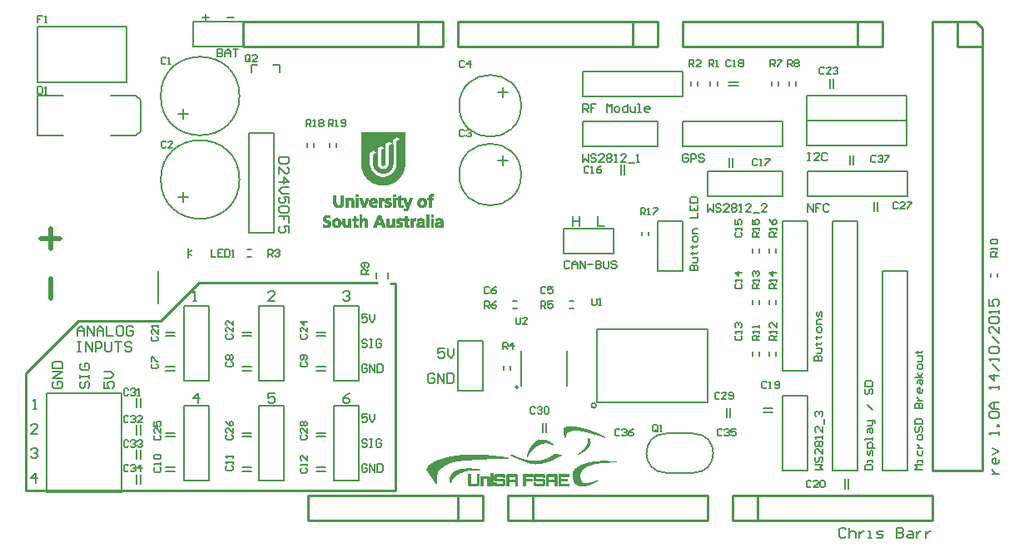
<source format=gto>
G04 Layer_Color=65535*
%FSLAX44Y44*%
%MOMM*%
G71*
G01*
G75*
%ADD23C,0.5000*%
%ADD24C,0.2500*%
%ADD26C,0.2540*%
%ADD40C,0.2000*%
%ADD41C,0.2032*%
%ADD42C,0.1524*%
%ADD43C,0.1270*%
%ADD44C,0.0084*%
%ADD45C,0.0089*%
%ADD46C,0.1500*%
%ADD47C,0.1800*%
D23*
X30235Y309880D02*
Y289886D01*
X40232Y299883D02*
X20238D01*
X30235Y259080D02*
Y239086D01*
D24*
X5080Y43180D02*
Y162560D01*
X58420Y215900D02*
X142240D01*
X5080Y162560D02*
X58420Y215900D01*
D26*
X876300Y495300D02*
Y520700D01*
X673100Y495300D02*
X876300D01*
X226060D02*
X429260D01*
X444500D02*
X647700D01*
X292100Y38100D02*
X444500D01*
X292100Y12700D02*
Y38100D01*
X927100Y12700D02*
Y38100D01*
X749300Y12700D02*
Y38100D01*
X723900Y12700D02*
X927100D01*
X723900Y38100D02*
X927100D01*
X723900Y12700D02*
Y38100D01*
X520700Y12700D02*
Y38100D01*
X495300Y12700D02*
X698500D01*
Y38100D01*
X495300D02*
X698500D01*
X495300Y12700D02*
Y38100D01*
X850900Y495300D02*
Y520700D01*
X673100D02*
X876300D01*
X673100Y495300D02*
Y520700D01*
X469900Y12700D02*
Y25400D01*
X444500Y12700D02*
X469900D01*
X292100D02*
X444500D01*
Y38100D01*
X469900D01*
Y25400D02*
Y38100D01*
X403860Y495300D02*
Y520700D01*
X226060D02*
X429260D01*
X226060Y495300D02*
Y520700D01*
X429260Y495300D02*
Y520700D01*
X622300Y495300D02*
Y520700D01*
X444500D02*
X647700D01*
X444500Y495300D02*
Y520700D01*
X647700Y495300D02*
Y520700D01*
X927100Y63500D02*
X977900D01*
X927100D02*
Y520700D01*
X952500Y495300D02*
X977900D01*
X952500D02*
Y520700D01*
X927100D02*
X971550D01*
X977900Y514350D01*
Y63500D02*
Y514350D01*
X376040Y254000D02*
X381000D01*
Y43180D02*
Y254000D01*
X5080Y43180D02*
X381000D01*
X181220Y254880D02*
X362500D01*
X142240Y215900D02*
X181220Y254880D01*
D40*
X509000Y435000D02*
G03*
X509000Y435000I-31500J0D01*
G01*
Y365000D02*
G03*
X509000Y365000I-31500J0D01*
G01*
X222500Y360000D02*
G03*
X222500Y360000I-40000J0D01*
G01*
Y445000D02*
G03*
X222500Y445000I-40000J0D01*
G01*
X656360Y101280D02*
G03*
X656360Y61280I0J-20000D01*
G01*
X684360D02*
G03*
X684360Y101280I0J20000D01*
G01*
X230500Y288500D02*
X234500D01*
X230500Y281500D02*
X234500D01*
X298500Y393000D02*
Y397000D01*
X291500Y393000D02*
Y397000D01*
X321000Y393000D02*
Y397000D01*
X314000Y393000D02*
Y397000D01*
X603100Y284800D02*
Y310200D01*
X552300Y284800D02*
X603100D01*
X552300D02*
Y310200D01*
X603100D01*
X26500Y91900D02*
Y142700D01*
X102700Y91900D02*
Y142700D01*
X26500D02*
X102700D01*
X26500Y41900D02*
Y92700D01*
Y41900D02*
X102700D01*
Y92700D01*
X647700Y266700D02*
X673100D01*
X647700D02*
Y317500D01*
X673100D01*
Y266700D02*
Y317500D01*
X631500Y302800D02*
Y306800D01*
X638500Y302800D02*
Y306800D01*
X993500Y260500D02*
Y264500D01*
X986500Y260500D02*
Y264500D01*
X558000Y229000D02*
X562000D01*
X558000Y236000D02*
X562000D01*
X500500D02*
X504500D01*
X500500Y229000D02*
X504500D01*
X768500Y285500D02*
Y289500D01*
X761500Y285500D02*
Y289500D01*
X744000Y285500D02*
Y289500D01*
X751000Y285500D02*
Y289500D01*
X768500Y233000D02*
Y237000D01*
X761500Y233000D02*
Y237000D01*
X751000Y233000D02*
Y237000D01*
X744000Y233000D02*
Y237000D01*
X876300Y63500D02*
Y266700D01*
Y63500D02*
X901700D01*
Y266700D01*
X876300D02*
X901700D01*
X825500Y82550D02*
Y317500D01*
Y63500D02*
Y82550D01*
Y63500D02*
X850900D01*
Y317500D01*
X825500D02*
X850900D01*
X800100Y63500D02*
Y139700D01*
X774700D02*
X800100D01*
X774700Y63500D02*
Y139700D01*
Y63500D02*
X800100D01*
X774700Y317500D02*
X800100D01*
X774700Y165100D02*
X800100D01*
X774700D02*
Y317500D01*
X800100Y165100D02*
Y317500D01*
X761500Y180500D02*
Y184500D01*
X768500Y180500D02*
Y184500D01*
X751000Y180500D02*
Y184500D01*
X744000Y180500D02*
Y184500D01*
X490120Y443920D02*
Y454080D01*
X485040Y449000D02*
X495200D01*
X490120Y373920D02*
Y384080D01*
X485040Y379000D02*
X495200D01*
X17500Y459000D02*
Y487500D01*
Y459000D02*
X107500D01*
Y516000D01*
X17500D02*
X107500D01*
X17500Y487500D02*
Y516000D01*
X165500Y336920D02*
Y347080D01*
X160420Y342000D02*
X170580D01*
X160420Y427000D02*
X170580D01*
X165500Y421920D02*
Y432080D01*
X788500Y455500D02*
Y459500D01*
X781500Y455500D02*
Y459500D01*
X771000Y455500D02*
Y459500D01*
X764000Y455500D02*
Y459500D01*
X491300Y165879D02*
Y169879D01*
X498300Y165879D02*
Y169879D01*
X681500Y455500D02*
Y459500D01*
X688500Y455500D02*
Y459500D01*
X708500Y455500D02*
Y459500D01*
X701500Y455500D02*
Y459500D01*
X673100Y444500D02*
Y469900D01*
X571500Y444500D02*
X673100D01*
X571500Y469900D02*
X673100D01*
X571500Y444500D02*
Y469900D01*
X799800Y394800D02*
Y420200D01*
X901400D01*
X799800Y394800D02*
X901400D01*
Y420200D01*
X318200Y53300D02*
Y129500D01*
Y53300D02*
X343600D01*
Y129500D01*
X318200D02*
X343600D01*
X901700Y342900D02*
Y368300D01*
X800100Y342900D02*
X901700D01*
X800100Y368300D02*
X901700D01*
X800100Y342900D02*
Y368300D01*
X242000Y53300D02*
Y129500D01*
Y53300D02*
X267400D01*
Y129500D01*
X242000D02*
X267400D01*
X165800Y53300D02*
Y129500D01*
Y53300D02*
X191200D01*
Y129500D01*
X165800D02*
X191200D01*
X318200Y154900D02*
Y231100D01*
Y154900D02*
X343600D01*
Y231100D01*
X318200D02*
X343600D01*
X242000Y154900D02*
Y231100D01*
Y154900D02*
X267400D01*
Y231100D01*
X242000D02*
X267400D01*
X165800Y154900D02*
Y231100D01*
Y154900D02*
X191200D01*
Y231100D01*
X165800D02*
X191200D01*
X698500Y368300D02*
X774700D01*
X698500Y342900D02*
Y368300D01*
Y342900D02*
X774700D01*
Y368300D01*
Y393700D02*
Y419100D01*
X673100Y393700D02*
X774700D01*
X673100Y419100D02*
X774700D01*
X673100Y393700D02*
Y419100D01*
X571500Y393700D02*
X647700D01*
Y419100D01*
X571500D02*
X647700D01*
X571500Y393700D02*
Y419100D01*
X91250Y445500D02*
X117250D01*
X121750Y409000D02*
Y441000D01*
X16750Y404500D02*
Y445500D01*
Y404500D02*
X43750D01*
X16750Y445500D02*
X43750D01*
X117250Y445550D02*
X121750Y441000D01*
X117250Y404500D02*
X121750Y409000D01*
X91250Y404500D02*
X117250D01*
X232300Y407700D02*
X257700D01*
Y306100D02*
Y407700D01*
X232300Y306100D02*
Y407700D01*
Y306100D02*
X257700D01*
X175260Y495300D02*
X226060D01*
Y520700D01*
X175260D02*
X226060D01*
X175260Y495300D02*
Y520700D01*
X444500Y144780D02*
Y195580D01*
Y144780D02*
X469900D01*
Y195580D01*
X444500D02*
X469900D01*
X656360Y101280D02*
X684360D01*
X656360Y61280D02*
X684360D01*
X901400Y419800D02*
Y445200D01*
X799800Y419800D02*
X901400D01*
X799800Y445200D02*
X901400D01*
X799800Y419800D02*
Y445200D01*
X839165Y3331D02*
X837498Y4997D01*
X834166D01*
X832500Y3331D01*
Y-3334D01*
X834166Y-5000D01*
X837498D01*
X839165Y-3334D01*
X842497Y4997D02*
Y-5000D01*
Y-2D01*
X844163Y1664D01*
X847495D01*
X849161Y-2D01*
Y-5000D01*
X852494Y1664D02*
Y-5000D01*
Y-1668D01*
X854160Y-2D01*
X855826Y1664D01*
X857492D01*
X862490Y-5000D02*
X865823D01*
X864156D01*
Y1664D01*
X862490D01*
X870821Y-5000D02*
X875819D01*
X877486Y-3334D01*
X875819Y-1668D01*
X872487D01*
X870821Y-2D01*
X872487Y1664D01*
X877486D01*
X890815Y4997D02*
Y-5000D01*
X895813D01*
X897479Y-3334D01*
Y-1668D01*
X895813Y-2D01*
X890815D01*
X895813D01*
X897479Y1664D01*
Y3331D01*
X895813Y4997D01*
X890815D01*
X902477Y1664D02*
X905810D01*
X907476Y-2D01*
Y-5000D01*
X902477D01*
X900811Y-3334D01*
X902477Y-1668D01*
X907476D01*
X910808Y1664D02*
Y-5000D01*
Y-1668D01*
X912474Y-2D01*
X914140Y1664D01*
X915807D01*
X920805D02*
Y-5000D01*
Y-1668D01*
X922471Y-2D01*
X924137Y1664D01*
X925803D01*
X988335Y60000D02*
X995000D01*
X991668D01*
X990002Y61666D01*
X988335Y63332D01*
Y64998D01*
X995000Y74995D02*
Y71663D01*
X993334Y69997D01*
X990002D01*
X988335Y71663D01*
Y74995D01*
X990002Y76661D01*
X991668D01*
Y69997D01*
X988335Y79994D02*
X995000Y83326D01*
X988335Y86658D01*
X995000Y99987D02*
Y103319D01*
Y101653D01*
X985003D01*
X986669Y99987D01*
X995000Y108318D02*
X993334D01*
Y109984D01*
X995000D01*
Y108318D01*
X986669Y116648D02*
X985003Y118315D01*
Y121647D01*
X986669Y123313D01*
X993334D01*
X995000Y121647D01*
Y118315D01*
X993334Y116648D01*
X986669D01*
X995000Y126645D02*
X988335D01*
X985003Y129977D01*
X988335Y133310D01*
X995000D01*
X990002D01*
Y126645D01*
X995000Y146639D02*
Y149971D01*
Y148305D01*
X985003D01*
X986669Y146639D01*
X995000Y159968D02*
X985003D01*
X990002Y154969D01*
Y161634D01*
X995000Y164966D02*
X988335Y171631D01*
X995000Y174963D02*
Y178295D01*
Y176629D01*
X985003D01*
X986669Y174963D01*
Y183294D02*
X985003Y184960D01*
Y188292D01*
X986669Y189958D01*
X993334D01*
X995000Y188292D01*
Y184960D01*
X993334Y183294D01*
X986669D01*
X995000Y193290D02*
X988335Y199955D01*
X995000Y209952D02*
Y203287D01*
X988335Y209952D01*
X986669D01*
X985003Y208286D01*
Y204953D01*
X986669Y203287D01*
Y213284D02*
X985003Y214950D01*
Y218282D01*
X986669Y219948D01*
X993334D01*
X995000Y218282D01*
Y214950D01*
X993334Y213284D01*
X986669D01*
X995000Y223281D02*
Y226613D01*
Y224947D01*
X985003D01*
X986669Y223281D01*
X985003Y238276D02*
Y231611D01*
X990002D01*
X988335Y234944D01*
Y236610D01*
X990002Y238276D01*
X993334D01*
X995000Y236610D01*
Y233277D01*
X993334Y231611D01*
D41*
X506265Y148448D02*
G03*
X506265Y148448I-1524J0D01*
G01*
X170722Y284746D02*
X173900Y282816D01*
X170722Y285000D02*
X173900Y287540D01*
X170722Y280400D02*
Y285000D01*
Y289826D01*
X234920Y477012D02*
X240920D01*
X234920Y468900D02*
Y477012D01*
X257048D02*
X263144D01*
Y468900D02*
Y477012D01*
D42*
X585404Y129866D02*
G03*
X585404Y129866I-2540J0D01*
G01*
X361500Y259452D02*
Y265500D01*
X373596Y259452D02*
Y265500D01*
X508680Y149849D02*
Y185913D01*
X555922Y149849D02*
Y185913D01*
X585658Y133422D02*
Y207209D01*
X698688D01*
Y133422D02*
Y207209D01*
X585658Y133422D02*
X698688D01*
D43*
X868222Y327738D02*
Y337262D01*
X871778Y327738D02*
Y337262D01*
X846778Y375238D02*
Y384762D01*
X843222Y375238D02*
Y384762D01*
X823222Y452738D02*
Y462262D01*
X826778Y452738D02*
Y462262D01*
X118222Y100238D02*
Y109762D01*
X121778Y100238D02*
Y109762D01*
X118222Y127738D02*
Y137262D01*
X121778Y127738D02*
Y137262D01*
X118222Y50238D02*
Y59762D01*
X121778Y50238D02*
Y59762D01*
X118222Y75238D02*
Y84762D01*
X121778Y75238D02*
Y84762D01*
X610722Y365238D02*
Y374762D01*
X614278Y365238D02*
Y374762D01*
X724278Y372738D02*
Y382262D01*
X720722Y372738D02*
Y382262D01*
X838222Y45238D02*
Y54762D01*
X841778Y45238D02*
Y54762D01*
X147338Y204078D02*
X156862D01*
X147338Y200522D02*
X156862D01*
X720238Y455722D02*
X729762D01*
X720238Y459278D02*
X729762D01*
X755238Y123222D02*
X764762D01*
X755238Y126778D02*
X764762D01*
X225238Y204078D02*
X234762D01*
X225238Y200522D02*
X234762D01*
X300638Y204078D02*
X310162D01*
X300638Y200522D02*
X310162D01*
X147338Y101578D02*
X156862D01*
X147338Y98022D02*
X156862D01*
X225238Y101578D02*
X234762D01*
X225238Y98022D02*
X234762D01*
X300638Y101578D02*
X310162D01*
X300638Y98022D02*
X310162D01*
X721778Y117738D02*
Y127262D01*
X718222Y117738D02*
Y127262D01*
X530722Y102738D02*
Y112262D01*
X534278Y102738D02*
Y112262D01*
X300638Y66578D02*
X310162D01*
X300638Y63022D02*
X310162D01*
X225238Y66578D02*
X234762D01*
X225238Y63022D02*
X234762D01*
X147338Y66578D02*
X156862D01*
X147338Y63022D02*
X156862D01*
X300638Y169078D02*
X310162D01*
X300638Y165522D02*
X310162D01*
X225238Y169078D02*
X234762D01*
X225238Y165522D02*
X234762D01*
X147338Y169078D02*
X156862D01*
X147338Y165522D02*
X156862D01*
D44*
X552143Y48306D02*
X557172D01*
X551891D02*
X552059D01*
X551640D02*
X551807D01*
X551221D02*
X551556D01*
X550969D02*
X551137D01*
X550634D02*
X550885D01*
X550299D02*
X550550D01*
X550047D02*
X550215D01*
X549796D02*
X549963D01*
X549293D02*
X549712D01*
X548957D02*
X549209D01*
X548371D02*
X548874D01*
X546862D02*
X548287D01*
X543342D02*
X545353D01*
X535882D02*
X536301D01*
X535546D02*
X535798D01*
X535211D02*
X535462D01*
X534289D02*
X535127D01*
X527751D02*
X531020D01*
X527164D02*
X527667D01*
X526829D02*
X527080D01*
X526661D02*
X526745D01*
X526326D02*
X526578D01*
X526075D02*
X526242D01*
X525823D02*
X525991D01*
X525572D02*
X525739D01*
X525320D02*
X525488D01*
X525069D02*
X525236D01*
X524901D02*
X524985D01*
X524734D02*
X524817D01*
X524398D02*
X524650D01*
X524231D02*
X524314D01*
X523895D02*
X524147D01*
X523644D02*
X523811D01*
X523476D02*
X523560D01*
X512496D02*
X512915D01*
X511574D02*
X512412D01*
X511155D02*
X511490D01*
X510903D02*
X511071D01*
X502940D02*
X504952D01*
X495816D02*
X495899D01*
X495480D02*
X495732D01*
X495145D02*
X495396D01*
X494894D02*
X495061D01*
X493804D02*
X494810D01*
X490535D02*
X490619D01*
X487769D02*
X490451D01*
X487182D02*
X487685D01*
X486847D02*
X487098D01*
X486428D02*
X486763D01*
X486092D02*
X486344D01*
X485673D02*
X486009D01*
X485506D02*
X485590D01*
X485254D02*
X485422D01*
X485003D02*
X485171D01*
X484835D02*
X484919D01*
X484668D02*
X484751D01*
X484500D02*
X484584D01*
X484249D02*
X484416D01*
X483997D02*
X484165D01*
X483745D02*
X483913D01*
X483494D02*
X483662D01*
X483243D02*
X483410D01*
X483075D02*
X483159D01*
X479219D02*
X480057D01*
X478046D02*
X479135D01*
X476453D02*
X476705D01*
X474693D02*
X476369D01*
X467568D02*
X469580D01*
X456839D02*
X464383D01*
X456672D02*
X456755D01*
X546862Y48390D02*
X557172D01*
X543258D02*
X545353D01*
X534289D02*
X536217D01*
X523225D02*
X531355D01*
X510903D02*
X512999D01*
X502940D02*
X504952D01*
X493804D02*
X495899D01*
X482740D02*
X490954D01*
X477962D02*
X479974D01*
X474609D02*
X476621D01*
X467568D02*
X469580D01*
X456504D02*
X464718D01*
X573098Y48473D02*
X573265D01*
X572930D02*
X573014D01*
X571840D02*
X572846D01*
X571673D02*
X571757D01*
X571505D02*
X571589D01*
X571170D02*
X571254D01*
X570918D02*
X571086D01*
X569493D02*
X570835D01*
X569326D02*
X569410D01*
X569158D02*
X569242D01*
X546862D02*
X557088D01*
X543342D02*
X545353D01*
X534205D02*
X536301D01*
X522973D02*
X531607D01*
X510903D02*
X512915D01*
X502856D02*
X505036D01*
X493804D02*
X495899D01*
X482572D02*
X491122D01*
X477962D02*
X480057D01*
X474609D02*
X476705D01*
X467568D02*
X469664D01*
X456253D02*
X464886D01*
X574104Y48557D02*
X574187D01*
X568488D02*
X574020D01*
X546862D02*
X557172D01*
X543258D02*
X545437D01*
X534205D02*
X536301D01*
X522806D02*
X531774D01*
X510903D02*
X512999D01*
X502940D02*
X504952D01*
X493804D02*
X495816D01*
X482404D02*
X491289D01*
X478046D02*
X479974D01*
X474609D02*
X476705D01*
X467568D02*
X469580D01*
X456085D02*
X465054D01*
X567985Y48641D02*
X574606D01*
X546862D02*
X557088D01*
X543258D02*
X545353D01*
X534205D02*
X536217D01*
X522638D02*
X531858D01*
X510903D02*
X512999D01*
X502856D02*
X504952D01*
X493804D02*
X495899D01*
X482237D02*
X491457D01*
X477962D02*
X480057D01*
X474693D02*
X476705D01*
X467485D02*
X469580D01*
X456001D02*
X465305D01*
X575025Y48725D02*
X575109D01*
X567649D02*
X574942D01*
X546862D02*
X557172D01*
X543342D02*
X545353D01*
X534205D02*
X536301D01*
X522554D02*
X531942D01*
X510903D02*
X512915D01*
X502940D02*
X504952D01*
X493804D02*
X495899D01*
X482153D02*
X491541D01*
X477962D02*
X479974D01*
X474609D02*
X476705D01*
X467568D02*
X469580D01*
X455834D02*
X465305D01*
X567230Y48809D02*
X575445D01*
X546862D02*
X557088D01*
X543258D02*
X545353D01*
X534289D02*
X536301D01*
X522470D02*
X532110D01*
X510903D02*
X512999D01*
X502856D02*
X504952D01*
X493804D02*
X495816D01*
X481985D02*
X491708D01*
X477962D02*
X480057D01*
X474609D02*
X476705D01*
X467485D02*
X469664D01*
X455834D02*
X465389D01*
X566979Y48892D02*
X575780D01*
X546862D02*
X557172D01*
X543258D02*
X545437D01*
X534205D02*
X536301D01*
X522387D02*
X532193D01*
X510903D02*
X512999D01*
X502940D02*
X505036D01*
X493804D02*
X495899D01*
X481985D02*
X491792D01*
X477962D02*
X480057D01*
X474609D02*
X476621D01*
X467568D02*
X469580D01*
X455666D02*
X465557D01*
X566727Y48976D02*
X576199D01*
X546862D02*
X557172D01*
X543342D02*
X545353D01*
X534205D02*
X536217D01*
X522303D02*
X532277D01*
X510903D02*
X512915D01*
X502856D02*
X504952D01*
X493804D02*
X495899D01*
X481818D02*
X491792D01*
X477962D02*
X479974D01*
X474609D02*
X476705D01*
X467568D02*
X469580D01*
X455582D02*
X465640D01*
X576451Y49060D02*
X576534D01*
X566476D02*
X576367D01*
X546862D02*
X557088D01*
X543258D02*
X545353D01*
X534205D02*
X536301D01*
X522219D02*
X532277D01*
X510903D02*
X512999D01*
X502856D02*
X505036D01*
X493804D02*
X495899D01*
X481818D02*
X491960D01*
X478046D02*
X479974D01*
X474609D02*
X476705D01*
X467568D02*
X469580D01*
X455498D02*
X465640D01*
X576786Y49144D02*
X576870D01*
X566308D02*
X576702D01*
X546862D02*
X557172D01*
X543342D02*
X545437D01*
X534289D02*
X536301D01*
X522135D02*
X532445D01*
X510903D02*
X512999D01*
X502856D02*
X504952D01*
X493804D02*
X495899D01*
X481734D02*
X491960D01*
X477962D02*
X480057D01*
X474693D02*
X476621D01*
X467568D02*
X469664D01*
X455498D02*
X465724D01*
X566141Y49228D02*
X577037D01*
X546862D02*
X557088D01*
X543258D02*
X545353D01*
X534205D02*
X536301D01*
X522051D02*
X532445D01*
X510903D02*
X512915D01*
X502940D02*
X504952D01*
X493804D02*
X495816D01*
X481650D02*
X492044D01*
X477962D02*
X479974D01*
X474609D02*
X476705D01*
X467485D02*
X469580D01*
X455414D02*
X465808D01*
X565889Y49312D02*
X577289D01*
X546862D02*
X557172D01*
X543258D02*
X545353D01*
X534205D02*
X536217D01*
X521968D02*
X532529D01*
X510903D02*
X512999D01*
X502856D02*
X504952D01*
X493804D02*
X495899D01*
X481650D02*
X492127D01*
X477962D02*
X480057D01*
X474609D02*
X476705D01*
X467568D02*
X469580D01*
X455331D02*
X465808D01*
X565805Y49395D02*
X577624D01*
X546862D02*
X557172D01*
X543342D02*
X545353D01*
X534205D02*
X536301D01*
X521968D02*
X532529D01*
X510903D02*
X512999D01*
X502856D02*
X505036D01*
X493804D02*
X495899D01*
X481566D02*
X492127D01*
X477962D02*
X480057D01*
X474609D02*
X476705D01*
X467568D02*
X469664D01*
X455331D02*
X465892D01*
X565554Y49479D02*
X577875D01*
X546862D02*
X557172D01*
X543258D02*
X545437D01*
X534205D02*
X536301D01*
X521968D02*
X532613D01*
X510903D02*
X512999D01*
X502940D02*
X504952D01*
X493804D02*
X495816D01*
X481482D02*
X492211D01*
X477962D02*
X480057D01*
X474693D02*
X476621D01*
X467568D02*
X469580D01*
X455247D02*
X465976D01*
X565470Y49563D02*
X578127D01*
X546862D02*
X557088D01*
X543342D02*
X545353D01*
X534289D02*
X536301D01*
X521884D02*
X532613D01*
X510903D02*
X512999D01*
X502856D02*
X504952D01*
X493804D02*
X495899D01*
X481482D02*
X492211D01*
X478046D02*
X479974D01*
X474609D02*
X476705D01*
X467485D02*
X469580D01*
X455247D02*
X465976D01*
X565302Y49647D02*
X578294D01*
X546862D02*
X557172D01*
X543258D02*
X545353D01*
X534205D02*
X536217D01*
X521800D02*
X532696D01*
X510903D02*
X512915D01*
X502856D02*
X505036D01*
X493804D02*
X495899D01*
X481399D02*
X492295D01*
X477962D02*
X480057D01*
X474609D02*
X476705D01*
X467568D02*
X469580D01*
X455163D02*
X466059D01*
X565219Y49731D02*
X578546D01*
X546862D02*
X557172D01*
X543258D02*
X545353D01*
X534205D02*
X536301D01*
X521800D02*
X532696D01*
X510903D02*
X512999D01*
X502940D02*
X504952D01*
X493804D02*
X495899D01*
X481399D02*
X492295D01*
X477962D02*
X479974D01*
X474609D02*
X476705D01*
X467568D02*
X469580D01*
X455163D02*
X466059D01*
X565051Y49815D02*
X578797D01*
X546862D02*
X557088D01*
X543342D02*
X545437D01*
X534205D02*
X536301D01*
X521716D02*
X532696D01*
X510903D02*
X512999D01*
X502856D02*
X504952D01*
X493804D02*
X495816D01*
X481399D02*
X492295D01*
X477962D02*
X480057D01*
X474693D02*
X476705D01*
X467568D02*
X469580D01*
X455163D02*
X466059D01*
X564967Y49898D02*
X578965D01*
X546862D02*
X557172D01*
X543258D02*
X545353D01*
X534205D02*
X536301D01*
X521800D02*
X532780D01*
X510903D02*
X512915D01*
X502940D02*
X505036D01*
X493804D02*
X495899D01*
X481315D02*
X492379D01*
X477962D02*
X479974D01*
X474609D02*
X476621D01*
X467485D02*
X469664D01*
X455079D02*
X466143D01*
X564799Y49982D02*
X579216D01*
X546862D02*
X557088D01*
X543258D02*
X545353D01*
X534205D02*
X536301D01*
X521716D02*
X532780D01*
X510903D02*
X512999D01*
X502856D02*
X504952D01*
X493804D02*
X495899D01*
X481315D02*
X492379D01*
X477962D02*
X480057D01*
X474609D02*
X476705D01*
X467568D02*
X469580D01*
X455079D02*
X466143D01*
X564716Y50066D02*
X579468D01*
X546862D02*
X557172D01*
X543342D02*
X545353D01*
X534205D02*
X536301D01*
X521716D02*
X532864D01*
X510903D02*
X512999D01*
X502856D02*
X504952D01*
X493804D02*
X495899D01*
X481315D02*
X492379D01*
X478046D02*
X479974D01*
X474609D02*
X476621D01*
X467568D02*
X469664D01*
X455079D02*
X466143D01*
X564632Y50150D02*
X579636D01*
X546862D02*
X557172D01*
X543258D02*
X545437D01*
X534289D02*
X536217D01*
X521716D02*
X532780D01*
X510903D02*
X512999D01*
X502940D02*
X504952D01*
X493804D02*
X495899D01*
X481315D02*
X492379D01*
X477962D02*
X480057D01*
X474609D02*
X476705D01*
X467485D02*
X469580D01*
X455079D02*
X466143D01*
X564464Y50234D02*
X579803D01*
X546862D02*
X557088D01*
X543342D02*
X545353D01*
X534205D02*
X536301D01*
X521716D02*
X532864D01*
X510903D02*
X512915D01*
X502856D02*
X505036D01*
X493804D02*
X495816D01*
X481231D02*
X492463D01*
X477962D02*
X479974D01*
X474609D02*
X476705D01*
X467568D02*
X469580D01*
X455079D02*
X466143D01*
X564380Y50317D02*
X580055D01*
X546862D02*
X557172D01*
X543258D02*
X545353D01*
X534205D02*
X536301D01*
X521632D02*
X532780D01*
X510903D02*
X512999D01*
X502856D02*
X504952D01*
X493804D02*
X495899D01*
X481315D02*
X492379D01*
X477962D02*
X480057D01*
X474609D02*
X476705D01*
X467568D02*
X469580D01*
X454995D02*
X466227D01*
X564297Y50401D02*
X580222D01*
X546862D02*
X557172D01*
X543258D02*
X545353D01*
X534205D02*
X536301D01*
X521632D02*
X532864D01*
X510903D02*
X512999D01*
X502940D02*
X504952D01*
X493804D02*
X495899D01*
X481231D02*
X492463D01*
X477962D02*
X480057D01*
X474693D02*
X476621D01*
X467568D02*
X469664D01*
X454995D02*
X466143D01*
X573768Y50485D02*
X580474D01*
X564213D02*
X573684D01*
X546862D02*
X548874D01*
X543258D02*
X545353D01*
X534205D02*
X536217D01*
X530769D02*
X532864D01*
X521716D02*
X523728D01*
X510903D02*
X512915D01*
X502856D02*
X504952D01*
X493804D02*
X495899D01*
X490367D02*
X492463D01*
X481231D02*
X483326D01*
X478046D02*
X479974D01*
X474609D02*
X476705D01*
X467568D02*
X469580D01*
X464132D02*
X466227D01*
X455079D02*
X457175D01*
X574858Y50569D02*
X580642D01*
X574606D02*
X574774D01*
X564129D02*
X573098D01*
X546862D02*
X548957D01*
X543342D02*
X545437D01*
X534289D02*
X536301D01*
X530769D02*
X532864D01*
X521632D02*
X523728D01*
X510903D02*
X512999D01*
X502940D02*
X505036D01*
X493804D02*
X495816D01*
X490367D02*
X492463D01*
X481231D02*
X483326D01*
X477962D02*
X480057D01*
X474609D02*
X476705D01*
X467485D02*
X469580D01*
X464132D02*
X466143D01*
X454995D02*
X457091D01*
X575445Y50653D02*
X580809D01*
X575277D02*
X575361D01*
X564045D02*
X572679D01*
X546862D02*
X548957D01*
X543258D02*
X545353D01*
X534205D02*
X536301D01*
X530769D02*
X532864D01*
X521716D02*
X523728D01*
X510903D02*
X512999D01*
X502856D02*
X504952D01*
X493804D02*
X495899D01*
X490367D02*
X492463D01*
X481231D02*
X483326D01*
X477962D02*
X479974D01*
X474609D02*
X476705D01*
X467568D02*
X469580D01*
X464132D02*
X466227D01*
X455079D02*
X457091D01*
X422222D02*
X422305D01*
X575947Y50736D02*
X580977D01*
X575780D02*
X575864D01*
X563961D02*
X572343D01*
X546862D02*
X548874D01*
X543342D02*
X545353D01*
X534205D02*
X536301D01*
X530852D02*
X532864D01*
X521632D02*
X523728D01*
X510903D02*
X512999D01*
X502856D02*
X504952D01*
X493804D02*
X495899D01*
X490367D02*
X492463D01*
X481231D02*
X483326D01*
X477962D02*
X480057D01*
X474693D02*
X476621D01*
X467568D02*
X469580D01*
X464132D02*
X466227D01*
X454995D02*
X457091D01*
X422222D02*
X422305D01*
X576451Y50820D02*
X581228D01*
X576283D02*
X576367D01*
X563877D02*
X572092D01*
X546862D02*
X548957D01*
X543258D02*
X545353D01*
X534205D02*
X536217D01*
X530769D02*
X532864D01*
X521716D02*
X523728D01*
X510903D02*
X512999D01*
X502940D02*
X504952D01*
X493804D02*
X495899D01*
X490367D02*
X492379D01*
X481315D02*
X483326D01*
X477962D02*
X479974D01*
X474609D02*
X476705D01*
X467568D02*
X469664D01*
X464132D02*
X466227D01*
X454995D02*
X457091D01*
X422138D02*
X422305D01*
X576870Y50904D02*
X581396D01*
X563794D02*
X571840D01*
X546862D02*
X548957D01*
X543342D02*
X545437D01*
X534205D02*
X536301D01*
X530769D02*
X532864D01*
X521632D02*
X523728D01*
X510903D02*
X512915D01*
X502856D02*
X505036D01*
X493804D02*
X495816D01*
X490367D02*
X492463D01*
X481231D02*
X483326D01*
X477962D02*
X480057D01*
X474609D02*
X476705D01*
X467485D02*
X469580D01*
X464132D02*
X466227D01*
X455079D02*
X457091D01*
X422138D02*
X422389D01*
X577289Y50988D02*
X581563D01*
X563710D02*
X571673D01*
X546862D02*
X548957D01*
X543258D02*
X545353D01*
X534205D02*
X536301D01*
X530769D02*
X532864D01*
X521632D02*
X523728D01*
X510903D02*
X512999D01*
X502856D02*
X504952D01*
X493804D02*
X495899D01*
X490367D02*
X492463D01*
X481231D02*
X483326D01*
X477962D02*
X480057D01*
X474609D02*
X476705D01*
X467568D02*
X469580D01*
X464132D02*
X466227D01*
X454995D02*
X457091D01*
X422054D02*
X422305D01*
X577708Y51072D02*
X581731D01*
X563626D02*
X571505D01*
X546862D02*
X548957D01*
X543258D02*
X545353D01*
X534205D02*
X536301D01*
X530852D02*
X532864D01*
X521716D02*
X523728D01*
X510903D02*
X512999D01*
X502940D02*
X504952D01*
X493804D02*
X495899D01*
X490367D02*
X492463D01*
X481231D02*
X483326D01*
X477962D02*
X479974D01*
X474693D02*
X476705D01*
X467568D02*
X469580D01*
X464132D02*
X466227D01*
X454995D02*
X457091D01*
X421970D02*
X422305D01*
X578043Y51156D02*
X581899D01*
X563542D02*
X571337D01*
X546862D02*
X548874D01*
X543258D02*
X545353D01*
X534289D02*
X536217D01*
X530769D02*
X532864D01*
X521632D02*
X523728D01*
X510903D02*
X512999D01*
X502856D02*
X504952D01*
X493804D02*
X495899D01*
X490367D02*
X492463D01*
X481315D02*
X483326D01*
X478046D02*
X480057D01*
X474609D02*
X476621D01*
X467485D02*
X469664D01*
X464132D02*
X466143D01*
X455079D02*
X457091D01*
X421970D02*
X422389D01*
X578462Y51239D02*
X582066D01*
X563542D02*
X571254D01*
X546862D02*
X548957D01*
X543342D02*
X545437D01*
X534205D02*
X536301D01*
X530769D02*
X532864D01*
X521716D02*
X523728D01*
X510903D02*
X512915D01*
X502940D02*
X505036D01*
X493804D02*
X495816D01*
X490367D02*
X492463D01*
X481231D02*
X483326D01*
X477962D02*
X479974D01*
X474609D02*
X476705D01*
X467568D02*
X469580D01*
X464132D02*
X466227D01*
X454995D02*
X457091D01*
X421886D02*
X422389D01*
X578797Y51323D02*
X582234D01*
X563458D02*
X571086D01*
X546862D02*
X548957D01*
X543258D02*
X545353D01*
X534205D02*
X536301D01*
X530769D02*
X532864D01*
X521632D02*
X523728D01*
X510903D02*
X512999D01*
X502856D02*
X504952D01*
X493804D02*
X495899D01*
X490367D02*
X492463D01*
X481231D02*
X483326D01*
X477962D02*
X480057D01*
X474609D02*
X476705D01*
X467568D02*
X469580D01*
X464132D02*
X466227D01*
X454995D02*
X457091D01*
X421803D02*
X422305D01*
X579133Y51407D02*
X582402D01*
X563374D02*
X571002D01*
X546862D02*
X548874D01*
X543258D02*
X545437D01*
X534289D02*
X536301D01*
X530852D02*
X532864D01*
X521632D02*
X523728D01*
X510903D02*
X512999D01*
X502856D02*
X504952D01*
X493804D02*
X495899D01*
X490367D02*
X492379D01*
X481231D02*
X483326D01*
X477962D02*
X479974D01*
X474609D02*
X476621D01*
X467568D02*
X469580D01*
X464132D02*
X466227D01*
X455079D02*
X457091D01*
X421803D02*
X422389D01*
X579384Y51491D02*
X582569D01*
X563374D02*
X570918D01*
X546862D02*
X548957D01*
X543258D02*
X545353D01*
X534205D02*
X536301D01*
X530769D02*
X532864D01*
X510903D02*
X512999D01*
X502940D02*
X505036D01*
X493804D02*
X495899D01*
X490367D02*
X492463D01*
X477962D02*
X480057D01*
X474693D02*
X476705D01*
X467485D02*
X469664D01*
X464132D02*
X466227D01*
X454995D02*
X457091D01*
X421719D02*
X422389D01*
X579887Y51575D02*
X582737D01*
X579719D02*
X579803D01*
X563291D02*
X570751D01*
X546862D02*
X548957D01*
X543342D02*
X545353D01*
X534205D02*
X536217D01*
X530769D02*
X532864D01*
X510903D02*
X512915D01*
X502856D02*
X504952D01*
X493804D02*
X495816D01*
X490367D02*
X492463D01*
X477962D02*
X479974D01*
X474609D02*
X476705D01*
X467568D02*
X469580D01*
X464132D02*
X466227D01*
X455079D02*
X457091D01*
X421635D02*
X422305D01*
X580055Y51659D02*
X582905D01*
X563207D02*
X570751D01*
X546862D02*
X548957D01*
X543258D02*
X545437D01*
X534205D02*
X536301D01*
X530769D02*
X532864D01*
X510903D02*
X512999D01*
X502940D02*
X504952D01*
X493804D02*
X495899D01*
X490367D02*
X492463D01*
X477962D02*
X480057D01*
X474609D02*
X476705D01*
X467568D02*
X469580D01*
X464132D02*
X466227D01*
X454995D02*
X457091D01*
X437142D02*
X437225D01*
X421635D02*
X422389D01*
X580390Y51742D02*
X583072D01*
X563123D02*
X570583D01*
X546862D02*
X548874D01*
X543258D02*
X545353D01*
X534205D02*
X536217D01*
X530769D02*
X532864D01*
X510903D02*
X512915D01*
X502856D02*
X504952D01*
X493804D02*
X495899D01*
X490367D02*
X492463D01*
X477962D02*
X480057D01*
X474609D02*
X476621D01*
X467568D02*
X469580D01*
X464132D02*
X466143D01*
X454995D02*
X457091D01*
X437058D02*
X437225D01*
X421551D02*
X422389D01*
X580642Y51826D02*
X583240D01*
X563123D02*
X570499D01*
X546862D02*
X548957D01*
X543258D02*
X545353D01*
X534289D02*
X536301D01*
X530769D02*
X532864D01*
X510903D02*
X512999D01*
X502856D02*
X505036D01*
X493804D02*
X495816D01*
X490367D02*
X492379D01*
X478046D02*
X480057D01*
X474609D02*
X476705D01*
X467568D02*
X469664D01*
X464132D02*
X466227D01*
X454995D02*
X457091D01*
X437058D02*
X437225D01*
X421467D02*
X422389D01*
X580893Y51910D02*
X583408D01*
X563039D02*
X570499D01*
X546862D02*
X548957D01*
X543342D02*
X545437D01*
X534205D02*
X536301D01*
X530769D02*
X532864D01*
X510903D02*
X512999D01*
X502940D02*
X504952D01*
X493804D02*
X495899D01*
X490367D02*
X492463D01*
X477962D02*
X479974D01*
X474693D02*
X476705D01*
X467485D02*
X469580D01*
X464132D02*
X466227D01*
X455079D02*
X457091D01*
X436974D02*
X437225D01*
X421467D02*
X422389D01*
X581312Y51994D02*
X583575D01*
X562955D02*
X570415D01*
X546862D02*
X548957D01*
X543258D02*
X545353D01*
X534205D02*
X536217D01*
X530852D02*
X532864D01*
X510903D02*
X512915D01*
X502856D02*
X504952D01*
X493804D02*
X495899D01*
X490367D02*
X492463D01*
X477962D02*
X480057D01*
X474609D02*
X476705D01*
X467568D02*
X469580D01*
X464132D02*
X466227D01*
X454995D02*
X457091D01*
X436974D02*
X437309D01*
X421384D02*
X422389D01*
X581480Y52078D02*
X583743D01*
X562955D02*
X570332D01*
X546862D02*
X548874D01*
X543258D02*
X545353D01*
X534205D02*
X536301D01*
X530769D02*
X532864D01*
X510903D02*
X512999D01*
X502940D02*
X504952D01*
X493804D02*
X495816D01*
X490367D02*
X492463D01*
X477962D02*
X479974D01*
X474609D02*
X476621D01*
X467485D02*
X469580D01*
X464132D02*
X466227D01*
X454995D02*
X457091D01*
X436890D02*
X437225D01*
X421300D02*
X422389D01*
X581815Y52161D02*
X583910D01*
X562872D02*
X570248D01*
X546862D02*
X548957D01*
X543342D02*
X545353D01*
X534289D02*
X536301D01*
X530769D02*
X532864D01*
X510903D02*
X512999D01*
X502856D02*
X504952D01*
X493804D02*
X495899D01*
X490367D02*
X492463D01*
X477962D02*
X480057D01*
X474609D02*
X476705D01*
X467568D02*
X469664D01*
X464132D02*
X466227D01*
X454995D02*
X457091D01*
X436890D02*
X437309D01*
X421300D02*
X422389D01*
X582150Y52245D02*
X584078D01*
X581983D02*
X582066D01*
X562872D02*
X570248D01*
X546862D02*
X548957D01*
X539067D02*
X545437D01*
X537642D02*
X538983D01*
X537223D02*
X537558D01*
X536887D02*
X537139D01*
X534205D02*
X536804D01*
X530769D02*
X532864D01*
X510903D02*
X512915D01*
X493804D02*
X505036D01*
X490367D02*
X492463D01*
X477962D02*
X479974D01*
X474609D02*
X476705D01*
X467568D02*
X469580D01*
X464132D02*
X466143D01*
X455079D02*
X457091D01*
X436890D02*
X437309D01*
X421216D02*
X422389D01*
X582318Y52329D02*
X584162D01*
X562788D02*
X570164D01*
X546862D02*
X548957D01*
X534205D02*
X545353D01*
X530769D02*
X532864D01*
X510903D02*
X512999D01*
X493804D02*
X504952D01*
X490367D02*
X492463D01*
X477962D02*
X480057D01*
X474609D02*
X476705D01*
X467485D02*
X469580D01*
X464132D02*
X466227D01*
X454995D02*
X457091D01*
X436806D02*
X437309D01*
X421132D02*
X422389D01*
X582569Y52413D02*
X584413D01*
X562788D02*
X570080D01*
X546862D02*
X548874D01*
X534205D02*
X545353D01*
X530852D02*
X532864D01*
X510903D02*
X512999D01*
X493804D02*
X504952D01*
X490367D02*
X492463D01*
X477962D02*
X479974D01*
X474609D02*
X476705D01*
X467568D02*
X469580D01*
X464132D02*
X466227D01*
X455079D02*
X457091D01*
X436806D02*
X437393D01*
X421132D02*
X422389D01*
X582821Y52497D02*
X584497D01*
X562704D02*
X570080D01*
X546862D02*
X548957D01*
X534205D02*
X545437D01*
X530769D02*
X532864D01*
X510903D02*
X512999D01*
X493804D02*
X504952D01*
X490367D02*
X492379D01*
X477962D02*
X480057D01*
X474693D02*
X476705D01*
X467568D02*
X469664D01*
X464132D02*
X466227D01*
X454995D02*
X457091D01*
X436722D02*
X437393D01*
X421048D02*
X422389D01*
X583072Y52580D02*
X584665D01*
X562704D02*
X569996D01*
X546862D02*
X548957D01*
X534205D02*
X545353D01*
X530769D02*
X532864D01*
X510903D02*
X512915D01*
X493804D02*
X505036D01*
X490367D02*
X492463D01*
X478046D02*
X479974D01*
X474609D02*
X476621D01*
X467485D02*
X469580D01*
X464132D02*
X466227D01*
X455079D02*
X457091D01*
X436722D02*
X437393D01*
X420964D02*
X422389D01*
X583324Y52664D02*
X584832D01*
X562620D02*
X569996D01*
X546862D02*
X548957D01*
X534205D02*
X545353D01*
X530769D02*
X532864D01*
X510903D02*
X512999D01*
X493804D02*
X504952D01*
X490367D02*
X492463D01*
X477962D02*
X480057D01*
X474609D02*
X476705D01*
X467568D02*
X469580D01*
X464132D02*
X466227D01*
X454995D02*
X457091D01*
X436722D02*
X437393D01*
X420964D02*
X422389D01*
X583659Y52748D02*
X585000D01*
X562620D02*
X569912D01*
X546862D02*
X548874D01*
X534289D02*
X545437D01*
X530852D02*
X532864D01*
X510903D02*
X512915D01*
X493804D02*
X504952D01*
X490367D02*
X492463D01*
X477962D02*
X480057D01*
X474609D02*
X476621D01*
X467568D02*
X469664D01*
X464132D02*
X466143D01*
X454995D02*
X457091D01*
X436639D02*
X437477D01*
X420881D02*
X422473D01*
X583827Y52832D02*
X585084D01*
X562536D02*
X569829D01*
X546862D02*
X548957D01*
X534205D02*
X545353D01*
X530769D02*
X532864D01*
X510903D02*
X512999D01*
X493804D02*
X504952D01*
X490367D02*
X492463D01*
X477962D02*
X479974D01*
X474609D02*
X476705D01*
X467485D02*
X469580D01*
X464132D02*
X466227D01*
X455079D02*
X457091D01*
X436639D02*
X437477D01*
X420797D02*
X422389D01*
X584078Y52916D02*
X585252D01*
X562536D02*
X569829D01*
X546862D02*
X548957D01*
X534205D02*
X545437D01*
X530769D02*
X532864D01*
X510903D02*
X512999D01*
X493804D02*
X505036D01*
X490367D02*
X492463D01*
X477962D02*
X480057D01*
X474609D02*
X476705D01*
X467568D02*
X469580D01*
X464132D02*
X466227D01*
X454995D02*
X457091D01*
X436639D02*
X437561D01*
X420797D02*
X422389D01*
X584329Y53000D02*
X585419D01*
X562453D02*
X569829D01*
X546862D02*
X548874D01*
X534205D02*
X545353D01*
X530769D02*
X532864D01*
X510903D02*
X512915D01*
X493804D02*
X504952D01*
X490367D02*
X492463D01*
X477962D02*
X479974D01*
X474609D02*
X476705D01*
X467568D02*
X469580D01*
X464132D02*
X466227D01*
X455079D02*
X457091D01*
X436555D02*
X437477D01*
X420713D02*
X422473D01*
X584581Y53084D02*
X585587D01*
X562453D02*
X569745D01*
X553568D02*
X555495D01*
X553232D02*
X553484D01*
X552813D02*
X553148D01*
X552478D02*
X552729D01*
X552059D02*
X552394D01*
X551640D02*
X551975D01*
X551388D02*
X551556D01*
X550969D02*
X551305D01*
X550634D02*
X550885D01*
X550299D02*
X550550D01*
X549879D02*
X550215D01*
X549544D02*
X549796D01*
X549209D02*
X549460D01*
X546862D02*
X549125D01*
X534205D02*
X545353D01*
X530517D02*
X532864D01*
X529763D02*
X530433D01*
X528086D02*
X529679D01*
X524650D02*
X528003D01*
X523560D02*
X524566D01*
X510903D02*
X519537D01*
X493804D02*
X504952D01*
X484668D02*
X492463D01*
X484165D02*
X484584D01*
X483913D02*
X484081D01*
X483745D02*
X483829D01*
X483494D02*
X483662D01*
X483243D02*
X483410D01*
X483075D02*
X483159D01*
X477962D02*
X480057D01*
X474609D02*
X476705D01*
X467485D02*
X469664D01*
X464132D02*
X466227D01*
X454995D02*
X457091D01*
X436555D02*
X437645D01*
X420629D02*
X422389D01*
X584749Y53167D02*
X585671D01*
X562453D02*
X569745D01*
X546862D02*
X555495D01*
X534289D02*
X545353D01*
X523141D02*
X532864D01*
X510903D02*
X519621D01*
X493804D02*
X504952D01*
X482740D02*
X492463D01*
X478046D02*
X479974D01*
X474693D02*
X476621D01*
X467568D02*
X469580D01*
X464132D02*
X466143D01*
X454995D02*
X457091D01*
X436555D02*
X437561D01*
X420629D02*
X422473D01*
X585000Y53251D02*
X585838D01*
X562369D02*
X569661D01*
X546862D02*
X555579D01*
X534205D02*
X545437D01*
X522890D02*
X532864D01*
X510903D02*
X519537D01*
X493804D02*
X505036D01*
X482572D02*
X492379D01*
X477962D02*
X479974D01*
X474609D02*
X476705D01*
X467485D02*
X469580D01*
X464132D02*
X466227D01*
X455079D02*
X457091D01*
X436555D02*
X437645D01*
X420545D02*
X422389D01*
X585252Y53335D02*
X586006D01*
X562285D02*
X569661D01*
X546862D02*
X555495D01*
X534205D02*
X545353D01*
X522806D02*
X532780D01*
X510903D02*
X519621D01*
X493804D02*
X504952D01*
X482404D02*
X492463D01*
X477962D02*
X480057D01*
X474609D02*
X476705D01*
X467568D02*
X469580D01*
X464132D02*
X466227D01*
X454995D02*
X457091D01*
X436471D02*
X437645D01*
X420461D02*
X422473D01*
X585503Y53419D02*
X586174D01*
X562285D02*
X569577D01*
X546862D02*
X555495D01*
X534205D02*
X545353D01*
X522638D02*
X532780D01*
X510903D02*
X519621D01*
X493804D02*
X504952D01*
X482237D02*
X492379D01*
X477962D02*
X480057D01*
X474693D02*
X476705D01*
X467568D02*
X469664D01*
X464132D02*
X466227D01*
X454995D02*
X457091D01*
X436471D02*
X437728D01*
X420461D02*
X422473D01*
X585671Y53503D02*
X586257D01*
X562285D02*
X569493D01*
X546862D02*
X555495D01*
X534205D02*
X545353D01*
X522554D02*
X532780D01*
X510903D02*
X519537D01*
X493804D02*
X504952D01*
X482153D02*
X492379D01*
X477962D02*
X479974D01*
X474609D02*
X476705D01*
X467485D02*
X469580D01*
X464132D02*
X466227D01*
X455079D02*
X457091D01*
X436471D02*
X437812D01*
X420378D02*
X422389D01*
X586257Y53586D02*
X586425D01*
X585838D02*
X586174D01*
X562285D02*
X569493D01*
X546862D02*
X555579D01*
X534205D02*
X545437D01*
X522470D02*
X532780D01*
X510903D02*
X519621D01*
X493804D02*
X505036D01*
X481985D02*
X492379D01*
X477962D02*
X480057D01*
X474609D02*
X476621D01*
X467568D02*
X469580D01*
X464132D02*
X466227D01*
X454995D02*
X457091D01*
X436471D02*
X437728D01*
X420294D02*
X422473D01*
X586425Y53670D02*
X586593D01*
X586174D02*
X586341D01*
X562201D02*
X569493D01*
X546862D02*
X555495D01*
X534205D02*
X545353D01*
X522303D02*
X532780D01*
X510903D02*
X519537D01*
X493804D02*
X504952D01*
X481985D02*
X492379D01*
X477962D02*
X479974D01*
X474609D02*
X476705D01*
X467568D02*
X469580D01*
X464132D02*
X466227D01*
X455079D02*
X457091D01*
X436387D02*
X437812D01*
X420294D02*
X422473D01*
X586593Y53754D02*
X586760D01*
X586341D02*
X586509D01*
X562201D02*
X569410D01*
X546862D02*
X555495D01*
X534205D02*
X545353D01*
X522303D02*
X532696D01*
X510903D02*
X519621D01*
X493804D02*
X504952D01*
X481902D02*
X492295D01*
X477962D02*
X480057D01*
X474609D02*
X476705D01*
X467485D02*
X469664D01*
X464132D02*
X466227D01*
X454995D02*
X457091D01*
X436387D02*
X437896D01*
X420210D02*
X422473D01*
X586760Y53838D02*
X586844D01*
X586509D02*
X586593D01*
X562201D02*
X569326D01*
X546862D02*
X555495D01*
X534205D02*
X545353D01*
X522135D02*
X532696D01*
X510903D02*
X519537D01*
X493804D02*
X504952D01*
X481734D02*
X492295D01*
X478046D02*
X479974D01*
X474693D02*
X476705D01*
X467568D02*
X469580D01*
X464132D02*
X466143D01*
X454995D02*
X457091D01*
X436387D02*
X437896D01*
X420126D02*
X422473D01*
X562117Y53922D02*
X569410D01*
X546862D02*
X555579D01*
X534289D02*
X545437D01*
X522135D02*
X532613D01*
X510903D02*
X519621D01*
X493804D02*
X505036D01*
X481734D02*
X492211D01*
X477962D02*
X480057D01*
X474609D02*
X476705D01*
X467568D02*
X469580D01*
X464132D02*
X466227D01*
X455079D02*
X457091D01*
X436387D02*
X437980D01*
X420126D02*
X422473D01*
X562117Y54005D02*
X569326D01*
X546862D02*
X555495D01*
X534205D02*
X545353D01*
X522051D02*
X532613D01*
X510903D02*
X519537D01*
X493804D02*
X504952D01*
X481650D02*
X492211D01*
X477962D02*
X479974D01*
X474609D02*
X476705D01*
X467485D02*
X469580D01*
X464132D02*
X466227D01*
X454995D02*
X457091D01*
X436387D02*
X437980D01*
X420042D02*
X422473D01*
X562117Y54089D02*
X569242D01*
X546862D02*
X555495D01*
X534205D02*
X545353D01*
X522051D02*
X532529D01*
X510903D02*
X519621D01*
X493804D02*
X504952D01*
X481566D02*
X492127D01*
X477962D02*
X480057D01*
X474609D02*
X476705D01*
X467568D02*
X469580D01*
X464132D02*
X466227D01*
X455079D02*
X457091D01*
X436303D02*
X437980D01*
X419958D02*
X422473D01*
X562033Y54173D02*
X569242D01*
X546862D02*
X555495D01*
X534205D02*
X545353D01*
X521968D02*
X532529D01*
X510903D02*
X519537D01*
X493804D02*
X505036D01*
X481566D02*
X492127D01*
X478046D02*
X479974D01*
X474609D02*
X476621D01*
X467485D02*
X469664D01*
X464132D02*
X466227D01*
X454995D02*
X457091D01*
X436387D02*
X438064D01*
X419958D02*
X422473D01*
X562033Y54257D02*
X569242D01*
X546862D02*
X555579D01*
X534205D02*
X545437D01*
X521884D02*
X532445D01*
X510903D02*
X519621D01*
X493804D02*
X504952D01*
X481482D02*
X492044D01*
X477962D02*
X480057D01*
X474609D02*
X476705D01*
X467568D02*
X469580D01*
X464132D02*
X466227D01*
X455079D02*
X457091D01*
X436303D02*
X438148D01*
X419875D02*
X422473D01*
X562033Y54341D02*
X569158D01*
X546862D02*
X555495D01*
X534205D02*
X545353D01*
X521884D02*
X532445D01*
X510903D02*
X519537D01*
X493804D02*
X504952D01*
X481482D02*
X492044D01*
X477962D02*
X479974D01*
X474609D02*
X476705D01*
X467568D02*
X469580D01*
X464132D02*
X466227D01*
X454995D02*
X457091D01*
X436303D02*
X438148D01*
X419791D02*
X422557D01*
X561950Y54425D02*
X569158D01*
X546862D02*
X555495D01*
X543258D02*
X545353D01*
X534289D02*
X536217D01*
X521800D02*
X532361D01*
X510903D02*
X519621D01*
X502856D02*
X504952D01*
X493804D02*
X495816D01*
X481399D02*
X491960D01*
X477962D02*
X480057D01*
X474693D02*
X476621D01*
X467485D02*
X469580D01*
X464132D02*
X466227D01*
X454995D02*
X457091D01*
X436303D02*
X438231D01*
X419791D02*
X422473D01*
X561950Y54508D02*
X569158D01*
X546862D02*
X555579D01*
X543342D02*
X545353D01*
X534205D02*
X536301D01*
X521800D02*
X532277D01*
X510903D02*
X519537D01*
X502856D02*
X504952D01*
X493804D02*
X495899D01*
X481399D02*
X491876D01*
X477962D02*
X479974D01*
X474609D02*
X476705D01*
X467568D02*
X469664D01*
X464132D02*
X466143D01*
X454995D02*
X457091D01*
X436303D02*
X438231D01*
X419707D02*
X422473D01*
X561950Y54592D02*
X569074D01*
X546862D02*
X555495D01*
X543258D02*
X545353D01*
X534205D02*
X536301D01*
X521800D02*
X532193D01*
X510903D02*
X519621D01*
X502940D02*
X505036D01*
X493804D02*
X495899D01*
X481399D02*
X491792D01*
X477962D02*
X480057D01*
X474609D02*
X476705D01*
X467568D02*
X469580D01*
X464132D02*
X466227D01*
X455079D02*
X457091D01*
X436303D02*
X438315D01*
X419623D02*
X422557D01*
X561950Y54676D02*
X569074D01*
X546862D02*
X555495D01*
X543342D02*
X545437D01*
X534205D02*
X536301D01*
X521716D02*
X532110D01*
X510903D02*
X519621D01*
X502856D02*
X504952D01*
X493804D02*
X495899D01*
X481315D02*
X491708D01*
X478046D02*
X479974D01*
X474609D02*
X476705D01*
X467485D02*
X469580D01*
X464132D02*
X466227D01*
X454995D02*
X457091D01*
X436303D02*
X438315D01*
X419623D02*
X422473D01*
X561866Y54760D02*
X569074D01*
X546862D02*
X555495D01*
X543258D02*
X545353D01*
X534205D02*
X536301D01*
X521716D02*
X532026D01*
X510903D02*
X519537D01*
X502856D02*
X504952D01*
X493804D02*
X495899D01*
X481315D02*
X491625D01*
X477962D02*
X480057D01*
X474609D02*
X476621D01*
X467568D02*
X469580D01*
X464132D02*
X466227D01*
X455079D02*
X457091D01*
X436303D02*
X438399D01*
X419539D02*
X422557D01*
X561866Y54844D02*
X568991D01*
X546862D02*
X555495D01*
X543258D02*
X545353D01*
X534289D02*
X536301D01*
X521716D02*
X531942D01*
X510903D02*
X519621D01*
X502940D02*
X505036D01*
X493804D02*
X495899D01*
X481315D02*
X491457D01*
X477962D02*
X479974D01*
X474693D02*
X476705D01*
X467568D02*
X469664D01*
X464132D02*
X466227D01*
X454995D02*
X457091D01*
X436220D02*
X438483D01*
X419456D02*
X422557D01*
X561866Y54928D02*
X568991D01*
X546862D02*
X555579D01*
X543342D02*
X545437D01*
X534205D02*
X536217D01*
X521716D02*
X531774D01*
X510903D02*
X519537D01*
X502856D02*
X504952D01*
X493804D02*
X495899D01*
X481315D02*
X491373D01*
X477962D02*
X480057D01*
X474609D02*
X476705D01*
X467485D02*
X469580D01*
X464132D02*
X466227D01*
X455079D02*
X457091D01*
X436303D02*
X438483D01*
X419456D02*
X422473D01*
X561866Y55011D02*
X568991D01*
X546862D02*
X555495D01*
X543258D02*
X545353D01*
X534205D02*
X536301D01*
X521716D02*
X531607D01*
X510903D02*
X519621D01*
X502940D02*
X504952D01*
X493804D02*
X495899D01*
X481231D02*
X491205D01*
X477962D02*
X479974D01*
X474609D02*
X476705D01*
X467568D02*
X469580D01*
X464132D02*
X466227D01*
X454995D02*
X457091D01*
X436303D02*
X438567D01*
X419372D02*
X422557D01*
X561782Y55095D02*
X568907D01*
X546862D02*
X555495D01*
X543258D02*
X545353D01*
X534205D02*
X536217D01*
X521632D02*
X531439D01*
X510903D02*
X519537D01*
X502856D02*
X504952D01*
X493804D02*
X495899D01*
X481315D02*
X491038D01*
X478046D02*
X479974D01*
X474609D02*
X476705D01*
X467485D02*
X469580D01*
X464132D02*
X466143D01*
X454995D02*
X457091D01*
X436220D02*
X438567D01*
X419288D02*
X422557D01*
X561782Y55179D02*
X568907D01*
X546862D02*
X555495D01*
X543342D02*
X545353D01*
X534205D02*
X536301D01*
X531104D02*
X531188D01*
X521716D02*
X531020D01*
X510903D02*
X519621D01*
X502940D02*
X504952D01*
X493804D02*
X495816D01*
X481231D02*
X490619D01*
X477962D02*
X480057D01*
X474693D02*
X476705D01*
X467568D02*
X469664D01*
X464132D02*
X466227D01*
X455079D02*
X457091D01*
X436303D02*
X438650D01*
X419288D02*
X422557D01*
X561782Y55263D02*
X568823D01*
X546862D02*
X548957D01*
X543342D02*
X545437D01*
X534205D02*
X536301D01*
X521632D02*
X523728D01*
X510903D02*
X512999D01*
X502856D02*
X505036D01*
X493804D02*
X495899D01*
X481231D02*
X483326D01*
X477962D02*
X479974D01*
X474609D02*
X476621D01*
X467568D02*
X469580D01*
X464132D02*
X466227D01*
X454995D02*
X457091D01*
X436303D02*
X438734D01*
X419204D02*
X422557D01*
X561782Y55347D02*
X568907D01*
X546862D02*
X548957D01*
X543258D02*
X545353D01*
X534205D02*
X536301D01*
X521632D02*
X523728D01*
X510903D02*
X512999D01*
X502856D02*
X504952D01*
X493804D02*
X495899D01*
X481231D02*
X483326D01*
X477962D02*
X480057D01*
X474609D02*
X476705D01*
X467568D02*
X469580D01*
X464132D02*
X466227D01*
X454995D02*
X457091D01*
X436303D02*
X438734D01*
X419120D02*
X422557D01*
X561782Y55430D02*
X568823D01*
X546862D02*
X548874D01*
X543258D02*
X545353D01*
X534289D02*
X536217D01*
X521716D02*
X523728D01*
X510903D02*
X512999D01*
X502940D02*
X504952D01*
X493804D02*
X495899D01*
X481231D02*
X483326D01*
X477962D02*
X479974D01*
X474609D02*
X476705D01*
X467485D02*
X469580D01*
X464132D02*
X466227D01*
X455079D02*
X457091D01*
X436303D02*
X438818D01*
X419120D02*
X422557D01*
X561782Y55514D02*
X568739D01*
X546862D02*
X548957D01*
X543258D02*
X545353D01*
X534205D02*
X536301D01*
X521632D02*
X523728D01*
X510903D02*
X512999D01*
X502856D02*
X504952D01*
X493804D02*
X495816D01*
X481231D02*
X483326D01*
X477962D02*
X480057D01*
X474609D02*
X476705D01*
X467568D02*
X469664D01*
X464132D02*
X466227D01*
X454995D02*
X457091D01*
X436303D02*
X438902D01*
X419036D02*
X422557D01*
X561698Y55598D02*
X568823D01*
X546862D02*
X548957D01*
X543342D02*
X545437D01*
X534205D02*
X536301D01*
X521716D02*
X523728D01*
X510903D02*
X512915D01*
X502940D02*
X505036D01*
X493804D02*
X495899D01*
X481231D02*
X483326D01*
X478046D02*
X479974D01*
X467568D02*
X476705D01*
X464132D02*
X466227D01*
X455079D02*
X457091D01*
X436303D02*
X438986D01*
X418953D02*
X422557D01*
X561698Y55682D02*
X568739D01*
X546862D02*
X548957D01*
X543258D02*
X545353D01*
X534205D02*
X536301D01*
X521632D02*
X523728D01*
X510903D02*
X512999D01*
X502856D02*
X504952D01*
X493804D02*
X495899D01*
X481231D02*
X483326D01*
X477962D02*
X480057D01*
X467485D02*
X476705D01*
X464132D02*
X466227D01*
X454995D02*
X457091D01*
X436303D02*
X438986D01*
X418953D02*
X422557D01*
X561698Y55766D02*
X568739D01*
X546862D02*
X548957D01*
X543342D02*
X545353D01*
X534205D02*
X536217D01*
X521632D02*
X523728D01*
X510903D02*
X512999D01*
X502940D02*
X504952D01*
X493804D02*
X495899D01*
X481231D02*
X483326D01*
X477962D02*
X479974D01*
X467568D02*
X476621D01*
X464132D02*
X466143D01*
X455079D02*
X457091D01*
X436303D02*
X439070D01*
X418869D02*
X422557D01*
X561698Y55849D02*
X568739D01*
X546862D02*
X548874D01*
X543258D02*
X545353D01*
X534205D02*
X536301D01*
X521632D02*
X523728D01*
X510903D02*
X512999D01*
X502856D02*
X505036D01*
X493804D02*
X495899D01*
X481231D02*
X483326D01*
X477962D02*
X480057D01*
X467568D02*
X476705D01*
X464132D02*
X466227D01*
X454995D02*
X457091D01*
X436303D02*
X439153D01*
X418785D02*
X422557D01*
X561698Y55933D02*
X568655D01*
X546862D02*
X548957D01*
X543342D02*
X545353D01*
X534205D02*
X536301D01*
X521716D02*
X523728D01*
X510903D02*
X512999D01*
X502940D02*
X504952D01*
X493804D02*
X495899D01*
X481231D02*
X483326D01*
X477962D02*
X479974D01*
X467485D02*
X476621D01*
X464132D02*
X466227D01*
X455079D02*
X457091D01*
X436387D02*
X439237D01*
X418785D02*
X422641D01*
X561614Y56017D02*
X568655D01*
X546862D02*
X548957D01*
X543258D02*
X545437D01*
X534205D02*
X536301D01*
X521632D02*
X523728D01*
X510903D02*
X512999D01*
X502856D02*
X504952D01*
X493804D02*
X495899D01*
X481231D02*
X483326D01*
X478046D02*
X480057D01*
X467568D02*
X476621D01*
X464132D02*
X466227D01*
X454995D02*
X457091D01*
X436387D02*
X439237D01*
X418701D02*
X422641D01*
X561698Y56101D02*
X568655D01*
X546862D02*
X548957D01*
X543342D02*
X545353D01*
X534205D02*
X536301D01*
X521716D02*
X523728D01*
X510903D02*
X512999D01*
X502856D02*
X504952D01*
X493804D02*
X495899D01*
X481231D02*
X483326D01*
X477962D02*
X479974D01*
X467568D02*
X476621D01*
X464132D02*
X466227D01*
X454995D02*
X457091D01*
X436387D02*
X439321D01*
X418617D02*
X422557D01*
X561614Y56185D02*
X568655D01*
X546862D02*
X548874D01*
X543258D02*
X545353D01*
X534289D02*
X536217D01*
X521632D02*
X523728D01*
X510903D02*
X512915D01*
X502940D02*
X504952D01*
X493804D02*
X495816D01*
X481231D02*
X483326D01*
X477962D02*
X480057D01*
X467568D02*
X476537D01*
X464132D02*
X466227D01*
X454995D02*
X457091D01*
X436387D02*
X439405D01*
X418617D02*
X422641D01*
X561614Y56269D02*
X568655D01*
X546862D02*
X548957D01*
X543342D02*
X545437D01*
X534205D02*
X536301D01*
X521716D02*
X523728D01*
X510903D02*
X512999D01*
X502856D02*
X505036D01*
X493804D02*
X495899D01*
X481315D02*
X483326D01*
X477962D02*
X479974D01*
X467485D02*
X476537D01*
X464132D02*
X466227D01*
X455079D02*
X457091D01*
X436387D02*
X439489D01*
X418534D02*
X422641D01*
X561614Y56352D02*
X568571D01*
X546862D02*
X548957D01*
X543258D02*
X545353D01*
X534205D02*
X536301D01*
X521632D02*
X523728D01*
X510903D02*
X512999D01*
X502940D02*
X504952D01*
X493804D02*
X495899D01*
X481231D02*
X483326D01*
X477962D02*
X480057D01*
X467568D02*
X476537D01*
X464132D02*
X466227D01*
X454995D02*
X457091D01*
X436471D02*
X439572D01*
X418450D02*
X422641D01*
X561614Y56436D02*
X568571D01*
X546862D02*
X548957D01*
X543342D02*
X545353D01*
X534205D02*
X536217D01*
X521716D02*
X523728D01*
X510903D02*
X512999D01*
X502856D02*
X504952D01*
X493804D02*
X495899D01*
X481231D02*
X483326D01*
X478046D02*
X479974D01*
X467568D02*
X476453D01*
X464132D02*
X466227D01*
X455079D02*
X457091D01*
X436471D02*
X439572D01*
X418450D02*
X422641D01*
X561530Y56520D02*
X568571D01*
X546862D02*
X548874D01*
X543258D02*
X545353D01*
X534205D02*
X536301D01*
X521632D02*
X523728D01*
X510903D02*
X512915D01*
X502940D02*
X505036D01*
X493804D02*
X495816D01*
X481231D02*
X483326D01*
X477962D02*
X480057D01*
X467485D02*
X476453D01*
X464132D02*
X466227D01*
X454995D02*
X457091D01*
X436471D02*
X439656D01*
X418366D02*
X422641D01*
X561614Y56604D02*
X568488D01*
X546862D02*
X548957D01*
X543342D02*
X545437D01*
X534205D02*
X536301D01*
X521716D02*
X523728D01*
X510903D02*
X512999D01*
X502856D02*
X504952D01*
X493804D02*
X495899D01*
X481231D02*
X483326D01*
X477962D02*
X479974D01*
X467568D02*
X476369D01*
X464132D02*
X466227D01*
X455079D02*
X457091D01*
X436471D02*
X439740D01*
X418282D02*
X422641D01*
X561614Y56688D02*
X568571D01*
X546862D02*
X548957D01*
X543258D02*
X545353D01*
X534205D02*
X536301D01*
X521632D02*
X523728D01*
X510903D02*
X512999D01*
X502940D02*
X504952D01*
X493804D02*
X495899D01*
X481231D02*
X483326D01*
X477962D02*
X480057D01*
X467568D02*
X476369D01*
X464132D02*
X466227D01*
X454995D02*
X457091D01*
X436555D02*
X439824D01*
X418282D02*
X422641D01*
X561530Y56771D02*
X568571D01*
X546862D02*
X548957D01*
X543342D02*
X545353D01*
X534289D02*
X536301D01*
X521716D02*
X523728D01*
X510903D02*
X512999D01*
X502856D02*
X505036D01*
X493804D02*
X495899D01*
X481231D02*
X483326D01*
X477962D02*
X479974D01*
X467485D02*
X476286D01*
X464132D02*
X466143D01*
X454995D02*
X457091D01*
X436555D02*
X439908D01*
X418198D02*
X422725D01*
X561614Y56855D02*
X568488D01*
X546862D02*
X548957D01*
X543258D02*
X545437D01*
X534205D02*
X536217D01*
X532613D02*
X532780D01*
X532445D02*
X532529D01*
X532277D02*
X532361D01*
X532026D02*
X532193D01*
X531774D02*
X531942D01*
X531607D02*
X531691D01*
X531439D02*
X531523D01*
X531188D02*
X531355D01*
X531020D02*
X531104D01*
X530852D02*
X530936D01*
X521632D02*
X523728D01*
X510903D02*
X512999D01*
X502940D02*
X504952D01*
X493804D02*
X495899D01*
X491960D02*
X492044D01*
X491792D02*
X491876D01*
X491625D02*
X491708D01*
X491457D02*
X491541D01*
X491289D02*
X491373D01*
X491122D02*
X491205D01*
X490954D02*
X491038D01*
X490786D02*
X490870D01*
X490619D02*
X490703D01*
X490451D02*
X490535D01*
X481315D02*
X483326D01*
X478046D02*
X480057D01*
X467568D02*
X476202D01*
X464132D02*
X466227D01*
X455079D02*
X457091D01*
X436555D02*
X439991D01*
X418115D02*
X422641D01*
X561530Y56939D02*
X568488D01*
X546862D02*
X548874D01*
X543342D02*
X545353D01*
X534205D02*
X536301D01*
X530769D02*
X532864D01*
X521632D02*
X523728D01*
X510903D02*
X512915D01*
X502856D02*
X504952D01*
X493804D02*
X495899D01*
X490367D02*
X492463D01*
X481231D02*
X483326D01*
X477962D02*
X479974D01*
X467568D02*
X476202D01*
X464132D02*
X466227D01*
X454995D02*
X457091D01*
X436639D02*
X440075D01*
X418115D02*
X422725D01*
X561530Y57023D02*
X568488D01*
X546862D02*
X548957D01*
X543258D02*
X545353D01*
X534205D02*
X536301D01*
X530769D02*
X532864D01*
X521716D02*
X523728D01*
X510903D02*
X512999D01*
X502940D02*
X505036D01*
X493804D02*
X495899D01*
X490367D02*
X492463D01*
X481231D02*
X483326D01*
X477962D02*
X480057D01*
X467485D02*
X476118D01*
X464132D02*
X466227D01*
X455079D02*
X457091D01*
X436639D02*
X440159D01*
X418031D02*
X422641D01*
X561530Y57107D02*
X568488D01*
X546862D02*
X548957D01*
X543342D02*
X545437D01*
X534289D02*
X536301D01*
X530769D02*
X532864D01*
X521632D02*
X523728D01*
X510903D02*
X512999D01*
X502856D02*
X504952D01*
X493804D02*
X495816D01*
X490367D02*
X492463D01*
X481231D02*
X483326D01*
X477962D02*
X480057D01*
X467568D02*
X476034D01*
X464132D02*
X466227D01*
X454995D02*
X457091D01*
X436639D02*
X440159D01*
X417947D02*
X422725D01*
X561530Y57191D02*
X568404D01*
X546862D02*
X548957D01*
X543258D02*
X545353D01*
X534205D02*
X536301D01*
X530769D02*
X532864D01*
X521716D02*
X523728D01*
X510903D02*
X512999D01*
X502940D02*
X504952D01*
X493804D02*
X495899D01*
X490367D02*
X492463D01*
X481231D02*
X483326D01*
X478046D02*
X479974D01*
X467568D02*
X475950D01*
X464132D02*
X466227D01*
X454995D02*
X457091D01*
X436722D02*
X440327D01*
X417947D02*
X422725D01*
X561530Y57274D02*
X568488D01*
X546862D02*
X548874D01*
X543342D02*
X545353D01*
X534205D02*
X536217D01*
X530852D02*
X532864D01*
X521632D02*
X523728D01*
X510903D02*
X512999D01*
X502856D02*
X504952D01*
X493804D02*
X495899D01*
X490367D02*
X492463D01*
X481231D02*
X483326D01*
X477962D02*
X480057D01*
X467485D02*
X475867D01*
X464132D02*
X466227D01*
X455079D02*
X457091D01*
X436722D02*
X440411D01*
X417863D02*
X422725D01*
X561530Y57358D02*
X568404D01*
X546862D02*
X548957D01*
X543258D02*
X545353D01*
X534205D02*
X536301D01*
X530769D02*
X532864D01*
X521716D02*
X523728D01*
X510903D02*
X512999D01*
X502940D02*
X505036D01*
X493804D02*
X495899D01*
X490367D02*
X492463D01*
X481315D02*
X483326D01*
X477962D02*
X480057D01*
X467568D02*
X475783D01*
X464132D02*
X466227D01*
X454995D02*
X457091D01*
X436806D02*
X440411D01*
X417779D02*
X422725D01*
X561530Y57442D02*
X568488D01*
X546862D02*
X548957D01*
X543342D02*
X545437D01*
X534289D02*
X536301D01*
X530769D02*
X532864D01*
X521632D02*
X523728D01*
X510903D02*
X512915D01*
X502856D02*
X504952D01*
X493804D02*
X495816D01*
X490367D02*
X492463D01*
X481231D02*
X483326D01*
X478046D02*
X480057D01*
X467568D02*
X475615D01*
X464132D02*
X466227D01*
X455079D02*
X457091D01*
X436806D02*
X440578D01*
X417779D02*
X422725D01*
X561530Y57526D02*
X568404D01*
X546862D02*
X548874D01*
X543258D02*
X545353D01*
X534205D02*
X536301D01*
X530769D02*
X532864D01*
X521716D02*
X523728D01*
X510903D02*
X512999D01*
X502940D02*
X504952D01*
X493804D02*
X495899D01*
X490367D02*
X492379D01*
X481231D02*
X483326D01*
X477962D02*
X479974D01*
X467568D02*
X475447D01*
X464132D02*
X466143D01*
X454995D02*
X457091D01*
X436890D02*
X440662D01*
X417695D02*
X422725D01*
X561530Y57610D02*
X568404D01*
X546862D02*
X548957D01*
X543342D02*
X545353D01*
X534205D02*
X536217D01*
X530769D02*
X532864D01*
X521632D02*
X523728D01*
X510903D02*
X512999D01*
X502856D02*
X504952D01*
X493804D02*
X495899D01*
X490367D02*
X492463D01*
X481231D02*
X483326D01*
X477962D02*
X480057D01*
X467485D02*
X475280D01*
X464132D02*
X466227D01*
X455079D02*
X457091D01*
X436890D02*
X440746D01*
X417612D02*
X422725D01*
X561530Y57694D02*
X568404D01*
X546862D02*
X548957D01*
X543258D02*
X545437D01*
X534205D02*
X536301D01*
X530769D02*
X532864D01*
X521716D02*
X523728D01*
X510903D02*
X512999D01*
X502940D02*
X505036D01*
X493804D02*
X495899D01*
X490367D02*
X492463D01*
X481231D02*
X483326D01*
X477962D02*
X480057D01*
X467568D02*
X475028D01*
X464132D02*
X466227D01*
X454995D02*
X457091D01*
X436974D02*
X440746D01*
X417612D02*
X422725D01*
X561530Y57777D02*
X568404D01*
X546862D02*
X548957D01*
X543258D02*
X545353D01*
X534289D02*
X536301D01*
X530769D02*
X532864D01*
X521632D02*
X523728D01*
X510903D02*
X512999D01*
X502856D02*
X504952D01*
X493804D02*
X495899D01*
X490367D02*
X492463D01*
X481231D02*
X483326D01*
X464132D02*
X466227D01*
X454995D02*
X457091D01*
X436974D02*
X440914D01*
X417528D02*
X422725D01*
X561447Y57861D02*
X568404D01*
X556753D02*
X557088D01*
X546862D02*
X556669D01*
X543090D02*
X545353D01*
X542923D02*
X543006D01*
X542587D02*
X542839D01*
X542252D02*
X542503D01*
X542084D02*
X542168D01*
X541749D02*
X542000D01*
X541497D02*
X541665D01*
X541246D02*
X541414D01*
X540827D02*
X541162D01*
X540575D02*
X540743D01*
X540324D02*
X540492D01*
X540073D02*
X540240D01*
X539654D02*
X539989D01*
X539067D02*
X539570D01*
X538815D02*
X538983D01*
X538228D02*
X538731D01*
X537893D02*
X538145D01*
X537642D02*
X537809D01*
X537223D02*
X537558D01*
X536971D02*
X537139D01*
X536720D02*
X536887D01*
X534205D02*
X536636D01*
X530685D02*
X532864D01*
X530517D02*
X530601D01*
X530350D02*
X530433D01*
X530098D02*
X530266D01*
X529930D02*
X530014D01*
X529679D02*
X529846D01*
X529427D02*
X529595D01*
X529092D02*
X529344D01*
X528841D02*
X529008D01*
X528422D02*
X528757D01*
X528086D02*
X528338D01*
X527919D02*
X528003D01*
X527667D02*
X527835D01*
X527416D02*
X527583D01*
X527164D02*
X527332D01*
X526913D02*
X527080D01*
X526410D02*
X526829D01*
X526075D02*
X526326D01*
X525907D02*
X525991D01*
X525572D02*
X525823D01*
X525404D02*
X525488D01*
X524985D02*
X525320D01*
X524734D02*
X524901D01*
X524566D02*
X524650D01*
X524231D02*
X524482D01*
X524063D02*
X524147D01*
X521632D02*
X523979D01*
X521045D02*
X521129D01*
X520878D02*
X520962D01*
X520710D02*
X520794D01*
X520542D02*
X520626D01*
X520375D02*
X520459D01*
X520207D02*
X520291D01*
X519956D02*
X520123D01*
X519788D02*
X519872D01*
X519537D02*
X519704D01*
X519285D02*
X519453D01*
X518950D02*
X519201D01*
X518699D02*
X518866D01*
X518447D02*
X518615D01*
X518196D02*
X518363D01*
X517944D02*
X518112D01*
X517693D02*
X517860D01*
X517357D02*
X517609D01*
X517190D02*
X517273D01*
X517022D02*
X517106D01*
X516771D02*
X516938D01*
X516519D02*
X516687D01*
X516268D02*
X516435D01*
X515932D02*
X516184D01*
X515597D02*
X515849D01*
X515346D02*
X515513D01*
X515010D02*
X515262D01*
X514759D02*
X514927D01*
X514507D02*
X514675D01*
X514172D02*
X514424D01*
X514005D02*
X514088D01*
X513837D02*
X513921D01*
X513586D02*
X513753D01*
X513418D02*
X513502D01*
X513166D02*
X513334D01*
X510903D02*
X513083D01*
X502773D02*
X504952D01*
X502605D02*
X502689D01*
X502437D02*
X502521D01*
X502186D02*
X502354D01*
X502018D02*
X502102D01*
X501683D02*
X501935D01*
X501515D02*
X501599D01*
X501264D02*
X501432D01*
X501096D02*
X501180D01*
X500929D02*
X501012D01*
X500593D02*
X500845D01*
X500426D02*
X500509D01*
X500174D02*
X500342D01*
X500007D02*
X500090D01*
X499755D02*
X499923D01*
X499588D02*
X499671D01*
X499420D02*
X499504D01*
X499168D02*
X499336D01*
X499001D02*
X499085D01*
X498833D02*
X498917D01*
X498582D02*
X498749D01*
X498246D02*
X498498D01*
X498079D02*
X498163D01*
X497911D02*
X497995D01*
X497660D02*
X497827D01*
X497408D02*
X497576D01*
X497241D02*
X497324D01*
X497073D02*
X497157D01*
X496905D02*
X496989D01*
X496654D02*
X496822D01*
X496486D02*
X496570D01*
X496235D02*
X496402D01*
X496067D02*
X496151D01*
X493804D02*
X495983D01*
X490200D02*
X492463D01*
X490032D02*
X490116D01*
X489864D02*
X489948D01*
X489697D02*
X489781D01*
X489529D02*
X489613D01*
X489278D02*
X489445D01*
X489026D02*
X489194D01*
X488775D02*
X488942D01*
X488523D02*
X488691D01*
X488272D02*
X488439D01*
X487937D02*
X488188D01*
X487517D02*
X487853D01*
X487098D02*
X487434D01*
X486595D02*
X487015D01*
X484416D02*
X486512D01*
X481231D02*
X484332D01*
X464132D02*
X466227D01*
X455079D02*
X457091D01*
X437058D02*
X440997D01*
X417444D02*
X422808D01*
X561530Y57945D02*
X568404D01*
X546862D02*
X557088D01*
X534205D02*
X545437D01*
X521716D02*
X532864D01*
X510903D02*
X521129D01*
X493804D02*
X504952D01*
X481315D02*
X492463D01*
X464132D02*
X466227D01*
X454995D02*
X457091D01*
X437058D02*
X441081D01*
X417444D02*
X422725D01*
X561530Y58029D02*
X568404D01*
X546862D02*
X557172D01*
X534205D02*
X545353D01*
X521716D02*
X532864D01*
X510903D02*
X521213D01*
X493804D02*
X504952D01*
X481231D02*
X492463D01*
X464132D02*
X466227D01*
X455079D02*
X457091D01*
X437142D02*
X441165D01*
X417360D02*
X422808D01*
X561530Y58113D02*
X568404D01*
X546862D02*
X557172D01*
X534205D02*
X545353D01*
X521716D02*
X532780D01*
X510903D02*
X521129D01*
X493804D02*
X504952D01*
X481315D02*
X492463D01*
X464132D02*
X466143D01*
X454995D02*
X457091D01*
X437225D02*
X441249D01*
X417276D02*
X422808D01*
X561530Y58197D02*
X568404D01*
X546862D02*
X557172D01*
X534289D02*
X545353D01*
X521716D02*
X532864D01*
X510903D02*
X521213D01*
X493804D02*
X504952D01*
X481315D02*
X492379D01*
X464132D02*
X466227D01*
X455079D02*
X457091D01*
X437225D02*
X441416D01*
X417276D02*
X422808D01*
X561447Y58280D02*
X568320D01*
X546862D02*
X557088D01*
X534289D02*
X545353D01*
X521716D02*
X532780D01*
X510903D02*
X521129D01*
X493888D02*
X504952D01*
X481315D02*
X492379D01*
X464132D02*
X466227D01*
X454995D02*
X457091D01*
X437309D02*
X441416D01*
X417192D02*
X422808D01*
X561530Y58364D02*
X568404D01*
X546862D02*
X557172D01*
X534289D02*
X545353D01*
X521716D02*
X532780D01*
X510903D02*
X521213D01*
X493888D02*
X504868D01*
X481315D02*
X492379D01*
X464132D02*
X466227D01*
X454995D02*
X457091D01*
X437393D02*
X441584D01*
X417109D02*
X422808D01*
X561447Y58448D02*
X568404D01*
X546862D02*
X557088D01*
X534289D02*
X545269D01*
X521800D02*
X532780D01*
X510903D02*
X521213D01*
X493888D02*
X504868D01*
X481399D02*
X492379D01*
X464132D02*
X466227D01*
X455079D02*
X457091D01*
X437393D02*
X441668D01*
X417109D02*
X422808D01*
X561530Y58532D02*
X568320D01*
X546862D02*
X557172D01*
X534373D02*
X545269D01*
X521800D02*
X532696D01*
X510903D02*
X521129D01*
X493972D02*
X504868D01*
X481399D02*
X492295D01*
X464132D02*
X466227D01*
X454995D02*
X457091D01*
X437477D02*
X441752D01*
X417025D02*
X422808D01*
X561530Y58616D02*
X568404D01*
X546862D02*
X557088D01*
X534373D02*
X545186D01*
X521800D02*
X532696D01*
X510903D02*
X521213D01*
X493972D02*
X504784D01*
X481399D02*
X492295D01*
X464132D02*
X466227D01*
X455079D02*
X457091D01*
X437561D02*
X441836D01*
X417025D02*
X422892D01*
X561530Y58699D02*
X568320D01*
X546862D02*
X557172D01*
X534457D02*
X545186D01*
X521884D02*
X532696D01*
X510903D02*
X521129D01*
X493972D02*
X504784D01*
X481399D02*
X492211D01*
X478046D02*
X480057D01*
X464132D02*
X466227D01*
X454995D02*
X457091D01*
X437561D02*
X442003D01*
X416941D02*
X422808D01*
X561530Y58783D02*
X568404D01*
X546862D02*
X557172D01*
X534457D02*
X545186D01*
X521884D02*
X532613D01*
X510903D02*
X521213D01*
X494055D02*
X504701D01*
X481566D02*
X492211D01*
X477962D02*
X480057D01*
X464132D02*
X466227D01*
X455079D02*
X457091D01*
X437728D02*
X442087D01*
X416857D02*
X422892D01*
X561447Y58867D02*
X568404D01*
X546862D02*
X557172D01*
X534457D02*
X545102D01*
X521968D02*
X532613D01*
X510903D02*
X521213D01*
X494055D02*
X504701D01*
X481482D02*
X492211D01*
X477962D02*
X480057D01*
X464132D02*
X466143D01*
X454995D02*
X457091D01*
X437728D02*
X442171D01*
X416773D02*
X422892D01*
X561530Y58951D02*
X568404D01*
X546862D02*
X557088D01*
X534540D02*
X545102D01*
X521968D02*
X532529D01*
X510903D02*
X521129D01*
X494139D02*
X504701D01*
X481566D02*
X492127D01*
X477962D02*
X479974D01*
X464132D02*
X466227D01*
X455079D02*
X457091D01*
X437812D02*
X442338D01*
X416773D02*
X422892D01*
X561530Y59035D02*
X568404D01*
X546862D02*
X557172D01*
X534624D02*
X545018D01*
X522051D02*
X532529D01*
X510903D02*
X521213D01*
X494139D02*
X504617D01*
X481650D02*
X492044D01*
X478046D02*
X480057D01*
X464132D02*
X466227D01*
X454995D02*
X457091D01*
X437812D02*
X442422D01*
X416689D02*
X422892D01*
X561530Y59118D02*
X568404D01*
X546862D02*
X557088D01*
X534624D02*
X544934D01*
X522135D02*
X532445D01*
X510903D02*
X521213D01*
X494223D02*
X504533D01*
X481650D02*
X492044D01*
X477962D02*
X480057D01*
X464132D02*
X466227D01*
X455079D02*
X457091D01*
X437896D02*
X442506D01*
X416689D02*
X422892D01*
X561530Y59202D02*
X568404D01*
X546862D02*
X557172D01*
X534708D02*
X544850D01*
X522135D02*
X532361D01*
X510903D02*
X521213D01*
X494307D02*
X504449D01*
X481734D02*
X491960D01*
X477962D02*
X480057D01*
X464132D02*
X466227D01*
X454995D02*
X457091D01*
X437896D02*
X442674D01*
X416606D02*
X422892D01*
X561530Y59286D02*
X568404D01*
X546862D02*
X557088D01*
X534708D02*
X544850D01*
X522219D02*
X532277D01*
X510903D02*
X521129D01*
X494391D02*
X504365D01*
X481818D02*
X491876D01*
X477962D02*
X479974D01*
X464132D02*
X466227D01*
X455079D02*
X457091D01*
X437980D02*
X442758D01*
X416522D02*
X422892D01*
X561530Y59370D02*
X568404D01*
X546862D02*
X557172D01*
X534876D02*
X544767D01*
X522303D02*
X532193D01*
X510903D02*
X521213D01*
X494391D02*
X504365D01*
X481902D02*
X491792D01*
X478046D02*
X480057D01*
X464132D02*
X466227D01*
X454995D02*
X457091D01*
X437980D02*
X442841D01*
X416438D02*
X422976D01*
X561530Y59454D02*
X568404D01*
X546862D02*
X557172D01*
X534960D02*
X544683D01*
X522387D02*
X532193D01*
X510903D02*
X521129D01*
X494558D02*
X504281D01*
X481985D02*
X491708D01*
X477962D02*
X480057D01*
X464132D02*
X466227D01*
X455079D02*
X457091D01*
X438064D02*
X443009D01*
X416438D02*
X422976D01*
X561530Y59538D02*
X568404D01*
X546862D02*
X557088D01*
X535043D02*
X544599D01*
X522470D02*
X532026D01*
X510903D02*
X521213D01*
X494642D02*
X504114D01*
X482069D02*
X491625D01*
X477962D02*
X479974D01*
X464132D02*
X466143D01*
X454995D02*
X457091D01*
X438064D02*
X443177D01*
X416354D02*
X422976D01*
X561530Y59621D02*
X568488D01*
X546862D02*
X557172D01*
X535127D02*
X544431D01*
X522554D02*
X531942D01*
X510903D02*
X521129D01*
X494726D02*
X504030D01*
X482153D02*
X491541D01*
X477962D02*
X480057D01*
X464132D02*
X466227D01*
X455079D02*
X457091D01*
X438148D02*
X443260D01*
X416270D02*
X422976D01*
X561530Y59705D02*
X568404D01*
X546862D02*
X557172D01*
X535295D02*
X544347D01*
X522722D02*
X531774D01*
X510903D02*
X521213D01*
X494894D02*
X503946D01*
X482321D02*
X491373D01*
X477962D02*
X480057D01*
X464132D02*
X466227D01*
X454995D02*
X457091D01*
X438231D02*
X443344D01*
X416270D02*
X422976D01*
X561530Y59789D02*
X568488D01*
X546862D02*
X557088D01*
X535379D02*
X544180D01*
X522890D02*
X531691D01*
X510903D02*
X521213D01*
X494977D02*
X503778D01*
X482488D02*
X491205D01*
X478046D02*
X479974D01*
X464132D02*
X466227D01*
X455079D02*
X457091D01*
X438231D02*
X443512D01*
X416187D02*
X422976D01*
X561530Y59873D02*
X568488D01*
X546862D02*
X557172D01*
X535546D02*
X544012D01*
X523057D02*
X531523D01*
X510903D02*
X521129D01*
X495229D02*
X503611D01*
X482572D02*
X491038D01*
X477962D02*
X480057D01*
X464132D02*
X466227D01*
X454995D02*
X457091D01*
X438315D02*
X443680D01*
X416103D02*
X422976D01*
X561530Y59957D02*
X568488D01*
X546862D02*
X557172D01*
X535798D02*
X543677D01*
X523392D02*
X531188D01*
X523225D02*
X523309D01*
X510903D02*
X521213D01*
X495480D02*
X503276D01*
X482823D02*
X490786D01*
X477962D02*
X479974D01*
X464132D02*
X466227D01*
X455079D02*
X457091D01*
X438399D02*
X443763D01*
X416103D02*
X422976D01*
X561530Y60040D02*
X568488D01*
X477962D02*
X480057D01*
X466059D02*
X466143D01*
X465724D02*
X465808D01*
X465305D02*
X465389D01*
X464886D02*
X464970D01*
X464635D02*
X464718D01*
X464216D02*
X464299D01*
X457007D02*
X457091D01*
X456672D02*
X456755D01*
X456420D02*
X456504D01*
X456085D02*
X456169D01*
X455834D02*
X455917D01*
X455582D02*
X455666D01*
X455331D02*
X455414D01*
X455079D02*
X455163D01*
X438399D02*
X443931D01*
X416019D02*
X423060D01*
X561614Y60124D02*
X568488D01*
X478046D02*
X480057D01*
X438483D02*
X444015D01*
X416019D02*
X423060D01*
X561530Y60208D02*
X568571D01*
X477962D02*
X480057D01*
X438567D02*
X444183D01*
X415935D02*
X423060D01*
X561614Y60292D02*
X568488D01*
X477962D02*
X479974D01*
X438650D02*
X444350D01*
X415851D02*
X423060D01*
X561614Y60376D02*
X568571D01*
X477962D02*
X480057D01*
X438650D02*
X444434D01*
X415851D02*
X423060D01*
X561614Y60460D02*
X568571D01*
X478046D02*
X480057D01*
X438734D02*
X444602D01*
X415768D02*
X423144D01*
X561614Y60543D02*
X568655D01*
X477962D02*
X479974D01*
X438818D02*
X444769D01*
X415684D02*
X423060D01*
X561614Y60627D02*
X568571D01*
X477962D02*
X480057D01*
X438818D02*
X444937D01*
X415684D02*
X423144D01*
X561614Y60711D02*
X568655D01*
X477962D02*
X480057D01*
X438986D02*
X445104D01*
X415600D02*
X423144D01*
X561614Y60795D02*
X568655D01*
X477962D02*
X480057D01*
X438986D02*
X445188D01*
X415516D02*
X423144D01*
X561698Y60879D02*
X568655D01*
X439070D02*
X445440D01*
X415516D02*
X423144D01*
X561614Y60963D02*
X568739D01*
X439153D02*
X445524D01*
X415432D02*
X423144D01*
X561698Y61046D02*
X568739D01*
X439237D02*
X445691D01*
X415348D02*
X423228D01*
X561698Y61130D02*
X568739D01*
X439321D02*
X445943D01*
X415348D02*
X423228D01*
X561698Y61214D02*
X568739D01*
X439405D02*
X446026D01*
X415265D02*
X423228D01*
X561698Y61298D02*
X568823D01*
X439405D02*
X446194D01*
X415181D02*
X423228D01*
X561698Y61382D02*
X568823D01*
X439572D02*
X446362D01*
X415097D02*
X423228D01*
X561698Y61466D02*
X568823D01*
X439656D02*
X446613D01*
X415097D02*
X423311D01*
X561782Y61549D02*
X568907D01*
X439740D02*
X446781D01*
X415013D02*
X423311D01*
X561698Y61633D02*
X568907D01*
X439824D02*
X446949D01*
X415013D02*
X423311D01*
X561782Y61717D02*
X568907D01*
X439908D02*
X447116D01*
X414929D02*
X423311D01*
X561782Y61801D02*
X568991D01*
X440075D02*
X447284D01*
X414846D02*
X423395D01*
X561782Y61885D02*
X568991D01*
X440075D02*
X447535D01*
X414846D02*
X423395D01*
X561782Y61968D02*
X569074D01*
X440243D02*
X447703D01*
X414762D02*
X423395D01*
X561782Y62052D02*
X569074D01*
X440327D02*
X447871D01*
X414678D02*
X423395D01*
X561782Y62136D02*
X569158D01*
X440494D02*
X448122D01*
X414678D02*
X423395D01*
X561866Y62220D02*
X569158D01*
X440494D02*
X448290D01*
X414594D02*
X423479D01*
X561866Y62304D02*
X569158D01*
X440662D02*
X448541D01*
X414510D02*
X423479D01*
X561866Y62387D02*
X569242D01*
X440746D02*
X448793D01*
X414510D02*
X423479D01*
X561866Y62471D02*
X569242D01*
X440914D02*
X448960D01*
X414426D02*
X423563D01*
X561866Y62555D02*
X569326D01*
X440997D02*
X449212D01*
X414343D02*
X423563D01*
X561950Y62639D02*
X569326D01*
X441165D02*
X449379D01*
X414343D02*
X423563D01*
X561950Y62723D02*
X569410D01*
X441249D02*
X449715D01*
X414259D02*
X423647D01*
X561950Y62807D02*
X569410D01*
X441416D02*
X449966D01*
X414175D02*
X423647D01*
X561950Y62890D02*
X569493D01*
X441500D02*
X450134D01*
X414175D02*
X423647D01*
X562033Y62974D02*
X569493D01*
X441668D02*
X450385D01*
X414091D02*
X423647D01*
X562033Y63058D02*
X569577D01*
X441836D02*
X450720D01*
X414007D02*
X423730D01*
X562117Y63142D02*
X569577D01*
X442003D02*
X450972D01*
X414007D02*
X423814D01*
X562201Y63226D02*
X569661D01*
X442171D02*
X451223D01*
X413923D02*
X423814D01*
X562201Y63309D02*
X569745D01*
X442255D02*
X451475D01*
X413840D02*
X423898D01*
X562285Y63393D02*
X569829D01*
X442422D02*
X451810D01*
X413840D02*
X423898D01*
X562369Y63477D02*
X569829D01*
X442590D02*
X452145D01*
X413756D02*
X423982D01*
X562453Y63561D02*
X569829D01*
X442758D02*
X452397D01*
X413672D02*
X424066D01*
X562536Y63645D02*
X569912D01*
X443009D02*
X452648D01*
X413672D02*
X424150D01*
X562536Y63729D02*
X569996D01*
X443177D02*
X452984D01*
X413588D02*
X424150D01*
X562620Y63812D02*
X570080D01*
X443344D02*
X453403D01*
X413504D02*
X424317D01*
X562704Y63896D02*
X570080D01*
X443512D02*
X453654D01*
X413504D02*
X424401D01*
X562704Y63980D02*
X570164D01*
X443763D02*
X453989D01*
X413421D02*
X424485D01*
X562872Y64064D02*
X570248D01*
X444015D02*
X454492D01*
X413421D02*
X424485D01*
X562955Y64148D02*
X570332D01*
X444266D02*
X454828D01*
X413337D02*
X424569D01*
X562955Y64232D02*
X570332D01*
X444434D02*
X455247D01*
X413253D02*
X424736D01*
X563039Y64315D02*
X570415D01*
X444602D02*
X455498D01*
X413169D02*
X424820D01*
X563123Y64399D02*
X570499D01*
X444937D02*
X456001D01*
X413169D02*
X424820D01*
X563207Y64483D02*
X570583D01*
X445188D02*
X456420D01*
X413085D02*
X424988D01*
X563291Y64567D02*
X570667D01*
X457342D02*
X457426D01*
X457175D02*
X457258D01*
X445440D02*
X457091D01*
X413002D02*
X425071D01*
X563374Y64651D02*
X570667D01*
X458432D02*
X458516D01*
X458264D02*
X458348D01*
X445943D02*
X458180D01*
X445775D02*
X445859D01*
X413002D02*
X425155D01*
X563458Y64734D02*
X570835D01*
X460192D02*
X460276D01*
X459941D02*
X460024D01*
X459773D02*
X459857D01*
X459605D02*
X459689D01*
X446110D02*
X459522D01*
X445943D02*
X446026D01*
X412918D02*
X425155D01*
X563542Y64818D02*
X570835D01*
X466479D02*
X466562D01*
X466227D02*
X466395D01*
X466059D02*
X466143D01*
X465892D02*
X465976D01*
X465640D02*
X465808D01*
X465389D02*
X465473D01*
X465221D02*
X465305D01*
X465054D02*
X465137D01*
X464551D02*
X464635D01*
X464048D02*
X464132D01*
X463796D02*
X463880D01*
X463629D02*
X463713D01*
X463293D02*
X463377D01*
X463126D02*
X463210D01*
X462958D02*
X463042D01*
X462707D02*
X462874D01*
X462539D02*
X462623D01*
X462288D02*
X462455D01*
X462120D02*
X462204D01*
X461952D02*
X462036D01*
X446446D02*
X461869D01*
X412834D02*
X425323D01*
X563542Y64902D02*
X570918D01*
X466143D02*
X466227D01*
X446697D02*
X466059D01*
X412834D02*
X425407D01*
X563710Y64986D02*
X571002D01*
X447116D02*
X465640D01*
X412750D02*
X425491D01*
X563794Y65070D02*
X571086D01*
X447535D02*
X465137D01*
X412750D02*
X425574D01*
X563877Y65153D02*
X571170D01*
X464467D02*
X464551D01*
X447954D02*
X464383D01*
X412750D02*
X425658D01*
X563961Y65237D02*
X571254D01*
X463796D02*
X463880D01*
X448541D02*
X463713D01*
X448373D02*
X448457D01*
X412750D02*
X425742D01*
X563961Y65321D02*
X571337D01*
X463126D02*
X463210D01*
X449044D02*
X463042D01*
X448876D02*
X448960D01*
X412834D02*
X425826D01*
X564129Y65405D02*
X571421D01*
X462455D02*
X462539D01*
X449631D02*
X462371D01*
X449463D02*
X449547D01*
X412834D02*
X425994D01*
X564213Y65489D02*
X571505D01*
X461449D02*
X461617D01*
X450301D02*
X461366D01*
X450134D02*
X450218D01*
X412834D02*
X425994D01*
X564297Y65573D02*
X571589D01*
X460695D02*
X460779D01*
X460527D02*
X460611D01*
X450972D02*
X460444D01*
X450804D02*
X450888D01*
X412918D02*
X426161D01*
X564464Y65656D02*
X571673D01*
X459689D02*
X459773D01*
X459438D02*
X459522D01*
X459186D02*
X459354D01*
X452145D02*
X459103D01*
X451894D02*
X452062D01*
X451726D02*
X451810D01*
X412918D02*
X426245D01*
X564464Y65740D02*
X571757D01*
X458097D02*
X458180D01*
X457929D02*
X458013D01*
X457594D02*
X457761D01*
X457342D02*
X457510D01*
X453906D02*
X457258D01*
X453654D02*
X453822D01*
X453487D02*
X453570D01*
X453235D02*
X453319D01*
X452900D02*
X452984D01*
X412918D02*
X426329D01*
X564548Y65824D02*
X571840D01*
X413002D02*
X426413D01*
X564716Y65908D02*
X572008D01*
X413002D02*
X426497D01*
X564716Y65992D02*
X572092D01*
X413085D02*
X426664D01*
X564883Y66076D02*
X572176D01*
X413085D02*
X426664D01*
X564967Y66159D02*
X572259D01*
X413085D02*
X426832D01*
X565051Y66243D02*
X572343D01*
X413169D02*
X426916D01*
X565135Y66327D02*
X572511D01*
X413253D02*
X426999D01*
X565302Y66411D02*
X572595D01*
X413253D02*
X427167D01*
X565386Y66495D02*
X572679D01*
X413253D02*
X427167D01*
X565470Y66578D02*
X572846D01*
X413337D02*
X427335D01*
X565554Y66662D02*
X572930D01*
X413337D02*
X427419D01*
X565722Y66746D02*
X573014D01*
X413421D02*
X427586D01*
X565805Y66830D02*
X573181D01*
X413504D02*
X427586D01*
X565973Y66914D02*
X573265D01*
X413504D02*
X427754D01*
X565973Y66998D02*
X573433D01*
X413588D02*
X427838D01*
X566141Y67081D02*
X573517D01*
X413588D02*
X427921D01*
X566308Y67165D02*
X573684D01*
X413672D02*
X428089D01*
X566392Y67249D02*
X573768D01*
X413756D02*
X428173D01*
X566643Y67333D02*
X573936D01*
X566476D02*
X566560D01*
X413756D02*
X428257D01*
X566643Y67417D02*
X574020D01*
X413840D02*
X428424D01*
X566727Y67501D02*
X574187D01*
X413923D02*
X428508D01*
X566895Y67584D02*
X574355D01*
X414007D02*
X428592D01*
X566979Y67668D02*
X574523D01*
X414007D02*
X428760D01*
X567146Y67752D02*
X574606D01*
X414091D02*
X428843D01*
X567314Y67836D02*
X574774D01*
X414175D02*
X428927D01*
X567398Y67920D02*
X574942D01*
X414259D02*
X429095D01*
X567482Y68003D02*
X575109D01*
X414259D02*
X429179D01*
X567733Y68087D02*
X575277D01*
X414426D02*
X429346D01*
X567817Y68171D02*
X575445D01*
X414426D02*
X429430D01*
X567985Y68255D02*
X575612D01*
X414510D02*
X429598D01*
X568069Y68339D02*
X575696D01*
X414594D02*
X429682D01*
X568320Y68422D02*
X575947D01*
X414594D02*
X429766D01*
X568404Y68506D02*
X576115D01*
X414762D02*
X429933D01*
X568571Y68590D02*
X576283D01*
X414846D02*
X430017D01*
X568655Y68674D02*
X576451D01*
X414929D02*
X430185D01*
X568907Y68758D02*
X576702D01*
X415013D02*
X430352D01*
X569074Y68842D02*
X576870D01*
X415097D02*
X430436D01*
X569158Y68925D02*
X577037D01*
X415181D02*
X430520D01*
X569410Y69009D02*
X577289D01*
X415265D02*
X430687D01*
X569493Y69093D02*
X577456D01*
X415348D02*
X430855D01*
X569745Y69177D02*
X577708D01*
X415432D02*
X430939D01*
X569829Y69261D02*
X577875D01*
X415516D02*
X431107D01*
X570080Y69345D02*
X578127D01*
X415684D02*
X431274D01*
X570248Y69428D02*
X578378D01*
X415684D02*
X431358D01*
X570415Y69512D02*
X578630D01*
X415768D02*
X431526D01*
X570583Y69596D02*
X578797D01*
X415935D02*
X431609D01*
X570751Y69680D02*
X579133D01*
X416019D02*
X431777D01*
X571002Y69764D02*
X579384D01*
X416103D02*
X431945D01*
X571170Y69847D02*
X579636D01*
X416187D02*
X432112D01*
X571421Y69931D02*
X579887D01*
X416354D02*
X432196D01*
X571589Y70015D02*
X580139D01*
X416438D02*
X432364D01*
X571840Y70099D02*
X580474D01*
X416606D02*
X432532D01*
X572008Y70183D02*
X580725D01*
X416606D02*
X432699D01*
X572259Y70267D02*
X580977D01*
X416773D02*
X432867D01*
X572427Y70350D02*
X581228D01*
X416857D02*
X433034D01*
X572679Y70434D02*
X581647D01*
X417025D02*
X433118D01*
X572930Y70518D02*
X581983D01*
X417109D02*
X433370D01*
X573265Y70602D02*
X582318D01*
X573098D02*
X573181D01*
X417192D02*
X433453D01*
X573433Y70686D02*
X582653D01*
X417360D02*
X433621D01*
X573601Y70770D02*
X583072D01*
X523560D02*
X523644D01*
X523309D02*
X523392D01*
X523057D02*
X523141D01*
X417444D02*
X433789D01*
X573936Y70853D02*
X583408D01*
X525320D02*
X525404D01*
X525069D02*
X525153D01*
X521632D02*
X524985D01*
X521465D02*
X521548D01*
X521213D02*
X521297D01*
X417612D02*
X433956D01*
X574187Y70937D02*
X583743D01*
X526158D02*
X526242D01*
X520626D02*
X526075D01*
X520459D02*
X520542D01*
X417695D02*
X434124D01*
X574439Y71021D02*
X584162D01*
X526913D02*
X526997D01*
X520040D02*
X526829D01*
X519872D02*
X519956D01*
X417863D02*
X434376D01*
X574774Y71105D02*
X584581D01*
X527583D02*
X527667D01*
X519453D02*
X527500D01*
X519285D02*
X519369D01*
X417947D02*
X434459D01*
X575025Y71189D02*
X585084D01*
X528003D02*
X528170D01*
X518950D02*
X527919D01*
X418115D02*
X434711D01*
X575277Y71272D02*
X585503D01*
X528673D02*
X528757D01*
X518531D02*
X528589D01*
X418282D02*
X434879D01*
X575528Y71356D02*
X585922D01*
X518279D02*
X529092D01*
X418366D02*
X435046D01*
X575947Y71440D02*
X586509D01*
X518028D02*
X529595D01*
X418534D02*
X435214D01*
X587012Y71524D02*
X587096D01*
X576283D02*
X586928D01*
X576115D02*
X576199D01*
X517776D02*
X530014D01*
X418617D02*
X435465D01*
X587515Y71608D02*
X587598D01*
X576534D02*
X587431D01*
X517525D02*
X530433D01*
X418785D02*
X435633D01*
X588101Y71691D02*
X588185D01*
X576870D02*
X588018D01*
X530769D02*
X530852D01*
X517190D02*
X530685D01*
X418953D02*
X435801D01*
X588856Y71775D02*
X588940D01*
X577289D02*
X588772D01*
X577121D02*
X577205D01*
X517022D02*
X531104D01*
X419120D02*
X436052D01*
X589610Y71859D02*
X589694D01*
X577624D02*
X589526D01*
X516771D02*
X531523D01*
X419204D02*
X436303D01*
X590281Y71943D02*
X590365D01*
X577959D02*
X590197D01*
X516519D02*
X531774D01*
X419372D02*
X436471D01*
X591287Y72027D02*
X591370D01*
X591119D02*
X591203D01*
X578294D02*
X591035D01*
X516268D02*
X532110D01*
X419539D02*
X436722D01*
X592209Y72111D02*
X592292D01*
X578797D02*
X592125D01*
X516016D02*
X532445D01*
X419707D02*
X436890D01*
X593382Y72194D02*
X593466D01*
X593214D02*
X593298D01*
X579216D02*
X593131D01*
X515849D02*
X532780D01*
X419875D02*
X437142D01*
X594723Y72278D02*
X594807D01*
X594556D02*
X594639D01*
X579636D02*
X594472D01*
X515597D02*
X533032D01*
X419958D02*
X437393D01*
X596232Y72362D02*
X596316D01*
X596064D02*
X596148D01*
X580390D02*
X595980D01*
X580055D02*
X580306D01*
X515346D02*
X533367D01*
X420126D02*
X437645D01*
X598747Y72446D02*
X598830D01*
X598244D02*
X598327D01*
X598076D02*
X598160D01*
X597908D02*
X597992D01*
X580642D02*
X597825D01*
X580390D02*
X580474D01*
X515178D02*
X533618D01*
X420294D02*
X437896D01*
X602519Y72530D02*
X602602D01*
X601429D02*
X601596D01*
X601177D02*
X601261D01*
X601010D02*
X601093D01*
X600842D02*
X600926D01*
X600674D02*
X600758D01*
X600339D02*
X600591D01*
X600004D02*
X600255D01*
X599836D02*
X599920D01*
X581144D02*
X599752D01*
X514927D02*
X533954D01*
X420461D02*
X438148D01*
X581731Y72614D02*
X605368D01*
X581563D02*
X581647D01*
X514675D02*
X534205D01*
X420629D02*
X438399D01*
X604782Y72697D02*
X604865D01*
X582150D02*
X604698D01*
X514507D02*
X534457D01*
X420797D02*
X438650D01*
X604027Y72781D02*
X604111D01*
X582905D02*
X603943D01*
X582737D02*
X582821D01*
X514256D02*
X534792D01*
X420964D02*
X438986D01*
X603357Y72865D02*
X603441D01*
X583659D02*
X603273D01*
X583491D02*
X583575D01*
X583324D02*
X583408D01*
X514005D02*
X534960D01*
X421132D02*
X439237D01*
X602435Y72949D02*
X602519D01*
X584413D02*
X602351D01*
X584162D02*
X584329D01*
X513837D02*
X535295D01*
X421300D02*
X439572D01*
X601513Y73033D02*
X601596D01*
X585252D02*
X601429D01*
X585000D02*
X585168D01*
X513586D02*
X535462D01*
X421551D02*
X439908D01*
X600507Y73116D02*
X600591D01*
X586174D02*
X600423D01*
X586006D02*
X586090D01*
X585838D02*
X585922D01*
X513418D02*
X535798D01*
X421635D02*
X440243D01*
X599249Y73200D02*
X599333D01*
X598998D02*
X599166D01*
X587347D02*
X598914D01*
X587179D02*
X587263D01*
X587012D02*
X587096D01*
X513166D02*
X535965D01*
X421886D02*
X440578D01*
X598160Y73284D02*
X598244D01*
X597741D02*
X597825D01*
X597489D02*
X597657D01*
X588521D02*
X597406D01*
X588353D02*
X588437D01*
X588185D02*
X588269D01*
X512915D02*
X536217D01*
X422054D02*
X440997D01*
X595813Y73368D02*
X595897D01*
X595561D02*
X595645D01*
X595394D02*
X595478D01*
X595142D02*
X595310D01*
X594975D02*
X595059D01*
X594807D02*
X594891D01*
X591035D02*
X594723D01*
X590700D02*
X590951D01*
X590448D02*
X590616D01*
X590281D02*
X590365D01*
X590113D02*
X590197D01*
X589778D02*
X589862D01*
X512747D02*
X536468D01*
X422222D02*
X441333D01*
X512496Y73452D02*
X536720D01*
X441836D02*
X441919D01*
X422389D02*
X441752D01*
X524147Y73535D02*
X536887D01*
X523811D02*
X524063D01*
X523560D02*
X523644D01*
X523309D02*
X523392D01*
X523141D02*
X523225D01*
X522973D02*
X523057D01*
X521800D02*
X521884D01*
X521548D02*
X521632D01*
X521297D02*
X521381D01*
X520962D02*
X521129D01*
X520710D02*
X520878D01*
X512328D02*
X520626D01*
X442338D02*
X442422D01*
X422641D02*
X442255D01*
X525488Y73619D02*
X537139D01*
X525236D02*
X525404D01*
X524985D02*
X525069D01*
X519621D02*
X519704D01*
X512077D02*
X519537D01*
X422808D02*
X442925D01*
X526158Y73703D02*
X537390D01*
X525991D02*
X526075D01*
X518782D02*
X518866D01*
X511909D02*
X518615D01*
X422976D02*
X443512D01*
X526913Y73787D02*
X537558D01*
X526745D02*
X526829D01*
X511658D02*
X517944D01*
X423228D02*
X444266D01*
X527583Y73871D02*
X537809D01*
X527416D02*
X527500D01*
X511490D02*
X517190D01*
X423395D02*
X445021D01*
X528003Y73955D02*
X537977D01*
X511239D02*
X516603D01*
X445859D02*
X445943D01*
X445691D02*
X445775D01*
X423563D02*
X445607D01*
X528589Y74039D02*
X538228D01*
X528422D02*
X528505D01*
X510987D02*
X516100D01*
X423814D02*
X446613D01*
X529008Y74122D02*
X538396D01*
X528841D02*
X528924D01*
X510819D02*
X515597D01*
X447535D02*
X447619D01*
X447368D02*
X447452D01*
X423982D02*
X447284D01*
X529427Y74206D02*
X538648D01*
X529260D02*
X529344D01*
X510652D02*
X515178D01*
X448373D02*
X448457D01*
X424233D02*
X448290D01*
X529763Y74290D02*
X538899D01*
X510400D02*
X514675D01*
X449463D02*
X449547D01*
X449212D02*
X449296D01*
X424401D02*
X449128D01*
X530182Y74374D02*
X539067D01*
X530014D02*
X530098D01*
X510149D02*
X514256D01*
X450301D02*
X450385D01*
X450134D02*
X450218D01*
X424652D02*
X450050D01*
X530517Y74458D02*
X539234D01*
X513837D02*
X513921D01*
X509897D02*
X513753D01*
X451223D02*
X451307D01*
X424904D02*
X451140D01*
X530852Y74541D02*
X539486D01*
X530685D02*
X530769D01*
X513502D02*
X513586D01*
X509814D02*
X513418D01*
X452397D02*
X452481D01*
X452229D02*
X452313D01*
X425071D02*
X452145D01*
X531104Y74625D02*
X539654D01*
X509562D02*
X513083D01*
X453570D02*
X453654D01*
X453319D02*
X453403D01*
X425323D02*
X453235D01*
X531439Y74709D02*
X539821D01*
X512747D02*
X512831D01*
X509311D02*
X512663D01*
X454325D02*
X454408D01*
X425574D02*
X454241D01*
X531774Y74793D02*
X540073D01*
X509143D02*
X512412D01*
X455582D02*
X455666D01*
X425742D02*
X455498D01*
X532026Y74877D02*
X540240D01*
X508891D02*
X512077D01*
X456672D02*
X456755D01*
X456336D02*
X456588D01*
X425994D02*
X456253D01*
X532277Y74960D02*
X540408D01*
X508724D02*
X511741D01*
X458264D02*
X458348D01*
X457929D02*
X458013D01*
X457677D02*
X457845D01*
X426245D02*
X457594D01*
X532529Y75044D02*
X540575D01*
X508472D02*
X511406D01*
X459522D02*
X459605D01*
X459354D02*
X459438D01*
X426497D02*
X459270D01*
X532948Y75128D02*
X540827D01*
X532780D02*
X532864D01*
X508305D02*
X511155D01*
X460863D02*
X460947D01*
X460444D02*
X460695D01*
X426664D02*
X460360D01*
X533032Y75212D02*
X540995D01*
X508053D02*
X510819D01*
X461785D02*
X461952D01*
X426999D02*
X461701D01*
X533283Y75296D02*
X541162D01*
X507886D02*
X510484D01*
X463461D02*
X463545D01*
X463293D02*
X463377D01*
X463126D02*
X463210D01*
X427167D02*
X463042D01*
X533535Y75380D02*
X541414D01*
X507634D02*
X510233D01*
X464635D02*
X464718D01*
X464467D02*
X464551D01*
X427502D02*
X464383D01*
X533786Y75463D02*
X541497D01*
X507467D02*
X509981D01*
X466479D02*
X466562D01*
X466227D02*
X466311D01*
X466059D02*
X466143D01*
X427670D02*
X465976D01*
X534038Y75547D02*
X541749D01*
X507215D02*
X509730D01*
X467987D02*
X468071D01*
X467736D02*
X467820D01*
X467485D02*
X467652D01*
X428005D02*
X467401D01*
X534205Y75631D02*
X541917D01*
X507048D02*
X509394D01*
X469664D02*
X469748D01*
X469412D02*
X469496D01*
X469245D02*
X469328D01*
X469077D02*
X469161D01*
X428257D02*
X468993D01*
X534373Y75715D02*
X542084D01*
X506796D02*
X509143D01*
X471424D02*
X471508D01*
X470921D02*
X471089D01*
X470753D02*
X470837D01*
X428508D02*
X470670D01*
X534708Y75799D02*
X542252D01*
X506628D02*
X508891D01*
X473017D02*
X473100D01*
X472681D02*
X472849D01*
X472514D02*
X472598D01*
X428760D02*
X472430D01*
X534876Y75883D02*
X542420D01*
X506461D02*
X508640D01*
X494726D02*
X494977D01*
X475112D02*
X475196D01*
X474861D02*
X474944D01*
X474693D02*
X474777D01*
X474525D02*
X474609D01*
X429095D02*
X474441D01*
X535043Y75966D02*
X542587D01*
X506209D02*
X508389D01*
X494223D02*
X495061D01*
X477375D02*
X477459D01*
X477040D02*
X477124D01*
X476788D02*
X476872D01*
X476621D02*
X476705D01*
X476453D02*
X476537D01*
X429263D02*
X476369D01*
X535211Y76050D02*
X542755D01*
X506042D02*
X508137D01*
X493720D02*
X495145D01*
X493553D02*
X493636D01*
X493385D02*
X493469D01*
X479554D02*
X479638D01*
X479135D02*
X479219D01*
X478884D02*
X479052D01*
X478716D02*
X478800D01*
X429598D02*
X478633D01*
X535546Y76134D02*
X542923D01*
X505790D02*
X507886D01*
X492714D02*
X495145D01*
X492547D02*
X492631D01*
X492379D02*
X492463D01*
X492211D02*
X492295D01*
X482740D02*
X482823D01*
X482488D02*
X482572D01*
X482153D02*
X482237D01*
X481985D02*
X482069D01*
X481818D02*
X481902D01*
X481650D02*
X481734D01*
X481399D02*
X481566D01*
X429933D02*
X481315D01*
X535714Y76218D02*
X543090D01*
X535546D02*
X535630D01*
X505623D02*
X507634D01*
X490619D02*
X495145D01*
X490451D02*
X490535D01*
X490284D02*
X490367D01*
X490116D02*
X490200D01*
X489948D02*
X490032D01*
X489781D02*
X489864D01*
X489529D02*
X489613D01*
X489361D02*
X489445D01*
X489194D02*
X489278D01*
X488691D02*
X488775D01*
X488439D02*
X488523D01*
X488188D02*
X488272D01*
X486679D02*
X486763D01*
X486512D02*
X486595D01*
X486344D02*
X486428D01*
X486176D02*
X486260D01*
X486009D02*
X486092D01*
X485841D02*
X485925D01*
X485590D02*
X485757D01*
X485422D02*
X485506D01*
X485254D02*
X485338D01*
X430268D02*
X485171D01*
X430101D02*
X430185D01*
X535798Y76302D02*
X543258D01*
X505371D02*
X507383D01*
X430436D02*
X495061D01*
X536049Y76385D02*
X543425D01*
X505204D02*
X507131D01*
X430771D02*
X495061D01*
X536217Y76469D02*
X543593D01*
X504952D02*
X506964D01*
X431107D02*
X494977D01*
X536385Y76553D02*
X543761D01*
X504784D02*
X506712D01*
X431358D02*
X494894D01*
X536552Y76637D02*
X543928D01*
X504617D02*
X506545D01*
X431693D02*
X494642D01*
X536720Y76721D02*
X544096D01*
X504365D02*
X506293D01*
X432029D02*
X494558D01*
X536887Y76804D02*
X544264D01*
X504198D02*
X506042D01*
X432364D02*
X494307D01*
X537055Y76888D02*
X544431D01*
X504030D02*
X505874D01*
X493972D02*
X494055D01*
X432699D02*
X493888D01*
X537223Y76972D02*
X544599D01*
X503778D02*
X505623D01*
X433034D02*
X493553D01*
X537390Y77056D02*
X544767D01*
X503527D02*
X505371D01*
X493133D02*
X493217D01*
X433370D02*
X493050D01*
X537558Y77140D02*
X544934D01*
X503359D02*
X505204D01*
X433705D02*
X492631D01*
X537726Y77224D02*
X545018D01*
X503192D02*
X505036D01*
X492127D02*
X492211D01*
X434040D02*
X492044D01*
X537809Y77307D02*
X545186D01*
X503024D02*
X504784D01*
X434376D02*
X491625D01*
X537977Y77391D02*
X545353D01*
X502773D02*
X504617D01*
X491122D02*
X491205D01*
X434711D02*
X491038D01*
X538145Y77475D02*
X545521D01*
X502521D02*
X504449D01*
X490619D02*
X490703D01*
X435130D02*
X490535D01*
X538312Y77559D02*
X545689D01*
X502354D02*
X504198D01*
X435549D02*
X490116D01*
X538396Y77643D02*
X545856D01*
X502186D02*
X503946D01*
X489445D02*
X489529D01*
X435884D02*
X489361D01*
X538564Y77726D02*
X546024D01*
X501935D02*
X503778D01*
X436220D02*
X488859D01*
X538731Y77810D02*
X546108D01*
X501767D02*
X503611D01*
X436722D02*
X488356D01*
X538815Y77894D02*
X546275D01*
X501515D02*
X503443D01*
X487685D02*
X487769D01*
X437142D02*
X487601D01*
X538983Y77978D02*
X546443D01*
X501348D02*
X503276D01*
X487015D02*
X487098D01*
X437477D02*
X486931D01*
X539151Y78062D02*
X546610D01*
X514759D02*
X514843D01*
X501096D02*
X503024D01*
X486344D02*
X486428D01*
X437896D02*
X486260D01*
X539234Y78146D02*
X546778D01*
X514759D02*
X514927D01*
X500929D02*
X502856D01*
X485673D02*
X485757D01*
X438399D02*
X485590D01*
X539402Y78229D02*
X546862D01*
X514759D02*
X514927D01*
X500761D02*
X502689D01*
X484919D02*
X485003D01*
X438902D02*
X484835D01*
X438734D02*
X438818D01*
X539486Y78313D02*
X547030D01*
X514843D02*
X515010D01*
X500593D02*
X502521D01*
X439237D02*
X484249D01*
X539654Y78397D02*
X547113D01*
X514843D02*
X515010D01*
X500426D02*
X502270D01*
X483578D02*
X483662D01*
X439740D02*
X483494D01*
X539737Y78481D02*
X547365D01*
X514843D02*
X515010D01*
X500258D02*
X502102D01*
X482907D02*
X482991D01*
X440243D02*
X482823D01*
X539905Y78565D02*
X547449D01*
X514927D02*
X515178D01*
X500090D02*
X501935D01*
X482237D02*
X482321D01*
X440830D02*
X482153D01*
X440662D02*
X440746D01*
X539989Y78649D02*
X547616D01*
X514843D02*
X515094D01*
X500007D02*
X501767D01*
X481482D02*
X481566D01*
X441249D02*
X481399D01*
X540156Y78732D02*
X547784D01*
X514927D02*
X515178D01*
X499839D02*
X501599D01*
X480728D02*
X480812D01*
X441919D02*
X480644D01*
X441752D02*
X441836D01*
X540240Y78816D02*
X547868D01*
X514927D02*
X515262D01*
X499671D02*
X501432D01*
X479974D02*
X480057D01*
X442422D02*
X479890D01*
X442255D02*
X442338D01*
X540408Y78900D02*
X548036D01*
X514927D02*
X515262D01*
X499588D02*
X501264D01*
X479219D02*
X479303D01*
X443009D02*
X479135D01*
X442841D02*
X442925D01*
X540492Y78984D02*
X548203D01*
X514927D02*
X515346D01*
X499420D02*
X501096D01*
X478381D02*
X478465D01*
X443596D02*
X478297D01*
X443428D02*
X443512D01*
X540575Y79068D02*
X548287D01*
X515010D02*
X515429D01*
X499252D02*
X500929D01*
X477459D02*
X477543D01*
X444183D02*
X477375D01*
X444015D02*
X444099D01*
X540743Y79152D02*
X548455D01*
X515010D02*
X515429D01*
X499085D02*
X500761D01*
X476621D02*
X476705D01*
X444853D02*
X476537D01*
X444685D02*
X444769D01*
X540827Y79235D02*
X548622D01*
X515010D02*
X515429D01*
X499001D02*
X500593D01*
X475783D02*
X475867D01*
X445524D02*
X475699D01*
X445356D02*
X445440D01*
X540911Y79319D02*
X548790D01*
X515094D02*
X515513D01*
X498833D02*
X500342D01*
X474693D02*
X474777D01*
X446194D02*
X474609D01*
X446026D02*
X446110D01*
X540995Y79403D02*
X548874D01*
X515010D02*
X515597D01*
X498666D02*
X500258D01*
X473687D02*
X473771D01*
X446949D02*
X473603D01*
X446781D02*
X446865D01*
X541162Y79487D02*
X549041D01*
X515094D02*
X515597D01*
X498582D02*
X500090D01*
X472681D02*
X472765D01*
X472514D02*
X472598D01*
X447787D02*
X472430D01*
X447619D02*
X447703D01*
X541246Y79571D02*
X549125D01*
X515094D02*
X515681D01*
X498498D02*
X499923D01*
X471508D02*
X471592D01*
X471340D02*
X471424D01*
X448709D02*
X471256D01*
X448541D02*
X448625D01*
X448373D02*
X448457D01*
X541330Y79654D02*
X549293D01*
X515094D02*
X515681D01*
X498330D02*
X499755D01*
X470167D02*
X470251D01*
X469999D02*
X470083D01*
X449715D02*
X469915D01*
X449547D02*
X449631D01*
X449379D02*
X449463D01*
X541414Y79738D02*
X549377D01*
X515178D02*
X515765D01*
X498246D02*
X499588D01*
X468742D02*
X468826D01*
X468574D02*
X468658D01*
X450804D02*
X468490D01*
X450637D02*
X450720D01*
X450469D02*
X450553D01*
X541581Y79822D02*
X549628D01*
X515178D02*
X515765D01*
X498079D02*
X498414D01*
X467317D02*
X467401D01*
X467149D02*
X467233D01*
X466982D02*
X467065D01*
X466814D02*
X466898D01*
X452229D02*
X466730D01*
X452062D02*
X452145D01*
X451894D02*
X451978D01*
X451726D02*
X451810D01*
X549544Y79906D02*
X549628D01*
X549293D02*
X549460D01*
X541665D02*
X549209D01*
X515178D02*
X515849D01*
X497995D02*
X498163D01*
X465221D02*
X465305D01*
X465054D02*
X465137D01*
X464886D02*
X464970D01*
X464718D02*
X464802D01*
X453738D02*
X464635D01*
X453570D02*
X453654D01*
X453403D02*
X453487D01*
X453235D02*
X453319D01*
X452900D02*
X452984D01*
X548455Y79990D02*
X548538D01*
X548203D02*
X548287D01*
X548036D02*
X548119D01*
X541749D02*
X547952D01*
X515178D02*
X515932D01*
X462204D02*
X462288D01*
X462036D02*
X462120D01*
X461869D02*
X461952D01*
X461701D02*
X461785D01*
X461533D02*
X461617D01*
X461366D02*
X461449D01*
X461198D02*
X461282D01*
X461030D02*
X461114D01*
X459773D02*
X460947D01*
X458600D02*
X459689D01*
X457510D02*
X458516D01*
X457007D02*
X457426D01*
X456839D02*
X456923D01*
X456672D02*
X456755D01*
X456504D02*
X456588D01*
X456336D02*
X456420D01*
X456169D02*
X456253D01*
X456001D02*
X456085D01*
X455834D02*
X455917D01*
X455666D02*
X455750D01*
X455247D02*
X455331D01*
X547113Y80073D02*
X547197D01*
X546862D02*
X546946D01*
X541833D02*
X546778D01*
X515262D02*
X515932D01*
X545772Y80157D02*
X545856D01*
X545605D02*
X545689D01*
X545353D02*
X545521D01*
X541917D02*
X545269D01*
X515262D02*
X516016D01*
X544431Y80241D02*
X544515D01*
X544180D02*
X544264D01*
X544012D02*
X544096D01*
X542084D02*
X543928D01*
X515262D02*
X516100D01*
X542923Y80325D02*
X543006D01*
X542671D02*
X542839D01*
X542084D02*
X542587D01*
X515262D02*
X516100D01*
X515346Y80409D02*
X516184D01*
X515346Y80493D02*
X516184D01*
X515346Y80576D02*
X516268D01*
X566895Y80660D02*
X566979D01*
X515346D02*
X516352D01*
X566979Y80744D02*
X567063D01*
X515429D02*
X516352D01*
X567146Y80828D02*
X567314D01*
X515429D02*
X516435D01*
X567230Y80912D02*
X567482D01*
X515429D02*
X516435D01*
X567398Y80996D02*
X567565D01*
X515513D02*
X516519D01*
X567398Y81079D02*
X567733D01*
X515513D02*
X516603D01*
X567649Y81163D02*
X567985D01*
X515513D02*
X516687D01*
X567733Y81247D02*
X568069D01*
X515513D02*
X516687D01*
X567817Y81331D02*
X568236D01*
X515597D02*
X516771D01*
X567901Y81415D02*
X568404D01*
X515597D02*
X516854D01*
X568152Y81498D02*
X568571D01*
X515681D02*
X516854D01*
X568152Y81582D02*
X568739D01*
X515681D02*
X516938D01*
X568320Y81666D02*
X568907D01*
X515681D02*
X517022D01*
X568404Y81750D02*
X568991D01*
X515681D02*
X517022D01*
X568571Y81834D02*
X569158D01*
X515765D02*
X517106D01*
X568739Y81917D02*
X569326D01*
X515765D02*
X517190D01*
X568739Y82001D02*
X569493D01*
X515849D02*
X517190D01*
X568907Y82085D02*
X569661D01*
X515849D02*
X517273D01*
X568991Y82169D02*
X569745D01*
X515849D02*
X517357D01*
X569158Y82253D02*
X569912D01*
X515849D02*
X517441D01*
X569242Y82337D02*
X570080D01*
X515932D02*
X517441D01*
X569326Y82421D02*
X570248D01*
X515932D02*
X517525D01*
X569493Y82504D02*
X570332D01*
X516016D02*
X517609D01*
X569577Y82588D02*
X570499D01*
X516016D02*
X517693D01*
X569661Y82672D02*
X570667D01*
X516016D02*
X517693D01*
X569745Y82756D02*
X570751D01*
X516100D02*
X517776D01*
X569912Y82840D02*
X570918D01*
X516100D02*
X517860D01*
X570080Y82923D02*
X571002D01*
X516100D02*
X517944D01*
X570080Y83007D02*
X571170D01*
X516184D02*
X517944D01*
X570248Y83091D02*
X571254D01*
X516184D02*
X518028D01*
X570332Y83175D02*
X571421D01*
X516268D02*
X518112D01*
X570415Y83259D02*
X571589D01*
X516268D02*
X518196D01*
X570583Y83343D02*
X571673D01*
X516352D02*
X518279D01*
X570667Y83426D02*
X571757D01*
X516352D02*
X518363D01*
X570751Y83510D02*
X571924D01*
X516352D02*
X518363D01*
X570918Y83594D02*
X572092D01*
X516435D02*
X518447D01*
X570918Y83678D02*
X572176D01*
X516435D02*
X518531D01*
X571086Y83762D02*
X572259D01*
X516519D02*
X518615D01*
X571170Y83845D02*
X572511D01*
X516519D02*
X518699D01*
X571337Y83929D02*
X572511D01*
X516519D02*
X518699D01*
X571337Y84013D02*
X572679D01*
X516603D02*
X518782D01*
X571421Y84097D02*
X572762D01*
X516603D02*
X518866D01*
X571589Y84181D02*
X572846D01*
X516687D02*
X518950D01*
X571673Y84264D02*
X573098D01*
X516687D02*
X519034D01*
X571757Y84348D02*
X573098D01*
X516771D02*
X519118D01*
X571757Y84432D02*
X573265D01*
X516771D02*
X519201D01*
X571924Y84516D02*
X573349D01*
X516854D02*
X519201D01*
X572008Y84600D02*
X573433D01*
X516854D02*
X519369D01*
X572092Y84684D02*
X573601D01*
X516938D02*
X519369D01*
X572092Y84767D02*
X573684D01*
X516938D02*
X519453D01*
X572259Y84851D02*
X573768D01*
X517022D02*
X519537D01*
X572343Y84935D02*
X573936D01*
X517022D02*
X519621D01*
X572343Y85019D02*
X574020D01*
X517106D02*
X519704D01*
X572427Y85103D02*
X574104D01*
X517106D02*
X519788D01*
X572595Y85187D02*
X574271D01*
X517190D02*
X519872D01*
X572595Y85270D02*
X574271D01*
X517190D02*
X519956D01*
X572679Y85354D02*
X574439D01*
X517273D02*
X520040D01*
X572679Y85438D02*
X574523D01*
X517273D02*
X520123D01*
X572846Y85522D02*
X574606D01*
X517357D02*
X520207D01*
X572930Y85606D02*
X574774D01*
X517357D02*
X520291D01*
X573014Y85689D02*
X574774D01*
X517441D02*
X520375D01*
X573014Y85773D02*
X574858D01*
X517525D02*
X520459D01*
X573098Y85857D02*
X575025D01*
X517525D02*
X520542D01*
X573181Y85941D02*
X575109D01*
X517609D02*
X520626D01*
X573265Y86025D02*
X575193D01*
X517609D02*
X520710D01*
X573349Y86109D02*
X575277D01*
X517693D02*
X520794D01*
X573349Y86192D02*
X575445D01*
X517776D02*
X520878D01*
X573517Y86276D02*
X575445D01*
X517776D02*
X520962D01*
X573517Y86360D02*
X575528D01*
X517860D02*
X521045D01*
X573601Y86444D02*
X575612D01*
X517944D02*
X521129D01*
X573684Y86528D02*
X575696D01*
X517944D02*
X521297D01*
X573684Y86611D02*
X575780D01*
X518028D02*
X521297D01*
X573852Y86695D02*
X575947D01*
X518028D02*
X521465D01*
X573852Y86779D02*
X575947D01*
X518112D02*
X521548D01*
X573936Y86863D02*
X576031D01*
X518196D02*
X521632D01*
X573936Y86947D02*
X576115D01*
X518196D02*
X521716D01*
X574104Y87031D02*
X576199D01*
X518279D02*
X521800D01*
X574104Y87114D02*
X576283D01*
X518363D02*
X521884D01*
X574187Y87198D02*
X576367D01*
X518363D02*
X522051D01*
X574271Y87282D02*
X576451D01*
X518447D02*
X522135D01*
X574271Y87366D02*
X576534D01*
X518531D02*
X522219D01*
X574355Y87450D02*
X576534D01*
X518615D02*
X522387D01*
X574439Y87534D02*
X576702D01*
X518615D02*
X522387D01*
X574439Y87617D02*
X576702D01*
X518699D02*
X522554D01*
X574523Y87701D02*
X576786D01*
X518782D02*
X522638D01*
X574606Y87785D02*
X576870D01*
X518866D02*
X522722D01*
X574690Y87869D02*
X576953D01*
X518950D02*
X522890D01*
X574690Y87953D02*
X577037D01*
X518950D02*
X522973D01*
X574774Y88036D02*
X577037D01*
X519034D02*
X523057D01*
X574858Y88120D02*
X577121D01*
X519118D02*
X523225D01*
X574858Y88204D02*
X577205D01*
X519201D02*
X523392D01*
X574942Y88288D02*
X577289D01*
X519285D02*
X523392D01*
X575025Y88372D02*
X577373D01*
X519369D02*
X523560D01*
X575025Y88455D02*
X577373D01*
X519369D02*
X523644D01*
X575109Y88539D02*
X577456D01*
X519453D02*
X523811D01*
X575109Y88623D02*
X577456D01*
X519537D02*
X523895D01*
X575193Y88707D02*
X577540D01*
X519621D02*
X524063D01*
X575277Y88791D02*
X577624D01*
X519621D02*
X524147D01*
X575277Y88875D02*
X577708D01*
X519704D02*
X524314D01*
X575361Y88958D02*
X577708D01*
X519788D02*
X524398D01*
X575361Y89042D02*
X577792D01*
X519788D02*
X524566D01*
X575445Y89126D02*
X577875D01*
X519872D02*
X524650D01*
X575528Y89210D02*
X577875D01*
X519956D02*
X524817D01*
X575528Y89294D02*
X577875D01*
X520040D02*
X524985D01*
X575612Y89377D02*
X577959D01*
X520040D02*
X525153D01*
X575612Y89461D02*
X578043D01*
X520040D02*
X525236D01*
X575696Y89545D02*
X578043D01*
X520207D02*
X525404D01*
X575696Y89629D02*
X578043D01*
X520291D02*
X525572D01*
X575780Y89713D02*
X578127D01*
X520291D02*
X525739D01*
X575780Y89797D02*
X578211D01*
X520375D02*
X525907D01*
X575864Y89880D02*
X578211D01*
X520459D02*
X526075D01*
X575864Y89964D02*
X578294D01*
X520459D02*
X526158D01*
X575947Y90048D02*
X578294D01*
X541246D02*
X541330D01*
X520542D02*
X526410D01*
X575947Y90132D02*
X578378D01*
X541078D02*
X541246D01*
X520626D02*
X526494D01*
X576031Y90216D02*
X578378D01*
X540911D02*
X541162D01*
X520710D02*
X526661D01*
X576031Y90300D02*
X578378D01*
X540743D02*
X541078D01*
X520710D02*
X526913D01*
X576115Y90383D02*
X578462D01*
X540575D02*
X540995D01*
X520878D02*
X527080D01*
X576115Y90467D02*
X578462D01*
X540324D02*
X540911D01*
X520878D02*
X527248D01*
X576199Y90551D02*
X578462D01*
X540156D02*
X540827D01*
X520962D02*
X527416D01*
X576199Y90635D02*
X578546D01*
X539989D02*
X540743D01*
X521045D02*
X527667D01*
X576199Y90719D02*
X578546D01*
X539737D02*
X540659D01*
X521129D02*
X527835D01*
X576283Y90802D02*
X578546D01*
X539570D02*
X540492D01*
X521129D02*
X528086D01*
X576283Y90886D02*
X578630D01*
X539318D02*
X540408D01*
X521297D02*
X528338D01*
X576367Y90970D02*
X578630D01*
X539067D02*
X540324D01*
X521381D02*
X528505D01*
X576367Y91054D02*
X578714D01*
X538815D02*
X540240D01*
X521381D02*
X528757D01*
X576367Y91138D02*
X578630D01*
X538648D02*
X540156D01*
X521465D02*
X529008D01*
X576451Y91222D02*
X578714D01*
X538396D02*
X539989D01*
X521548D02*
X529260D01*
X576451Y91305D02*
X578714D01*
X538145D02*
X539905D01*
X521632D02*
X529511D01*
X576534Y91389D02*
X578714D01*
X537893D02*
X539821D01*
X521716D02*
X529763D01*
X576534Y91473D02*
X578797D01*
X537642D02*
X539737D01*
X521800D02*
X530098D01*
X576534Y91557D02*
X578714D01*
X537390D02*
X539570D01*
X521884D02*
X530433D01*
X576534Y91641D02*
X578797D01*
X537055D02*
X539486D01*
X521968D02*
X530769D01*
X576618Y91725D02*
X578797D01*
X536887D02*
X539402D01*
X536720D02*
X536804D01*
X522051D02*
X531188D01*
X576618Y91808D02*
X578797D01*
X536468D02*
X539234D01*
X522135D02*
X531523D01*
X576702Y91892D02*
X578797D01*
X536133D02*
X539151D01*
X522219D02*
X532110D01*
X576702Y91976D02*
X578797D01*
X535798D02*
X539067D01*
X535630D02*
X535714D01*
X532613D02*
X532696D01*
X522303D02*
X532529D01*
X576702Y92060D02*
X578881D01*
X535295D02*
X538899D01*
X533451D02*
X533535D01*
X533283D02*
X533367D01*
X522387D02*
X533199D01*
X576702Y92144D02*
X578797D01*
X534792D02*
X538815D01*
X534624D02*
X534708D01*
X534373D02*
X534540D01*
X522470D02*
X534289D01*
X576786Y92227D02*
X578797D01*
X522554D02*
X538648D01*
X576786Y92311D02*
X578797D01*
X522722D02*
X538564D01*
X576786Y92395D02*
X578797D01*
X522722D02*
X538480D01*
X576786Y92479D02*
X578881D01*
X522806D02*
X538312D01*
X576870Y92563D02*
X578797D01*
X522973D02*
X538145D01*
X576870Y92647D02*
X578881D01*
X523057D02*
X538061D01*
X576870Y92730D02*
X578797D01*
X523141D02*
X537893D01*
X576870Y92814D02*
X578797D01*
X523225D02*
X537809D01*
X576953Y92898D02*
X578797D01*
X523392D02*
X537642D01*
X576953Y92982D02*
X578797D01*
X523476D02*
X537558D01*
X576953Y93066D02*
X578797D01*
X523560D02*
X537390D01*
X576953Y93149D02*
X578797D01*
X523728D02*
X537223D01*
X576953Y93233D02*
X578797D01*
X523895D02*
X537139D01*
X576953Y93317D02*
X578714D01*
X523895D02*
X536971D01*
X576953Y93401D02*
X578797D01*
X524063D02*
X536804D01*
X577037Y93485D02*
X578797D01*
X524147D02*
X536636D01*
X577037Y93568D02*
X578797D01*
X524314D02*
X536468D01*
X577037Y93652D02*
X578714D01*
X524398D02*
X536301D01*
X577037Y93736D02*
X578797D01*
X524566D02*
X536133D01*
X577037Y93820D02*
X578797D01*
X524734D02*
X535965D01*
X577037Y93904D02*
X578797D01*
X524901D02*
X535798D01*
X577037Y93988D02*
X578797D01*
X524985D02*
X535630D01*
X577037Y94071D02*
X578714D01*
X525153D02*
X535379D01*
X577121Y94155D02*
X578797D01*
X525320D02*
X535295D01*
X577037Y94239D02*
X578714D01*
X525488D02*
X535043D01*
X577121Y94323D02*
X578714D01*
X525656D02*
X534876D01*
X577037Y94407D02*
X578714D01*
X525823D02*
X534624D01*
X577121Y94490D02*
X578630D01*
X526075D02*
X534373D01*
X577037Y94574D02*
X578714D01*
X526242D02*
X534205D01*
X577121Y94658D02*
X578630D01*
X526494D02*
X533954D01*
X577037Y94742D02*
X578630D01*
X526661D02*
X533618D01*
X577121Y94826D02*
X578630D01*
X526913D02*
X533367D01*
X577037Y94910D02*
X578546D01*
X527332D02*
X533116D01*
X577037Y94993D02*
X578546D01*
X527583D02*
X532780D01*
X527416D02*
X527500D01*
X577037Y95077D02*
X578462D01*
X527919D02*
X532277D01*
X577037Y95161D02*
X578462D01*
X531858D02*
X531942D01*
X528422D02*
X531774D01*
X528254D02*
X528338D01*
X577037Y95245D02*
X578378D01*
X531188D02*
X531272D01*
X529008D02*
X531104D01*
X528841D02*
X528924D01*
X577037Y95329D02*
X578378D01*
X577037Y95413D02*
X578294D01*
X577037Y95496D02*
X578294D01*
X577037Y95580D02*
X578211D01*
X576953Y95664D02*
X578127D01*
X576953Y95748D02*
X578043D01*
X576953Y95832D02*
X578043D01*
X576953Y95915D02*
X577959D01*
X576870Y95999D02*
X577875D01*
X576870Y96083D02*
X577792D01*
X576870Y96167D02*
X577708D01*
X576870Y96251D02*
X577624D01*
X576786Y96335D02*
X577540D01*
X576786Y96418D02*
X577456D01*
X576786Y96502D02*
X577289D01*
X576786Y96586D02*
X577205D01*
X576702Y96670D02*
X577121D01*
X576618Y96754D02*
X576953D01*
X576618Y96838D02*
X576870D01*
X576618Y96921D02*
X576702D01*
X552897Y97089D02*
X552981D01*
X552813Y97173D02*
X552981D01*
X552897Y97257D02*
X552981D01*
X552813Y97340D02*
X553065D01*
X552897Y97424D02*
X553065D01*
X552813Y97508D02*
X553065D01*
X552813Y97592D02*
X553148D01*
X552813Y97676D02*
X553232D01*
X552813Y97760D02*
X553148D01*
X593382Y97843D02*
X593466D01*
X552813D02*
X553232D01*
X593214Y97927D02*
X593298D01*
X552813D02*
X553232D01*
X593047Y98011D02*
X593131D01*
X552813D02*
X553316D01*
X592795Y98095D02*
X592963D01*
X552813D02*
X553316D01*
X592628Y98179D02*
X592795D01*
X552813D02*
X553316D01*
X592460Y98262D02*
X592711D01*
X552729D02*
X553400D01*
X592209Y98346D02*
X592544D01*
X552729D02*
X553400D01*
X591957Y98430D02*
X592376D01*
X552813D02*
X553484D01*
X591706Y98514D02*
X592209D01*
X552729D02*
X553484D01*
X591538Y98598D02*
X592041D01*
X552729D02*
X553484D01*
X591287Y98681D02*
X591957D01*
X552729D02*
X553568D01*
X591035Y98765D02*
X591706D01*
X552729D02*
X553568D01*
X590784Y98849D02*
X591622D01*
X552729D02*
X553568D01*
X590532Y98933D02*
X591454D01*
X552729D02*
X553651D01*
X590281Y99017D02*
X591287D01*
X552729D02*
X553651D01*
X590029Y99101D02*
X591119D01*
X552646D02*
X553735D01*
X589778Y99185D02*
X590951D01*
X552729D02*
X553735D01*
X589526Y99268D02*
X590784D01*
X552729D02*
X553819D01*
X589275Y99352D02*
X590700D01*
X552729D02*
X553819D01*
X588940Y99436D02*
X590532D01*
X552646D02*
X553819D01*
X588688Y99520D02*
X590281D01*
X552729D02*
X553903D01*
X588437Y99604D02*
X590197D01*
X552646D02*
X553903D01*
X588185Y99687D02*
X590029D01*
X552646D02*
X553903D01*
X587850Y99771D02*
X589862D01*
X552646D02*
X553987D01*
X587598Y99855D02*
X589694D01*
X552646D02*
X554071D01*
X587347Y99939D02*
X589526D01*
X552646D02*
X554071D01*
X587012Y100023D02*
X589359D01*
X552646D02*
X554071D01*
X586760Y100106D02*
X589191D01*
X552646D02*
X554071D01*
X586509Y100190D02*
X589024D01*
X552646D02*
X554154D01*
X586257Y100274D02*
X588856D01*
X552646D02*
X554238D01*
X585922Y100358D02*
X588688D01*
X552562D02*
X554238D01*
X585587Y100442D02*
X588521D01*
X552646D02*
X554238D01*
X585419Y100526D02*
X588269D01*
X585252D02*
X585335D01*
X552646D02*
X554322D01*
X585000Y100609D02*
X588185D01*
X552562D02*
X554322D01*
X584749Y100693D02*
X588018D01*
X552646D02*
X554406D01*
X584413Y100777D02*
X587766D01*
X552562D02*
X554406D01*
X584078Y100861D02*
X587598D01*
X552562D02*
X554490D01*
X583827Y100945D02*
X587431D01*
X552562D02*
X554490D01*
X583575Y101028D02*
X587263D01*
X552562D02*
X554490D01*
X583240Y101112D02*
X587096D01*
X552562D02*
X554573D01*
X582905Y101196D02*
X586928D01*
X552562D02*
X554657D01*
X582653Y101280D02*
X586760D01*
X552562D02*
X554657D01*
X582318Y101364D02*
X586593D01*
X552478D02*
X554657D01*
X581983Y101448D02*
X586341D01*
X552562D02*
X554741D01*
X581731Y101531D02*
X586174D01*
X552562D02*
X554741D01*
X581396Y101615D02*
X586006D01*
X552478D02*
X554825D01*
X581144Y101699D02*
X585838D01*
X580977D02*
X581061D01*
X552562D02*
X554909D01*
X580809Y101783D02*
X585587D01*
X552562D02*
X554909D01*
X580474Y101867D02*
X585419D01*
X552478D02*
X554909D01*
X580222Y101951D02*
X585252D01*
X552478D02*
X554992D01*
X579887Y102034D02*
X585000D01*
X552478D02*
X554992D01*
X579552Y102118D02*
X584832D01*
X552478D02*
X555076D01*
X579216Y102202D02*
X584665D01*
X552478D02*
X555160D01*
X578965Y102286D02*
X584413D01*
X552478D02*
X555160D01*
X578630Y102370D02*
X584329D01*
X552478D02*
X555244D01*
X578294Y102453D02*
X584078D01*
X552478D02*
X555244D01*
X577959Y102537D02*
X583827D01*
X552478D02*
X555328D01*
X577708Y102621D02*
X583659D01*
X552478D02*
X555412D01*
X577373Y102705D02*
X583491D01*
X552394D02*
X555412D01*
X577037Y102789D02*
X583240D01*
X552478D02*
X555495D01*
X576618Y102872D02*
X583072D01*
X552394D02*
X555579D01*
X576367Y102956D02*
X582821D01*
X552478D02*
X555663D01*
X576115Y103040D02*
X582653D01*
X575947D02*
X576031D01*
X552394D02*
X555663D01*
X575696Y103124D02*
X582402D01*
X552394D02*
X555831D01*
X575361Y103208D02*
X582234D01*
X552394D02*
X555915D01*
X575025Y103292D02*
X581983D01*
X552394D02*
X556082D01*
X574690Y103376D02*
X581815D01*
X552394D02*
X556250D01*
X574355Y103459D02*
X581563D01*
X552394D02*
X556418D01*
X574020Y103543D02*
X581312D01*
X552394D02*
X556585D01*
X573768Y103627D02*
X581144D01*
X573601D02*
X573684D01*
X552394D02*
X556753D01*
X573433Y103711D02*
X580977D01*
X573265D02*
X573349D01*
X552394D02*
X556920D01*
X573014Y103795D02*
X580725D01*
X552394D02*
X557088D01*
X572679Y103878D02*
X580474D01*
X552394D02*
X557340D01*
X572427Y103962D02*
X580222D01*
X572259D02*
X572343D01*
X552310D02*
X557507D01*
X572008Y104046D02*
X580055D01*
X552310D02*
X557759D01*
X571673Y104130D02*
X579803D01*
X552394D02*
X557926D01*
X571254Y104214D02*
X579552D01*
X552310D02*
X558094D01*
X570918Y104298D02*
X579300D01*
X552310D02*
X558429D01*
X570583Y104381D02*
X579133D01*
X552310D02*
X558597D01*
X570248Y104465D02*
X578881D01*
X552310D02*
X558848D01*
X569829Y104549D02*
X578630D01*
X552310D02*
X559100D01*
X569493Y104633D02*
X578378D01*
X552310D02*
X559435D01*
X569158Y104717D02*
X578127D01*
X559687D02*
X559770D01*
X552310D02*
X559603D01*
X568739Y104800D02*
X577875D01*
X552226D02*
X560022D01*
X568320Y104884D02*
X577624D01*
X560357D02*
X560441D01*
X552310D02*
X560273D01*
X567985Y104968D02*
X577373D01*
X552310D02*
X560692D01*
X567482Y105052D02*
X577121D01*
X552310D02*
X561111D01*
X567063Y105136D02*
X576870D01*
X552226D02*
X561530D01*
X566560Y105219D02*
X576618D01*
X562033D02*
X562117D01*
X552310D02*
X561950D01*
X566057Y105303D02*
X576283D01*
X565889D02*
X565973D01*
X562872D02*
X562955D01*
X562704D02*
X562788D01*
X552226D02*
X562620D01*
X564883Y105387D02*
X576031D01*
X564716D02*
X564799D01*
X564548D02*
X564632D01*
X564297D02*
X564464D01*
X564129D02*
X564213D01*
X563961D02*
X564045D01*
X552310D02*
X563877D01*
X552226Y105471D02*
X575780D01*
X552226Y105555D02*
X575528D01*
X552226Y105639D02*
X575277D01*
X552226Y105722D02*
X574942D01*
X552226Y105806D02*
X574606D01*
X552143Y105890D02*
X574355D01*
X552226Y105974D02*
X574104D01*
X552226Y106058D02*
X573768D01*
X573517Y106142D02*
X573601D01*
X552143D02*
X573433D01*
X552226Y106225D02*
X573181D01*
X552143Y106309D02*
X572930D01*
X552226Y106393D02*
X572595D01*
X572343Y106477D02*
X572427D01*
X552310D02*
X572259D01*
X552310Y106561D02*
X572008D01*
X552394Y106644D02*
X571757D01*
X552478Y106728D02*
X571421D01*
X552562Y106812D02*
X571086D01*
X552562Y106896D02*
X570751D01*
X552729Y106980D02*
X570499D01*
X552813Y107064D02*
X570080D01*
X552897Y107147D02*
X569745D01*
X553065Y107231D02*
X569410D01*
X553065Y107315D02*
X568991D01*
X553316Y107399D02*
X568655D01*
X553316Y107483D02*
X568236D01*
X553568Y107566D02*
X567901D01*
X553651Y107650D02*
X567482D01*
X553819Y107734D02*
X567063D01*
X553987Y107818D02*
X566560D01*
X566141Y107902D02*
X566224D01*
X554154D02*
X566057D01*
X565638Y107986D02*
X565722D01*
X554490D02*
X565554D01*
X554657Y108069D02*
X565219D01*
X564632Y108153D02*
X564716D01*
X554992D02*
X564548D01*
X564045Y108237D02*
X564129D01*
X555244D02*
X563961D01*
X563458Y108321D02*
X563542D01*
X555663D02*
X563374D01*
X562788Y108405D02*
X562872D01*
X556166D02*
X562704D01*
X555998D02*
X556082D01*
X561866Y108489D02*
X561950D01*
X556669D02*
X561782D01*
X560860Y108572D02*
X560944D01*
X560692D02*
X560776D01*
X557675D02*
X560608D01*
X557507D02*
X557591D01*
X557340D02*
X557423D01*
D45*
X346367Y408407D02*
X390284D01*
X346367Y408318D02*
X390284D01*
X346367Y408229D02*
X390284D01*
X346367Y408140D02*
X390284D01*
X346367Y408051D02*
X390284D01*
X346367Y407962D02*
X390284D01*
X346367Y407873D02*
X390284D01*
X346367Y407784D02*
X390284D01*
X346367Y407695D02*
X390284D01*
X346367Y407607D02*
X390284D01*
X346367Y407518D02*
X390284D01*
X346367Y407429D02*
X390284D01*
X346367Y407340D02*
X390284D01*
X346367Y407251D02*
X390284D01*
X346367Y407162D02*
X390284D01*
X346367Y407073D02*
X390284D01*
X346367Y406984D02*
X390284D01*
X346367Y406895D02*
X390284D01*
X346367Y406806D02*
X390284D01*
X346367Y406717D02*
X390284D01*
X346367Y406629D02*
X390284D01*
X346367Y406540D02*
X390284D01*
X346367Y406451D02*
X390284D01*
X346367Y406362D02*
X390284D01*
X346367Y406273D02*
X390284D01*
X346367Y406184D02*
X390284D01*
X346367Y406095D02*
X390284D01*
X346367Y406006D02*
X390284D01*
X346367Y405917D02*
X390284D01*
X346367Y405829D02*
X390284D01*
X346367Y405740D02*
X390284D01*
X346367Y405651D02*
X390284D01*
X346367Y405562D02*
X390284D01*
X346367Y405473D02*
X390284D01*
X346367Y405384D02*
X390284D01*
X346367Y405295D02*
X390284D01*
X346367Y405206D02*
X390284D01*
X346367Y405117D02*
X390284D01*
X346367Y405028D02*
X390284D01*
X346367Y404939D02*
X390284D01*
X346367Y404851D02*
X390284D01*
X346367Y404762D02*
X390284D01*
X346367Y404673D02*
X390284D01*
X346367Y404584D02*
X390284D01*
X346367Y404495D02*
X390284D01*
X346367Y404406D02*
X390284D01*
X346367Y404317D02*
X390284D01*
X346367Y404228D02*
X390284D01*
X346367Y404139D02*
X390284D01*
X346367Y404050D02*
X390284D01*
X346367Y403962D02*
X390284D01*
X346367Y403873D02*
X382105D01*
X382372D02*
X390284D01*
X346367Y403784D02*
X382016D01*
X382549D02*
X390284D01*
X346367Y403695D02*
X381838D01*
X382727D02*
X390284D01*
X346367Y403606D02*
X381660D01*
X382816D02*
X390284D01*
X346367Y403517D02*
X381483D01*
X382994D02*
X390284D01*
X346367Y403428D02*
X381394D01*
X383172D02*
X390284D01*
X346367Y403339D02*
X381216D01*
X383261D02*
X390284D01*
X346367Y403250D02*
X381038D01*
X383438D02*
X390284D01*
X346367Y403162D02*
X380860D01*
X383616D02*
X390284D01*
X346367Y403073D02*
X380771D01*
X383794D02*
X390284D01*
X346367Y402984D02*
X380594D01*
X383883D02*
X390284D01*
X346367Y402895D02*
X380416D01*
X384061D02*
X390284D01*
X346367Y402806D02*
X380327D01*
X384239D02*
X390284D01*
X346367Y402717D02*
X380149D01*
X384327D02*
X390284D01*
X346367Y402628D02*
X379971D01*
X384505D02*
X390284D01*
X346367Y402539D02*
X379794D01*
X384683D02*
X390284D01*
X346367Y402450D02*
X379705D01*
X384861D02*
X390284D01*
X346367Y402361D02*
X379527D01*
X384950D02*
X390284D01*
X346367Y402272D02*
X379349D01*
X385127D02*
X390284D01*
X346367Y402184D02*
X379171D01*
X385305D02*
X390284D01*
X346367Y402095D02*
X379082D01*
X385483D02*
X390284D01*
X346367Y402006D02*
X378904D01*
X385572D02*
X390284D01*
X346367Y401917D02*
X378727D01*
X385750D02*
X390284D01*
X346367Y401828D02*
X378549D01*
X385928D02*
X390284D01*
X346367Y401739D02*
X378460D01*
X386017D02*
X390284D01*
X346367Y401650D02*
X378282D01*
X386194D02*
X390284D01*
X346367Y401561D02*
X378193D01*
X386283D02*
X390284D01*
X346367Y401472D02*
X378193D01*
X386194D02*
X390284D01*
X346367Y401384D02*
X378193D01*
X386105D02*
X390284D01*
X346367Y401295D02*
X378193D01*
X385928D02*
X390284D01*
X346367Y401206D02*
X378193D01*
X385750D02*
X390284D01*
X346367Y401117D02*
X378193D01*
X385572D02*
X390284D01*
X346367Y401028D02*
X378193D01*
X385483D02*
X390284D01*
X346367Y400939D02*
X378193D01*
X385305D02*
X390284D01*
X346367Y400850D02*
X378193D01*
X385127D02*
X390284D01*
X346367Y400761D02*
X378193D01*
X384950D02*
X390284D01*
X346367Y400672D02*
X378193D01*
X384861D02*
X390284D01*
X346367Y400583D02*
X378193D01*
X384683D02*
X390284D01*
X346367Y400494D02*
X378193D01*
X384505D02*
X390284D01*
X346367Y400406D02*
X378193D01*
X384327D02*
X390284D01*
X346367Y400317D02*
X378193D01*
X384239D02*
X390284D01*
X346367Y400228D02*
X378193D01*
X384061D02*
X390284D01*
X346367Y400139D02*
X378193D01*
X383883D02*
X390284D01*
X346367Y400050D02*
X378193D01*
X383705D02*
X390284D01*
X346367Y399961D02*
X378193D01*
X383616D02*
X390284D01*
X346367Y399872D02*
X378193D01*
X383438D02*
X390284D01*
X346367Y399783D02*
X378193D01*
X383261D02*
X390284D01*
X346367Y399694D02*
X378193D01*
X383083D02*
X390284D01*
X346367Y399605D02*
X378193D01*
X382994D02*
X390284D01*
X346367Y399517D02*
X378193D01*
X382816D02*
X390284D01*
X346367Y399428D02*
X378193D01*
X382638D02*
X390284D01*
X346367Y399339D02*
X374282D01*
X374371D02*
X378193D01*
X382461D02*
X390284D01*
X346367Y399250D02*
X374104D01*
X374459D02*
X378193D01*
X382372D02*
X390284D01*
X346367Y399161D02*
X373926D01*
X374637D02*
X378193D01*
X382283D02*
X390284D01*
X346367Y399072D02*
X373748D01*
X374815D02*
X378193D01*
X382283D02*
X390284D01*
X346367Y398983D02*
X373659D01*
X374993D02*
X378193D01*
X382283D02*
X390284D01*
X346367Y398894D02*
X373482D01*
X375082D02*
X378193D01*
X382283D02*
X390284D01*
X346367Y398805D02*
X373304D01*
X375260D02*
X378193D01*
X382283D02*
X390284D01*
X346367Y398717D02*
X373126D01*
X375437D02*
X378193D01*
X382283D02*
X390284D01*
X346367Y398628D02*
X373037D01*
X375615D02*
X378193D01*
X382283D02*
X390284D01*
X346367Y398539D02*
X372859D01*
X375704D02*
X378193D01*
X382283D02*
X390284D01*
X346367Y398450D02*
X372682D01*
X375882D02*
X378193D01*
X382283D02*
X390284D01*
X346367Y398361D02*
X372504D01*
X376060D02*
X378193D01*
X382283D02*
X390284D01*
X346367Y398272D02*
X372415D01*
X376149D02*
X378193D01*
X382283D02*
X390284D01*
X346367Y398183D02*
X372237D01*
X376326D02*
X378193D01*
X382283D02*
X390284D01*
X346367Y398094D02*
X372059D01*
X376504D02*
X378193D01*
X382283D02*
X390284D01*
X346367Y398005D02*
X371970D01*
X376682D02*
X378193D01*
X382283D02*
X390284D01*
X346367Y397916D02*
X371792D01*
X376771D02*
X378193D01*
X382283D02*
X390284D01*
X346367Y397827D02*
X371615D01*
X376949D02*
X378193D01*
X382283D02*
X390284D01*
X346367Y397739D02*
X371437D01*
X377127D02*
X378193D01*
X382283D02*
X390284D01*
X346367Y397650D02*
X371348D01*
X377215D02*
X378193D01*
X382283D02*
X390284D01*
X346367Y397561D02*
X371170D01*
X377393D02*
X378193D01*
X382283D02*
X390284D01*
X346367Y397472D02*
X370992D01*
X377571D02*
X378193D01*
X382283D02*
X390284D01*
X346367Y397383D02*
X370815D01*
X377749D02*
X378193D01*
X382283D02*
X390284D01*
X346367Y397294D02*
X370726D01*
X377838D02*
X378193D01*
X382283D02*
X390284D01*
X346367Y397205D02*
X370548D01*
X378016D02*
X378193D01*
X382283D02*
X390284D01*
X346367Y397116D02*
X370370D01*
X382283D02*
X390284D01*
X346367Y397027D02*
X370281D01*
X382283D02*
X390284D01*
X346367Y396939D02*
X370281D01*
X382283D02*
X390284D01*
X346367Y396850D02*
X370281D01*
X382283D02*
X390284D01*
X346367Y396761D02*
X370281D01*
X378016D02*
X378193D01*
X382283D02*
X390284D01*
X346367Y396672D02*
X370281D01*
X377838D02*
X378193D01*
X382283D02*
X390284D01*
X346367Y396583D02*
X370281D01*
X377660D02*
X378193D01*
X382283D02*
X390284D01*
X346367Y396494D02*
X370281D01*
X377571D02*
X378193D01*
X382283D02*
X390284D01*
X346367Y396405D02*
X370281D01*
X377393D02*
X378193D01*
X382283D02*
X390284D01*
X346367Y396316D02*
X370281D01*
X377215D02*
X378193D01*
X382283D02*
X390284D01*
X346367Y396227D02*
X370281D01*
X377038D02*
X378193D01*
X382283D02*
X390284D01*
X346367Y396138D02*
X370281D01*
X376949D02*
X378193D01*
X382283D02*
X390284D01*
X346367Y396049D02*
X370281D01*
X376771D02*
X378193D01*
X382283D02*
X390284D01*
X346367Y395961D02*
X370281D01*
X376593D02*
X378193D01*
X382283D02*
X390284D01*
X346367Y395872D02*
X370281D01*
X376415D02*
X378193D01*
X382283D02*
X390284D01*
X346367Y395783D02*
X370281D01*
X376326D02*
X378193D01*
X382283D02*
X390284D01*
X346367Y395694D02*
X370281D01*
X376149D02*
X378193D01*
X382283D02*
X390284D01*
X346367Y395605D02*
X370281D01*
X375971D02*
X378193D01*
X382283D02*
X390284D01*
X346367Y395516D02*
X370281D01*
X375793D02*
X378193D01*
X382283D02*
X390284D01*
X346367Y395427D02*
X370281D01*
X375704D02*
X378193D01*
X382283D02*
X390284D01*
X346367Y395338D02*
X370281D01*
X375526D02*
X378193D01*
X382283D02*
X390284D01*
X346367Y395249D02*
X370281D01*
X375349D02*
X378282D01*
X382283D02*
X390284D01*
X346367Y395160D02*
X370281D01*
X375260D02*
X378282D01*
X382283D02*
X390284D01*
X346367Y395072D02*
X370281D01*
X375082D02*
X378282D01*
X382283D02*
X390284D01*
X346367Y394983D02*
X370281D01*
X374904D02*
X378282D01*
X382283D02*
X390284D01*
X346367Y394894D02*
X370281D01*
X374726D02*
X378282D01*
X382283D02*
X390284D01*
X346367Y394805D02*
X370281D01*
X374637D02*
X378282D01*
X382283D02*
X390284D01*
X346367Y394716D02*
X366192D01*
X366459D02*
X370281D01*
X374459D02*
X378282D01*
X382283D02*
X390284D01*
X346367Y394627D02*
X366014D01*
X366636D02*
X370281D01*
X374371D02*
X378282D01*
X382283D02*
X390284D01*
X346367Y394538D02*
X365925D01*
X366725D02*
X370281D01*
X374371D02*
X378282D01*
X382283D02*
X390284D01*
X346367Y394449D02*
X365747D01*
X366903D02*
X370281D01*
X374371D02*
X378282D01*
X382283D02*
X390284D01*
X346367Y394360D02*
X365569D01*
X367081D02*
X370281D01*
X374371D02*
X378282D01*
X382283D02*
X390284D01*
X346367Y394272D02*
X365392D01*
X367259D02*
X370281D01*
X374371D02*
X378282D01*
X382283D02*
X390284D01*
X346367Y394183D02*
X365303D01*
X367347D02*
X370281D01*
X374371D02*
X378282D01*
X382283D02*
X390284D01*
X346367Y394094D02*
X365125D01*
X367525D02*
X370281D01*
X374371D02*
X378282D01*
X382283D02*
X390284D01*
X346367Y394005D02*
X364947D01*
X367703D02*
X370281D01*
X374371D02*
X378282D01*
X382283D02*
X390284D01*
X346367Y393916D02*
X364858D01*
X367792D02*
X370281D01*
X374371D02*
X378282D01*
X382283D02*
X390284D01*
X346367Y393827D02*
X364680D01*
X367970D02*
X370281D01*
X374371D02*
X378282D01*
X382283D02*
X390284D01*
X346367Y393738D02*
X364503D01*
X368148D02*
X370281D01*
X374371D02*
X378282D01*
X382283D02*
X390284D01*
X346367Y393649D02*
X364325D01*
X368325D02*
X370281D01*
X374371D02*
X378282D01*
X382283D02*
X390284D01*
X346367Y393560D02*
X364236D01*
X368414D02*
X370281D01*
X374371D02*
X378282D01*
X382283D02*
X390284D01*
X346367Y393471D02*
X364058D01*
X368592D02*
X370281D01*
X374371D02*
X378282D01*
X382283D02*
X390284D01*
X346367Y393382D02*
X363880D01*
X368770D02*
X370281D01*
X374371D02*
X378282D01*
X382283D02*
X390284D01*
X346367Y393294D02*
X363703D01*
X368859D02*
X370281D01*
X374371D02*
X378282D01*
X382283D02*
X390284D01*
X346367Y393205D02*
X363614D01*
X369037D02*
X370281D01*
X374371D02*
X378282D01*
X382283D02*
X390284D01*
X346367Y393116D02*
X363436D01*
X369214D02*
X370281D01*
X374371D02*
X378282D01*
X382283D02*
X390284D01*
X346367Y393027D02*
X363258D01*
X369392D02*
X370281D01*
X374371D02*
X378282D01*
X382283D02*
X390284D01*
X346367Y392938D02*
X363080D01*
X369481D02*
X370281D01*
X374371D02*
X378282D01*
X382283D02*
X390284D01*
X346367Y392849D02*
X362991D01*
X369659D02*
X370281D01*
X374371D02*
X378282D01*
X382283D02*
X390284D01*
X346367Y392760D02*
X362814D01*
X369837D02*
X370281D01*
X374371D02*
X378282D01*
X382283D02*
X390284D01*
X346367Y392671D02*
X362636D01*
X369926D02*
X370281D01*
X374371D02*
X378282D01*
X382283D02*
X390284D01*
X346367Y392582D02*
X362547D01*
X370103D02*
X370281D01*
X374371D02*
X378282D01*
X382283D02*
X390284D01*
X346367Y392494D02*
X362369D01*
X374371D02*
X378282D01*
X382283D02*
X390284D01*
X346367Y392405D02*
X362280D01*
X374371D02*
X378282D01*
X382283D02*
X390284D01*
X346367Y392316D02*
X362280D01*
X374371D02*
X378282D01*
X382283D02*
X390284D01*
X346367Y392227D02*
X362280D01*
X370103D02*
X370281D01*
X374371D02*
X378282D01*
X382283D02*
X390284D01*
X346367Y392138D02*
X362280D01*
X370014D02*
X370281D01*
X374371D02*
X378282D01*
X382283D02*
X390284D01*
X346367Y392049D02*
X362280D01*
X369837D02*
X370281D01*
X374371D02*
X378282D01*
X382283D02*
X390284D01*
X346367Y391960D02*
X362280D01*
X369659D02*
X370281D01*
X374371D02*
X378282D01*
X382283D02*
X390284D01*
X346367Y391871D02*
X362280D01*
X369481D02*
X370281D01*
X374371D02*
X378282D01*
X382283D02*
X390284D01*
X346367Y391782D02*
X362280D01*
X369392D02*
X370281D01*
X374371D02*
X378282D01*
X382283D02*
X390284D01*
X346367Y391693D02*
X362280D01*
X369214D02*
X370281D01*
X374371D02*
X378282D01*
X382283D02*
X390284D01*
X346367Y391604D02*
X362280D01*
X369037D02*
X370281D01*
X374371D02*
X378282D01*
X382283D02*
X390284D01*
X346367Y391516D02*
X362280D01*
X368859D02*
X370281D01*
X374371D02*
X378282D01*
X382283D02*
X390284D01*
X346367Y391427D02*
X362280D01*
X368770D02*
X370281D01*
X374371D02*
X378282D01*
X382283D02*
X390284D01*
X346367Y391338D02*
X362280D01*
X368592D02*
X370281D01*
X374371D02*
X378282D01*
X382283D02*
X390284D01*
X346367Y391249D02*
X362280D01*
X368414D02*
X370281D01*
X374371D02*
X378282D01*
X382283D02*
X390284D01*
X346367Y391160D02*
X362280D01*
X368237D02*
X370281D01*
X374371D02*
X378282D01*
X382283D02*
X390284D01*
X346367Y391071D02*
X362280D01*
X368148D02*
X370281D01*
X374371D02*
X378282D01*
X382283D02*
X390284D01*
X346367Y390982D02*
X362280D01*
X367970D02*
X370281D01*
X374371D02*
X378282D01*
X382283D02*
X390284D01*
X346367Y390893D02*
X362280D01*
X367792D02*
X370281D01*
X374371D02*
X378282D01*
X382283D02*
X390284D01*
X346367Y390804D02*
X362280D01*
X367614D02*
X370281D01*
X374371D02*
X378282D01*
X382283D02*
X390284D01*
X346367Y390715D02*
X362280D01*
X367525D02*
X370281D01*
X374371D02*
X378282D01*
X382283D02*
X390284D01*
X346367Y390627D02*
X362280D01*
X367347D02*
X370281D01*
X374371D02*
X378282D01*
X382283D02*
X390284D01*
X346367Y390538D02*
X362280D01*
X367170D02*
X370281D01*
X374371D02*
X378282D01*
X382283D02*
X390284D01*
X346367Y390449D02*
X362280D01*
X366992D02*
X370281D01*
X374371D02*
X378282D01*
X382283D02*
X390284D01*
X346367Y390360D02*
X362280D01*
X366903D02*
X370281D01*
X374371D02*
X378282D01*
X382283D02*
X390284D01*
X346367Y390271D02*
X362280D01*
X366725D02*
X370281D01*
X374371D02*
X378282D01*
X382283D02*
X390284D01*
X346367Y390182D02*
X358280D01*
X358457D02*
X362280D01*
X366547D02*
X370281D01*
X374371D02*
X378282D01*
X382283D02*
X390284D01*
X346367Y390093D02*
X358191D01*
X358546D02*
X362280D01*
X366370D02*
X370281D01*
X374371D02*
X378282D01*
X382283D02*
X390284D01*
X346367Y390004D02*
X358013D01*
X358724D02*
X362280D01*
X366370D02*
X370281D01*
X374371D02*
X378282D01*
X382283D02*
X390284D01*
X346367Y389915D02*
X357835D01*
X358902D02*
X362280D01*
X366370D02*
X370281D01*
X374371D02*
X378282D01*
X382283D02*
X390284D01*
X346367Y389827D02*
X357657D01*
X359080D02*
X362280D01*
X366370D02*
X370281D01*
X374371D02*
X378282D01*
X382283D02*
X390284D01*
X346367Y389738D02*
X357569D01*
X359169D02*
X362280D01*
X366370D02*
X370281D01*
X374371D02*
X378282D01*
X382283D02*
X390284D01*
X346367Y389649D02*
X357391D01*
X359347D02*
X362280D01*
X366370D02*
X370281D01*
X374371D02*
X378282D01*
X382283D02*
X390284D01*
X346367Y389560D02*
X357213D01*
X359524D02*
X362280D01*
X366370D02*
X370281D01*
X374371D02*
X378282D01*
X382283D02*
X390284D01*
X346367Y389471D02*
X357035D01*
X359613D02*
X362280D01*
X366370D02*
X370281D01*
X374371D02*
X378282D01*
X382283D02*
X390284D01*
X346367Y389382D02*
X356946D01*
X359791D02*
X362280D01*
X366370D02*
X370281D01*
X374371D02*
X378282D01*
X382283D02*
X390284D01*
X346367Y389293D02*
X356768D01*
X359969D02*
X362280D01*
X366370D02*
X370281D01*
X374371D02*
X378282D01*
X382283D02*
X390284D01*
X346367Y389204D02*
X356591D01*
X360147D02*
X362280D01*
X366370D02*
X370281D01*
X374371D02*
X378282D01*
X382283D02*
X390284D01*
X346367Y389115D02*
X356502D01*
X360235D02*
X362280D01*
X366370D02*
X370281D01*
X374371D02*
X378282D01*
X382283D02*
X390284D01*
X346367Y389026D02*
X356324D01*
X360413D02*
X362280D01*
X366370D02*
X370281D01*
X374371D02*
X378282D01*
X382283D02*
X390284D01*
X346367Y388937D02*
X356146D01*
X360591D02*
X362280D01*
X366370D02*
X370281D01*
X374371D02*
X378282D01*
X382283D02*
X390284D01*
X346367Y388849D02*
X355968D01*
X360680D02*
X362280D01*
X366370D02*
X370281D01*
X374371D02*
X378282D01*
X382283D02*
X390284D01*
X346367Y388760D02*
X355879D01*
X360858D02*
X362280D01*
X366370D02*
X370281D01*
X374371D02*
X378282D01*
X382283D02*
X390284D01*
X346367Y388671D02*
X355702D01*
X361036D02*
X362280D01*
X366370D02*
X370281D01*
X374371D02*
X378282D01*
X382283D02*
X390284D01*
X346367Y388582D02*
X355524D01*
X361213D02*
X362280D01*
X366370D02*
X370281D01*
X374371D02*
X378282D01*
X382283D02*
X390284D01*
X346367Y388493D02*
X355346D01*
X361302D02*
X362280D01*
X366370D02*
X370281D01*
X374371D02*
X378282D01*
X382283D02*
X390284D01*
X346367Y388404D02*
X355257D01*
X361480D02*
X362280D01*
X366370D02*
X370281D01*
X374371D02*
X378282D01*
X382283D02*
X390284D01*
X346367Y388315D02*
X355079D01*
X361658D02*
X362280D01*
X366370D02*
X370281D01*
X374371D02*
X378282D01*
X382283D02*
X390284D01*
X346367Y388226D02*
X354902D01*
X361836D02*
X362280D01*
X366370D02*
X370281D01*
X374371D02*
X378282D01*
X382283D02*
X390284D01*
X346367Y388137D02*
X354724D01*
X361925D02*
X362280D01*
X366370D02*
X370281D01*
X374371D02*
X378282D01*
X382283D02*
X390284D01*
X346367Y388049D02*
X354635D01*
X362102D02*
X362280D01*
X366370D02*
X370281D01*
X374371D02*
X378282D01*
X382283D02*
X390284D01*
X346367Y387960D02*
X354457D01*
X366370D02*
X370281D01*
X374371D02*
X378282D01*
X382283D02*
X390284D01*
X346367Y387871D02*
X354368D01*
X366370D02*
X370281D01*
X374371D02*
X378282D01*
X382283D02*
X390284D01*
X346367Y387782D02*
X354368D01*
X366370D02*
X370281D01*
X374371D02*
X378282D01*
X382283D02*
X390284D01*
X346367Y387693D02*
X354368D01*
X366370D02*
X370281D01*
X374371D02*
X378282D01*
X382283D02*
X390284D01*
X346367Y387604D02*
X354368D01*
X362102D02*
X362280D01*
X366370D02*
X370281D01*
X374371D02*
X378282D01*
X382283D02*
X390284D01*
X346367Y387515D02*
X354368D01*
X361925D02*
X362280D01*
X366370D02*
X370281D01*
X374371D02*
X378282D01*
X382283D02*
X390284D01*
X346367Y387426D02*
X354368D01*
X361747D02*
X362280D01*
X366370D02*
X370281D01*
X374371D02*
X378282D01*
X382283D02*
X390284D01*
X346367Y387337D02*
X354368D01*
X361658D02*
X362280D01*
X366370D02*
X370281D01*
X374371D02*
X378282D01*
X382283D02*
X390284D01*
X346367Y387248D02*
X354368D01*
X361480D02*
X362280D01*
X366370D02*
X370281D01*
X374371D02*
X378282D01*
X382283D02*
X390284D01*
X346367Y387160D02*
X354368D01*
X361302D02*
X362280D01*
X366370D02*
X370281D01*
X374371D02*
X378282D01*
X382283D02*
X390284D01*
X346367Y387071D02*
X354368D01*
X361124D02*
X362280D01*
X366370D02*
X370281D01*
X374371D02*
X378282D01*
X382283D02*
X390284D01*
X346367Y386982D02*
X354368D01*
X361036D02*
X362280D01*
X366370D02*
X370281D01*
X374371D02*
X378282D01*
X382283D02*
X390284D01*
X346367Y386893D02*
X354368D01*
X360858D02*
X362280D01*
X366370D02*
X370281D01*
X374371D02*
X378282D01*
X382283D02*
X390284D01*
X346367Y386804D02*
X354368D01*
X360680D02*
X362280D01*
X366370D02*
X370281D01*
X374371D02*
X378282D01*
X382283D02*
X390284D01*
X346367Y386715D02*
X354368D01*
X360502D02*
X362280D01*
X366370D02*
X370281D01*
X374371D02*
X378282D01*
X382283D02*
X390284D01*
X346367Y386626D02*
X354368D01*
X360413D02*
X362280D01*
X366370D02*
X370281D01*
X374371D02*
X378282D01*
X382283D02*
X390284D01*
X346367Y386537D02*
X354368D01*
X360235D02*
X362280D01*
X366370D02*
X370281D01*
X374371D02*
X378282D01*
X382283D02*
X390284D01*
X346367Y386448D02*
X354368D01*
X360058D02*
X362280D01*
X366370D02*
X370281D01*
X374371D02*
X378282D01*
X382283D02*
X390284D01*
X346367Y386359D02*
X354368D01*
X359880D02*
X362280D01*
X366370D02*
X370281D01*
X374371D02*
X378282D01*
X382283D02*
X390284D01*
X346367Y386270D02*
X354368D01*
X359791D02*
X362280D01*
X366370D02*
X370281D01*
X374371D02*
X378282D01*
X382283D02*
X390284D01*
X346367Y386182D02*
X354368D01*
X359613D02*
X362280D01*
X366370D02*
X370281D01*
X374371D02*
X378282D01*
X382283D02*
X390284D01*
X346367Y386093D02*
X354368D01*
X359435D02*
X362280D01*
X366370D02*
X370281D01*
X374371D02*
X378282D01*
X382283D02*
X390284D01*
X346367Y386004D02*
X354368D01*
X359258D02*
X362280D01*
X366370D02*
X370281D01*
X374371D02*
X378282D01*
X382283D02*
X390284D01*
X346367Y385915D02*
X354368D01*
X359169D02*
X362280D01*
X366370D02*
X370281D01*
X374371D02*
X378282D01*
X382283D02*
X390284D01*
X346367Y385826D02*
X354368D01*
X358991D02*
X362280D01*
X366370D02*
X370281D01*
X374371D02*
X378282D01*
X382283D02*
X390284D01*
X346367Y385737D02*
X354368D01*
X358813D02*
X362280D01*
X366370D02*
X370281D01*
X374371D02*
X378282D01*
X382283D02*
X390284D01*
X346367Y385648D02*
X354368D01*
X358635D02*
X362280D01*
X366370D02*
X370281D01*
X374371D02*
X378282D01*
X382283D02*
X390284D01*
X346367Y385559D02*
X354368D01*
X358546D02*
X362280D01*
X366370D02*
X370281D01*
X374371D02*
X378282D01*
X382283D02*
X390284D01*
X346367Y385470D02*
X354368D01*
X358457D02*
X362280D01*
X366370D02*
X370281D01*
X374371D02*
X378282D01*
X382283D02*
X390284D01*
X346367Y385382D02*
X354368D01*
X358457D02*
X362280D01*
X366370D02*
X370281D01*
X374371D02*
X378282D01*
X382283D02*
X390284D01*
X346367Y385293D02*
X354368D01*
X358457D02*
X362280D01*
X366370D02*
X370281D01*
X374371D02*
X378282D01*
X382283D02*
X390284D01*
X346367Y385204D02*
X354368D01*
X358457D02*
X362280D01*
X366370D02*
X370281D01*
X374371D02*
X378282D01*
X382283D02*
X390284D01*
X346367Y385115D02*
X354368D01*
X358457D02*
X362280D01*
X366370D02*
X370281D01*
X374371D02*
X378282D01*
X382283D02*
X390284D01*
X346367Y385026D02*
X354368D01*
X358457D02*
X362280D01*
X366370D02*
X370281D01*
X374371D02*
X378282D01*
X382283D02*
X390284D01*
X346367Y384937D02*
X354368D01*
X358457D02*
X362280D01*
X366370D02*
X370281D01*
X374371D02*
X378282D01*
X382283D02*
X390284D01*
X346367Y384848D02*
X354368D01*
X358457D02*
X362280D01*
X366370D02*
X370281D01*
X374371D02*
X378282D01*
X382283D02*
X390284D01*
X346367Y384759D02*
X354368D01*
X358457D02*
X362280D01*
X366370D02*
X370281D01*
X374371D02*
X378282D01*
X382283D02*
X390284D01*
X346367Y384670D02*
X354368D01*
X358457D02*
X362280D01*
X366370D02*
X370281D01*
X374371D02*
X378282D01*
X382283D02*
X390284D01*
X346367Y384581D02*
X354368D01*
X358457D02*
X362280D01*
X366370D02*
X370281D01*
X374371D02*
X378282D01*
X382283D02*
X390284D01*
X346367Y384492D02*
X354368D01*
X358457D02*
X362280D01*
X366370D02*
X370281D01*
X374371D02*
X378282D01*
X382283D02*
X390284D01*
X346367Y384404D02*
X354368D01*
X358457D02*
X362280D01*
X366370D02*
X370281D01*
X374371D02*
X378282D01*
X382283D02*
X390284D01*
X346367Y384315D02*
X354368D01*
X358457D02*
X362280D01*
X366370D02*
X370281D01*
X374371D02*
X378282D01*
X382283D02*
X390284D01*
X346367Y384226D02*
X354368D01*
X358457D02*
X362280D01*
X366370D02*
X370281D01*
X374371D02*
X378282D01*
X382283D02*
X390284D01*
X346367Y384137D02*
X354368D01*
X358457D02*
X362280D01*
X366370D02*
X370281D01*
X374371D02*
X378282D01*
X382283D02*
X390284D01*
X346367Y384048D02*
X354368D01*
X358457D02*
X362280D01*
X366370D02*
X370281D01*
X374371D02*
X378282D01*
X382283D02*
X390284D01*
X346367Y383959D02*
X354368D01*
X358457D02*
X362280D01*
X366370D02*
X370281D01*
X374371D02*
X378282D01*
X382283D02*
X390284D01*
X346367Y383870D02*
X354368D01*
X358457D02*
X362280D01*
X366370D02*
X370281D01*
X374371D02*
X378282D01*
X382283D02*
X390284D01*
X346367Y383781D02*
X354368D01*
X358457D02*
X362280D01*
X366370D02*
X370281D01*
X374371D02*
X378282D01*
X382283D02*
X390284D01*
X346367Y383692D02*
X354368D01*
X358457D02*
X362280D01*
X366370D02*
X370281D01*
X374371D02*
X378282D01*
X382283D02*
X390284D01*
X346367Y383604D02*
X354368D01*
X358457D02*
X362280D01*
X366370D02*
X370281D01*
X374371D02*
X378282D01*
X382283D02*
X390284D01*
X346367Y383515D02*
X354368D01*
X358457D02*
X362280D01*
X366370D02*
X370281D01*
X374371D02*
X378282D01*
X382283D02*
X390284D01*
X346367Y383426D02*
X354368D01*
X358457D02*
X362280D01*
X366370D02*
X370281D01*
X374371D02*
X378282D01*
X382283D02*
X390284D01*
X346367Y383337D02*
X354368D01*
X358457D02*
X362280D01*
X366370D02*
X370281D01*
X374371D02*
X378282D01*
X382283D02*
X390284D01*
X346367Y383248D02*
X354368D01*
X358457D02*
X362280D01*
X366370D02*
X370281D01*
X374371D02*
X378282D01*
X382283D02*
X390284D01*
X346367Y383159D02*
X354368D01*
X358457D02*
X362280D01*
X366370D02*
X370281D01*
X374371D02*
X378282D01*
X382283D02*
X390284D01*
X346367Y383070D02*
X354368D01*
X358457D02*
X362280D01*
X366370D02*
X370281D01*
X374371D02*
X378282D01*
X382283D02*
X390284D01*
X346367Y382981D02*
X354368D01*
X358457D02*
X362280D01*
X366370D02*
X370281D01*
X374371D02*
X378282D01*
X382283D02*
X390284D01*
X346367Y382892D02*
X354368D01*
X358457D02*
X362280D01*
X366370D02*
X370281D01*
X374371D02*
X378282D01*
X382283D02*
X390284D01*
X346367Y382803D02*
X354368D01*
X358457D02*
X362280D01*
X366370D02*
X370281D01*
X374371D02*
X378282D01*
X382283D02*
X390284D01*
X346367Y382715D02*
X354368D01*
X358457D02*
X362280D01*
X366370D02*
X370281D01*
X374371D02*
X378282D01*
X382283D02*
X390284D01*
X346367Y382626D02*
X354368D01*
X358457D02*
X362280D01*
X366370D02*
X370281D01*
X374371D02*
X378282D01*
X382283D02*
X390284D01*
X346367Y382537D02*
X354368D01*
X358457D02*
X362280D01*
X366370D02*
X370281D01*
X374371D02*
X378282D01*
X382283D02*
X390284D01*
X346367Y382448D02*
X354368D01*
X358457D02*
X362280D01*
X366370D02*
X370281D01*
X374371D02*
X378282D01*
X382283D02*
X390284D01*
X346367Y382359D02*
X354368D01*
X358457D02*
X362280D01*
X366370D02*
X370281D01*
X374371D02*
X378282D01*
X382283D02*
X390284D01*
X346367Y382270D02*
X354368D01*
X358457D02*
X362280D01*
X366370D02*
X370281D01*
X374371D02*
X378282D01*
X382283D02*
X390284D01*
X346367Y382181D02*
X354368D01*
X358457D02*
X362280D01*
X366370D02*
X370281D01*
X374371D02*
X378282D01*
X382283D02*
X390284D01*
X346367Y382092D02*
X354368D01*
X358457D02*
X362280D01*
X366370D02*
X370281D01*
X374371D02*
X378282D01*
X382283D02*
X390284D01*
X346367Y382003D02*
X354368D01*
X358457D02*
X362280D01*
X366370D02*
X370281D01*
X374371D02*
X378282D01*
X382283D02*
X390284D01*
X346367Y381914D02*
X354368D01*
X358457D02*
X362280D01*
X366370D02*
X370281D01*
X374371D02*
X378282D01*
X382283D02*
X390284D01*
X346367Y381825D02*
X354368D01*
X358457D02*
X362280D01*
X366370D02*
X370281D01*
X374371D02*
X378282D01*
X382283D02*
X390284D01*
X346367Y381737D02*
X354368D01*
X358457D02*
X362280D01*
X366370D02*
X370281D01*
X374371D02*
X378282D01*
X382283D02*
X390284D01*
X346367Y381648D02*
X354368D01*
X358457D02*
X362280D01*
X366370D02*
X370281D01*
X374371D02*
X378282D01*
X382283D02*
X390284D01*
X346367Y381559D02*
X354368D01*
X358457D02*
X362280D01*
X366370D02*
X370281D01*
X374371D02*
X378282D01*
X382283D02*
X390284D01*
X346367Y381470D02*
X354368D01*
X358457D02*
X362280D01*
X366370D02*
X370281D01*
X374371D02*
X378282D01*
X382283D02*
X390284D01*
X346367Y381381D02*
X354368D01*
X358457D02*
X362280D01*
X366370D02*
X370281D01*
X374371D02*
X378282D01*
X382283D02*
X390284D01*
X346367Y381292D02*
X354368D01*
X358457D02*
X362280D01*
X366370D02*
X370281D01*
X374371D02*
X378282D01*
X382283D02*
X390284D01*
X346367Y381203D02*
X354368D01*
X358457D02*
X362280D01*
X366370D02*
X370281D01*
X374371D02*
X378282D01*
X382283D02*
X390284D01*
X346367Y381114D02*
X354368D01*
X358457D02*
X362280D01*
X366370D02*
X370281D01*
X374371D02*
X378282D01*
X382283D02*
X390284D01*
X346367Y381025D02*
X354368D01*
X358457D02*
X362280D01*
X366370D02*
X370281D01*
X374371D02*
X378282D01*
X382283D02*
X390284D01*
X346367Y380937D02*
X354368D01*
X358457D02*
X362280D01*
X366370D02*
X370281D01*
X374371D02*
X378282D01*
X382283D02*
X390284D01*
X346367Y380848D02*
X354368D01*
X358457D02*
X362280D01*
X366370D02*
X370281D01*
X374371D02*
X378282D01*
X382283D02*
X390284D01*
X346367Y380759D02*
X354368D01*
X358457D02*
X362280D01*
X366370D02*
X370281D01*
X374371D02*
X378282D01*
X382283D02*
X390284D01*
X346367Y380670D02*
X354368D01*
X358457D02*
X362280D01*
X366370D02*
X370281D01*
X374371D02*
X378282D01*
X382283D02*
X390284D01*
X346367Y380581D02*
X354368D01*
X358457D02*
X362280D01*
X366370D02*
X370281D01*
X374371D02*
X378282D01*
X382283D02*
X390284D01*
X346367Y380492D02*
X354368D01*
X358457D02*
X362280D01*
X366370D02*
X370281D01*
X374371D02*
X378282D01*
X382283D02*
X390284D01*
X346367Y380403D02*
X354368D01*
X358457D02*
X362280D01*
X366370D02*
X370281D01*
X374371D02*
X378282D01*
X382283D02*
X390284D01*
X346367Y380314D02*
X354368D01*
X358457D02*
X362280D01*
X366370D02*
X370281D01*
X374371D02*
X378282D01*
X382283D02*
X390284D01*
X346367Y380225D02*
X354368D01*
X358457D02*
X362280D01*
X366370D02*
X370281D01*
X374371D02*
X378282D01*
X382283D02*
X390284D01*
X346367Y380136D02*
X354368D01*
X358457D02*
X362280D01*
X366370D02*
X370281D01*
X374371D02*
X378282D01*
X382283D02*
X390284D01*
X346367Y380047D02*
X354368D01*
X358457D02*
X362280D01*
X366370D02*
X370281D01*
X374371D02*
X378282D01*
X382283D02*
X390284D01*
X346367Y379959D02*
X354368D01*
X358457D02*
X362280D01*
X366370D02*
X370281D01*
X374371D02*
X378282D01*
X382283D02*
X390284D01*
X346367Y379870D02*
X354368D01*
X358457D02*
X362280D01*
X366370D02*
X370281D01*
X374371D02*
X378282D01*
X382283D02*
X390284D01*
X346367Y379781D02*
X354368D01*
X358457D02*
X362280D01*
X366370D02*
X370281D01*
X374371D02*
X378282D01*
X382283D02*
X390284D01*
X346367Y379692D02*
X354368D01*
X358457D02*
X362280D01*
X366370D02*
X370281D01*
X374371D02*
X378282D01*
X382283D02*
X390284D01*
X346367Y379603D02*
X354368D01*
X358457D02*
X362280D01*
X366370D02*
X370281D01*
X374371D02*
X378282D01*
X382283D02*
X390284D01*
X346367Y379514D02*
X354368D01*
X358457D02*
X362280D01*
X366370D02*
X370281D01*
X374371D02*
X378282D01*
X382283D02*
X390284D01*
X346367Y379425D02*
X354368D01*
X358457D02*
X362280D01*
X366370D02*
X370281D01*
X374371D02*
X378282D01*
X382283D02*
X390284D01*
X346367Y379336D02*
X354368D01*
X358457D02*
X362280D01*
X366370D02*
X370281D01*
X374371D02*
X378282D01*
X382283D02*
X390284D01*
X346367Y379247D02*
X354368D01*
X358457D02*
X362280D01*
X366370D02*
X370281D01*
X374371D02*
X378282D01*
X382283D02*
X390284D01*
X346367Y379159D02*
X354368D01*
X358457D02*
X362280D01*
X366370D02*
X370281D01*
X374371D02*
X378282D01*
X382283D02*
X390284D01*
X346367Y379070D02*
X354368D01*
X358457D02*
X362280D01*
X366370D02*
X370281D01*
X374371D02*
X378282D01*
X382283D02*
X390284D01*
X346367Y378981D02*
X354368D01*
X358457D02*
X362280D01*
X366370D02*
X370281D01*
X374371D02*
X378282D01*
X382283D02*
X390284D01*
X346367Y378892D02*
X354368D01*
X358457D02*
X362280D01*
X366370D02*
X370281D01*
X374371D02*
X378282D01*
X382283D02*
X390284D01*
X346367Y378803D02*
X354368D01*
X358457D02*
X362280D01*
X366370D02*
X370281D01*
X374371D02*
X378282D01*
X382283D02*
X390284D01*
X346367Y378714D02*
X354368D01*
X358457D02*
X362280D01*
X366370D02*
X370281D01*
X374371D02*
X378282D01*
X382283D02*
X390284D01*
X346367Y378625D02*
X354368D01*
X358457D02*
X362280D01*
X366370D02*
X370281D01*
X374371D02*
X378282D01*
X382283D02*
X390284D01*
X346367Y378536D02*
X354368D01*
X358457D02*
X362280D01*
X366370D02*
X370281D01*
X374371D02*
X378282D01*
X382283D02*
X390284D01*
X346367Y378447D02*
X354368D01*
X358457D02*
X362280D01*
X366370D02*
X370281D01*
X374371D02*
X378282D01*
X382283D02*
X390284D01*
X346367Y378358D02*
X354368D01*
X358457D02*
X362280D01*
X366370D02*
X370281D01*
X374371D02*
X378282D01*
X382283D02*
X390284D01*
X346367Y378270D02*
X354368D01*
X358457D02*
X362280D01*
X366370D02*
X370281D01*
X374371D02*
X378282D01*
X382283D02*
X390284D01*
X346367Y378181D02*
X354368D01*
X358457D02*
X362280D01*
X366370D02*
X370281D01*
X374371D02*
X378282D01*
X382283D02*
X390284D01*
X346367Y378092D02*
X354368D01*
X358457D02*
X362280D01*
X366370D02*
X370281D01*
X374371D02*
X378282D01*
X382283D02*
X390284D01*
X346367Y378003D02*
X354368D01*
X358457D02*
X362280D01*
X366370D02*
X370281D01*
X374371D02*
X378282D01*
X382283D02*
X390284D01*
X346367Y377914D02*
X354368D01*
X358457D02*
X362280D01*
X366370D02*
X370281D01*
X374371D02*
X378282D01*
X382283D02*
X390284D01*
X346367Y377825D02*
X354368D01*
X358457D02*
X362280D01*
X366370D02*
X370281D01*
X374371D02*
X378282D01*
X382283D02*
X390284D01*
X346367Y377736D02*
X354368D01*
X358457D02*
X362280D01*
X366370D02*
X370281D01*
X374371D02*
X378282D01*
X382283D02*
X390284D01*
X346367Y377647D02*
X354368D01*
X358457D02*
X362280D01*
X366370D02*
X370281D01*
X374371D02*
X378282D01*
X382283D02*
X390284D01*
X346367Y377558D02*
X354368D01*
X358457D02*
X362280D01*
X366370D02*
X370281D01*
X374371D02*
X378282D01*
X382283D02*
X390284D01*
X346367Y377469D02*
X354368D01*
X358457D02*
X362280D01*
X366370D02*
X370281D01*
X374371D02*
X378282D01*
X382283D02*
X390284D01*
X346367Y377380D02*
X354368D01*
X358457D02*
X362280D01*
X366370D02*
X370281D01*
X374371D02*
X378282D01*
X382283D02*
X390284D01*
X346367Y377292D02*
X354368D01*
X358457D02*
X362280D01*
X366370D02*
X370281D01*
X374371D02*
X378282D01*
X382283D02*
X390284D01*
X346367Y377203D02*
X354368D01*
X358457D02*
X362280D01*
X366370D02*
X370281D01*
X374371D02*
X378282D01*
X382283D02*
X390284D01*
X346367Y377114D02*
X354368D01*
X358457D02*
X362280D01*
X366370D02*
X370281D01*
X374371D02*
X378282D01*
X382283D02*
X390284D01*
X346367Y377025D02*
X354368D01*
X358457D02*
X362280D01*
X366370D02*
X370281D01*
X374371D02*
X378282D01*
X382283D02*
X390284D01*
X346367Y376936D02*
X354368D01*
X358457D02*
X362280D01*
X366370D02*
X370281D01*
X374371D02*
X378282D01*
X382283D02*
X390284D01*
X346367Y376847D02*
X354368D01*
X358457D02*
X362280D01*
X366370D02*
X370281D01*
X374371D02*
X378282D01*
X382283D02*
X390284D01*
X346367Y376758D02*
X354368D01*
X358457D02*
X362280D01*
X366370D02*
X370281D01*
X374371D02*
X378282D01*
X382283D02*
X390284D01*
X346367Y376669D02*
X354368D01*
X358457D02*
X362280D01*
X366370D02*
X370281D01*
X374371D02*
X378282D01*
X382283D02*
X390284D01*
X346367Y376580D02*
X354368D01*
X358457D02*
X362280D01*
X366370D02*
X370281D01*
X374371D02*
X378282D01*
X382283D02*
X390284D01*
X346367Y376492D02*
X354368D01*
X358457D02*
X362280D01*
X366370D02*
X370281D01*
X374371D02*
X378282D01*
X382283D02*
X390284D01*
X346367Y376403D02*
X354368D01*
X358457D02*
X362280D01*
X366370D02*
X370281D01*
X374371D02*
X378282D01*
X382283D02*
X390284D01*
X346367Y376314D02*
X354368D01*
X358457D02*
X362280D01*
X366370D02*
X370281D01*
X374371D02*
X378282D01*
X382283D02*
X390284D01*
X346367Y376225D02*
X354368D01*
X358457D02*
X362280D01*
X366459D02*
X370192D01*
X374371D02*
X378282D01*
X382283D02*
X390284D01*
X346367Y376136D02*
X354368D01*
X358457D02*
X362280D01*
X366459D02*
X370192D01*
X374371D02*
X378282D01*
X382283D02*
X390284D01*
X346367Y376047D02*
X354368D01*
X358457D02*
X362369D01*
X366459D02*
X370192D01*
X374282D02*
X378282D01*
X382283D02*
X390284D01*
X346367Y375958D02*
X354368D01*
X358457D02*
X362369D01*
X366547D02*
X370103D01*
X374282D02*
X378282D01*
X382283D02*
X390284D01*
X346367Y375869D02*
X354368D01*
X358457D02*
X362369D01*
X366547D02*
X370103D01*
X374282D02*
X378193D01*
X382283D02*
X390284D01*
X346367Y375780D02*
X354368D01*
X358457D02*
X362369D01*
X366547D02*
X370103D01*
X374282D02*
X378193D01*
X382283D02*
X390284D01*
X346367Y375691D02*
X354368D01*
X358457D02*
X362369D01*
X366636D02*
X370014D01*
X374282D02*
X378193D01*
X382283D02*
X390284D01*
X346367Y375602D02*
X354368D01*
X358457D02*
X362369D01*
X366636D02*
X370014D01*
X374282D02*
X378193D01*
X382283D02*
X390284D01*
X346367Y375514D02*
X354368D01*
X358457D02*
X362369D01*
X366725D02*
X369926D01*
X374282D02*
X378193D01*
X382283D02*
X390284D01*
X346367Y375425D02*
X354368D01*
X358457D02*
X362458D01*
X366814D02*
X369837D01*
X374193D02*
X378193D01*
X382283D02*
X390195D01*
X346367Y375336D02*
X354368D01*
X358546D02*
X362458D01*
X366903D02*
X369748D01*
X374193D02*
X378193D01*
X382283D02*
X390195D01*
X346367Y375247D02*
X354368D01*
X358546D02*
X362458D01*
X366992D02*
X369659D01*
X374193D02*
X378193D01*
X382283D02*
X390195D01*
X346367Y375158D02*
X354457D01*
X358546D02*
X362458D01*
X367081D02*
X369570D01*
X374193D02*
X378193D01*
X382194D02*
X390195D01*
X346367Y375069D02*
X354457D01*
X358546D02*
X362458D01*
X367170D02*
X369481D01*
X374193D02*
X378104D01*
X382194D02*
X390195D01*
X346367Y374980D02*
X354457D01*
X358546D02*
X362547D01*
X367259D02*
X369392D01*
X374104D02*
X378104D01*
X382194D02*
X390195D01*
X346367Y374891D02*
X354457D01*
X358546D02*
X362547D01*
X367436D02*
X369214D01*
X374104D02*
X378104D01*
X382194D02*
X390195D01*
X346367Y374802D02*
X354457D01*
X358546D02*
X362547D01*
X367614D02*
X369037D01*
X374104D02*
X378104D01*
X382194D02*
X390195D01*
X346367Y374714D02*
X354457D01*
X358635D02*
X362636D01*
X367881D02*
X368770D01*
X374015D02*
X378104D01*
X382194D02*
X390195D01*
X346456Y374625D02*
X354457D01*
X358635D02*
X362636D01*
X374015D02*
X378016D01*
X382194D02*
X390195D01*
X346456Y374536D02*
X354457D01*
X358635D02*
X362636D01*
X374015D02*
X378016D01*
X382194D02*
X390195D01*
X346456Y374447D02*
X354546D01*
X358635D02*
X362725D01*
X373926D02*
X378016D01*
X382105D02*
X390195D01*
X346456Y374358D02*
X354546D01*
X358724D02*
X362725D01*
X373926D02*
X378016D01*
X382105D02*
X390195D01*
X346456Y374269D02*
X354546D01*
X358724D02*
X362725D01*
X373926D02*
X378016D01*
X382105D02*
X390195D01*
X346456Y374180D02*
X354546D01*
X358724D02*
X362814D01*
X373837D02*
X377927D01*
X382105D02*
X390106D01*
X346456Y374091D02*
X354546D01*
X358724D02*
X362814D01*
X373837D02*
X377927D01*
X382105D02*
X390106D01*
X346456Y374002D02*
X354546D01*
X358813D02*
X362902D01*
X373748D02*
X377927D01*
X382105D02*
X390106D01*
X346456Y373913D02*
X354635D01*
X358813D02*
X362902D01*
X373748D02*
X377838D01*
X382016D02*
X390106D01*
X346456Y373825D02*
X354635D01*
X358813D02*
X362991D01*
X373659D02*
X377838D01*
X382016D02*
X390106D01*
X346545Y373736D02*
X354635D01*
X358813D02*
X362991D01*
X373659D02*
X377838D01*
X382016D02*
X390106D01*
X346545Y373647D02*
X354635D01*
X358902D02*
X363080D01*
X373571D02*
X377838D01*
X382016D02*
X390106D01*
X346545Y373558D02*
X354635D01*
X358902D02*
X363080D01*
X373571D02*
X377749D01*
X382016D02*
X390106D01*
X346545Y373469D02*
X354724D01*
X358902D02*
X363169D01*
X373482D02*
X377749D01*
X381927D02*
X390017D01*
X346545Y373380D02*
X354724D01*
X358991D02*
X363258D01*
X373393D02*
X377749D01*
X381927D02*
X390017D01*
X346545Y373291D02*
X354724D01*
X358991D02*
X363258D01*
X373393D02*
X377660D01*
X381927D02*
X390017D01*
X346545Y373202D02*
X354724D01*
X358991D02*
X363347D01*
X373304D02*
X377660D01*
X381927D02*
X390017D01*
X346634Y373113D02*
X354813D01*
X359080D02*
X363436D01*
X373215D02*
X377571D01*
X381838D02*
X390017D01*
X346634Y373024D02*
X354813D01*
X359080D02*
X363436D01*
X373215D02*
X377571D01*
X381838D02*
X390017D01*
X346634Y372935D02*
X354813D01*
X359169D02*
X363525D01*
X373126D02*
X377571D01*
X381838D02*
X389928D01*
X346634Y372847D02*
X354813D01*
X359169D02*
X363614D01*
X373037D02*
X377482D01*
X381838D02*
X389928D01*
X346634Y372758D02*
X354902D01*
X359169D02*
X363703D01*
X372948D02*
X377482D01*
X381749D02*
X389928D01*
X346634Y372669D02*
X354902D01*
X359258D02*
X363703D01*
X372948D02*
X377393D01*
X381749D02*
X389928D01*
X346723Y372580D02*
X354902D01*
X359258D02*
X363792D01*
X372859D02*
X377393D01*
X381749D02*
X389928D01*
X346723Y372491D02*
X354902D01*
X359347D02*
X363880D01*
X372770D02*
X377393D01*
X381660D02*
X389928D01*
X346723Y372402D02*
X354990D01*
X359347D02*
X363969D01*
X372682D02*
X377304D01*
X381660D02*
X389839D01*
X346723Y372313D02*
X354990D01*
X359435D02*
X364058D01*
X372593D02*
X377304D01*
X381660D02*
X389839D01*
X346723Y372224D02*
X354990D01*
X359435D02*
X364147D01*
X372504D02*
X377215D01*
X381660D02*
X389839D01*
X346812Y372135D02*
X355079D01*
X359524D02*
X364236D01*
X372415D02*
X377215D01*
X381572D02*
X389839D01*
X346812Y372047D02*
X355079D01*
X359524D02*
X364325D01*
X372326D02*
X377127D01*
X381572D02*
X389839D01*
X346812Y371958D02*
X355079D01*
X359613D02*
X364414D01*
X372237D02*
X377127D01*
X381572D02*
X389750D01*
X346812Y371869D02*
X355168D01*
X359613D02*
X364592D01*
X372059D02*
X377038D01*
X381483D02*
X389750D01*
X346812Y371780D02*
X355168D01*
X359702D02*
X364680D01*
X371970D02*
X376949D01*
X381483D02*
X389750D01*
X346900Y371691D02*
X355257D01*
X359702D02*
X364769D01*
X371881D02*
X376949D01*
X381394D02*
X389750D01*
X346900Y371602D02*
X355257D01*
X359791D02*
X364947D01*
X371704D02*
X376860D01*
X381394D02*
X389750D01*
X346900Y371513D02*
X355257D01*
X359880D02*
X365036D01*
X371615D02*
X376860D01*
X381394D02*
X389661D01*
X346900Y371424D02*
X355346D01*
X359880D02*
X365214D01*
X371437D02*
X376771D01*
X381305D02*
X389661D01*
X346989Y371335D02*
X355346D01*
X359969D02*
X365392D01*
X371259D02*
X376682D01*
X381305D02*
X389661D01*
X346989Y371246D02*
X355346D01*
X359969D02*
X365481D01*
X371170D02*
X376682D01*
X381305D02*
X389661D01*
X346989Y371157D02*
X355435D01*
X360058D02*
X365658D01*
X370992D02*
X376593D01*
X381216D02*
X389572D01*
X346989Y371069D02*
X355435D01*
X360147D02*
X365925D01*
X370726D02*
X376504D01*
X381216D02*
X389572D01*
X347078Y370980D02*
X355524D01*
X360147D02*
X366103D01*
X370548D02*
X376504D01*
X381127D02*
X389572D01*
X347078Y370891D02*
X355524D01*
X360235D02*
X366370D01*
X370281D02*
X376415D01*
X381127D02*
X389572D01*
X347078Y370802D02*
X355613D01*
X360324D02*
X366636D01*
X370014D02*
X376326D01*
X381038D02*
X389484D01*
X347078Y370713D02*
X355613D01*
X360413D02*
X366992D01*
X369659D02*
X376326D01*
X381038D02*
X389484D01*
X347167Y370624D02*
X355702D01*
X360413D02*
X367525D01*
X369126D02*
X376237D01*
X380949D02*
X389484D01*
X347167Y370535D02*
X355702D01*
X360502D02*
X376149D01*
X380949D02*
X389395D01*
X347167Y370446D02*
X355790D01*
X360591D02*
X376060D01*
X380860D02*
X389395D01*
X347256Y370357D02*
X355790D01*
X360680D02*
X375971D01*
X380860D02*
X389395D01*
X347256Y370269D02*
X355879D01*
X360680D02*
X375971D01*
X380771D02*
X389395D01*
X347256Y370180D02*
X355879D01*
X360769D02*
X375882D01*
X380771D02*
X389306D01*
X347345Y370091D02*
X355968D01*
X360858D02*
X375793D01*
X380682D02*
X389306D01*
X347345Y370002D02*
X355968D01*
X360947D02*
X375704D01*
X380682D02*
X389306D01*
X347345Y369913D02*
X356057D01*
X361036D02*
X375615D01*
X380594D02*
X389217D01*
X347345Y369824D02*
X356057D01*
X361124D02*
X375526D01*
X380594D02*
X389217D01*
X347434Y369735D02*
X356146D01*
X361213D02*
X375437D01*
X380505D02*
X389217D01*
X347434Y369646D02*
X356146D01*
X361302D02*
X375349D01*
X380505D02*
X389128D01*
X347434Y369557D02*
X356235D01*
X361391D02*
X375260D01*
X380416D02*
X389128D01*
X347523Y369468D02*
X356235D01*
X361480D02*
X375171D01*
X380416D02*
X389128D01*
X347523Y369380D02*
X356324D01*
X361569D02*
X375082D01*
X380327D02*
X389039D01*
X347523Y369291D02*
X356413D01*
X361658D02*
X374993D01*
X380238D02*
X389039D01*
X347612Y369202D02*
X356413D01*
X361747D02*
X374904D01*
X380238D02*
X389039D01*
X347612Y369113D02*
X356502D01*
X361836D02*
X374815D01*
X380149D02*
X388950D01*
X347701Y369024D02*
X356591D01*
X361925D02*
X374726D01*
X380060D02*
X388950D01*
X347701Y368935D02*
X356591D01*
X362102D02*
X374548D01*
X380060D02*
X388950D01*
X347701Y368846D02*
X356679D01*
X362191D02*
X374459D01*
X379971D02*
X388861D01*
X347789Y368757D02*
X356679D01*
X362280D02*
X374371D01*
X379882D02*
X388861D01*
X347789Y368668D02*
X356768D01*
X362369D02*
X374282D01*
X379882D02*
X388772D01*
X347789Y368579D02*
X356857D01*
X362547D02*
X374104D01*
X379794D02*
X388772D01*
X347878Y368490D02*
X356946D01*
X362636D02*
X374015D01*
X379705D02*
X388772D01*
X347878Y368402D02*
X356946D01*
X362814D02*
X373837D01*
X379705D02*
X388684D01*
X347967Y368313D02*
X357035D01*
X362902D02*
X373748D01*
X379616D02*
X388684D01*
X347967Y368224D02*
X357124D01*
X363080D02*
X373571D01*
X379527D02*
X388595D01*
X348056Y368135D02*
X357213D01*
X363169D02*
X373482D01*
X379438D02*
X388595D01*
X348056Y368046D02*
X357213D01*
X363347D02*
X373304D01*
X379438D02*
X388595D01*
X348056Y367957D02*
X357302D01*
X363525D02*
X373126D01*
X379349D02*
X388506D01*
X348145Y367868D02*
X357391D01*
X363703D02*
X372948D01*
X379260D02*
X388506D01*
X348145Y367779D02*
X357480D01*
X363792D02*
X372859D01*
X379171D02*
X388417D01*
X348234Y367690D02*
X357480D01*
X363969D02*
X372682D01*
X379171D02*
X388417D01*
X348234Y367602D02*
X357569D01*
X364236D02*
X372415D01*
X379082D02*
X388328D01*
X348323Y367513D02*
X357657D01*
X364414D02*
X372237D01*
X378993D02*
X388328D01*
X348323Y367424D02*
X357746D01*
X364592D02*
X372059D01*
X378904D02*
X388328D01*
X348323Y367335D02*
X357835D01*
X364858D02*
X371792D01*
X378816D02*
X388239D01*
X348412Y367246D02*
X357924D01*
X365036D02*
X371615D01*
X378727D02*
X388239D01*
X348412Y367157D02*
X358013D01*
X365303D02*
X371348D01*
X378638D02*
X388150D01*
X348501Y367068D02*
X358102D01*
X365658D02*
X370992D01*
X378549D02*
X388150D01*
X348501Y366979D02*
X358191D01*
X365925D02*
X370726D01*
X378460D02*
X388061D01*
X348590Y366890D02*
X358191D01*
X366370D02*
X370281D01*
X378460D02*
X388061D01*
X348590Y366801D02*
X358280D01*
X366814D02*
X369837D01*
X378371D02*
X387972D01*
X348679Y366712D02*
X358369D01*
X367614D02*
X369037D01*
X378282D02*
X387972D01*
X348679Y366624D02*
X358457D01*
X378193D02*
X387883D01*
X348767Y366535D02*
X358546D01*
X378104D02*
X387883D01*
X348767Y366446D02*
X358635D01*
X378016D02*
X387794D01*
X348856Y366357D02*
X358813D01*
X377838D02*
X387794D01*
X348856Y366268D02*
X358902D01*
X377749D02*
X387706D01*
X348945Y366179D02*
X358991D01*
X377660D02*
X387706D01*
X349034Y366090D02*
X359080D01*
X377571D02*
X387617D01*
X349034Y366001D02*
X359169D01*
X377482D02*
X387528D01*
X349123Y365912D02*
X359258D01*
X377393D02*
X387528D01*
X349123Y365824D02*
X359347D01*
X377304D02*
X387439D01*
X349212Y365735D02*
X359524D01*
X377127D02*
X387439D01*
X349212Y365646D02*
X359613D01*
X377038D02*
X387350D01*
X349301Y365557D02*
X359702D01*
X376949D02*
X387350D01*
X349390Y365468D02*
X359791D01*
X376860D02*
X387261D01*
X349390Y365379D02*
X359969D01*
X376682D02*
X387172D01*
X349479Y365290D02*
X360058D01*
X376593D02*
X387172D01*
X349479Y365201D02*
X360147D01*
X376504D02*
X387083D01*
X349567Y365112D02*
X360324D01*
X376326D02*
X387083D01*
X349656Y365023D02*
X360413D01*
X376237D02*
X386994D01*
X349656Y364935D02*
X360591D01*
X376060D02*
X386906D01*
X349745Y364846D02*
X360680D01*
X375971D02*
X386906D01*
X349745Y364757D02*
X360858D01*
X375793D02*
X386817D01*
X349834Y364668D02*
X360947D01*
X375704D02*
X386728D01*
X349923Y364579D02*
X361124D01*
X375526D02*
X386728D01*
X349923Y364490D02*
X361302D01*
X375349D02*
X386639D01*
X350012Y364401D02*
X361480D01*
X375171D02*
X386550D01*
X350101Y364312D02*
X361569D01*
X375082D02*
X386550D01*
X350101Y364223D02*
X361747D01*
X374904D02*
X386461D01*
X350190Y364134D02*
X361925D01*
X374726D02*
X386372D01*
X350279Y364045D02*
X362102D01*
X374548D02*
X386372D01*
X350368Y363957D02*
X362280D01*
X374371D02*
X386283D01*
X350368Y363868D02*
X362458D01*
X374193D02*
X386194D01*
X350457Y363779D02*
X362725D01*
X373926D02*
X386194D01*
X350545Y363690D02*
X362902D01*
X373748D02*
X386105D01*
X350545Y363601D02*
X363080D01*
X373571D02*
X386017D01*
X350634Y363512D02*
X363347D01*
X373304D02*
X385928D01*
X350723Y363423D02*
X363614D01*
X373037D02*
X385928D01*
X350812Y363334D02*
X363792D01*
X372859D02*
X385839D01*
X350812Y363245D02*
X364147D01*
X372504D02*
X385750D01*
X350901Y363157D02*
X364414D01*
X372237D02*
X385661D01*
X350990Y363068D02*
X364680D01*
X371881D02*
X385661D01*
X351079Y362979D02*
X365125D01*
X371526D02*
X385572D01*
X351168Y362890D02*
X365481D01*
X371170D02*
X385483D01*
X351168Y362801D02*
X365925D01*
X370726D02*
X385394D01*
X351257Y362712D02*
X366547D01*
X370103D02*
X385305D01*
X351345Y362623D02*
X367703D01*
X368948D02*
X385305D01*
X351434Y362534D02*
X385216D01*
X351523Y362445D02*
X385127D01*
X351612Y362356D02*
X385039D01*
X351612Y362267D02*
X384950D01*
X351701Y362179D02*
X384861D01*
X351790Y362090D02*
X384861D01*
X351879Y362001D02*
X384772D01*
X351968Y361912D02*
X384683D01*
X352057Y361823D02*
X384594D01*
X352146Y361734D02*
X384505D01*
X352234Y361645D02*
X384416D01*
X352323Y361556D02*
X384327D01*
X352412Y361467D02*
X384239D01*
X352501Y361379D02*
X384150D01*
X352590Y361290D02*
X384061D01*
X352590Y361201D02*
X383972D01*
X352679Y361112D02*
X383883D01*
X352768Y361023D02*
X383794D01*
X352857Y360934D02*
X383705D01*
X353035Y360845D02*
X383616D01*
X353124Y360756D02*
X383527D01*
X353212Y360667D02*
X383438D01*
X353301Y360578D02*
X383349D01*
X353390Y360490D02*
X383261D01*
X353479Y360401D02*
X383172D01*
X353568Y360312D02*
X383083D01*
X353657Y360223D02*
X382994D01*
X353746Y360134D02*
X382905D01*
X353835Y360045D02*
X382727D01*
X353924Y359956D02*
X382638D01*
X354101Y359867D02*
X382549D01*
X354190Y359778D02*
X382461D01*
X354279Y359689D02*
X382372D01*
X354368Y359600D02*
X382283D01*
X354457Y359512D02*
X382105D01*
X354635Y359423D02*
X382016D01*
X354724Y359334D02*
X381927D01*
X354813Y359245D02*
X381838D01*
X354990Y359156D02*
X381660D01*
X355079Y359067D02*
X381572D01*
X355168Y358978D02*
X381483D01*
X355346Y358889D02*
X381305D01*
X355435Y358800D02*
X381216D01*
X355524Y358712D02*
X381038D01*
X355702Y358623D02*
X380949D01*
X355790Y358534D02*
X380860D01*
X355968Y358445D02*
X380682D01*
X356057Y358356D02*
X380594D01*
X356235Y358267D02*
X380416D01*
X356324Y358178D02*
X380327D01*
X356502Y358089D02*
X380149D01*
X356591Y358000D02*
X380060D01*
X356768Y357911D02*
X379882D01*
X356946Y357822D02*
X379705D01*
X357035Y357734D02*
X379616D01*
X357213Y357645D02*
X379438D01*
X357391Y357556D02*
X379260D01*
X357480Y357467D02*
X379082D01*
X357657Y357378D02*
X378993D01*
X357835Y357289D02*
X378816D01*
X358013Y357200D02*
X378638D01*
X358191Y357111D02*
X378460D01*
X358369Y357022D02*
X378282D01*
X358546Y356934D02*
X378104D01*
X358724Y356845D02*
X377927D01*
X358902Y356756D02*
X377749D01*
X359080Y356667D02*
X377571D01*
X359258Y356578D02*
X377393D01*
X359435Y356489D02*
X377215D01*
X359702Y356400D02*
X376949D01*
X359880Y356311D02*
X376771D01*
X360147Y356222D02*
X376504D01*
X360324Y356133D02*
X376326D01*
X360591Y356045D02*
X376060D01*
X360769Y355956D02*
X375882D01*
X361036Y355867D02*
X375615D01*
X361302Y355778D02*
X375349D01*
X361569Y355689D02*
X375082D01*
X361836Y355600D02*
X374815D01*
X362191Y355511D02*
X374459D01*
X362458Y355422D02*
X374193D01*
X362814Y355333D02*
X373837D01*
X363169Y355244D02*
X373482D01*
X363525Y355155D02*
X373126D01*
X363969Y355067D02*
X372682D01*
X364503Y354978D02*
X372148D01*
X365036Y354889D02*
X371615D01*
X365658Y354800D02*
X370992D01*
X366636Y354711D02*
X370014D01*
X417132Y345199D02*
X419176D01*
X416865Y345110D02*
X419621D01*
X416687Y345021D02*
X419710D01*
X416509Y344932D02*
X419710D01*
X340677Y344843D02*
X343078D01*
X378460D02*
X380860D01*
X416331D02*
X419710D01*
X340677Y344754D02*
X343078D01*
X378460D02*
X380860D01*
X416154D02*
X419710D01*
X340677Y344665D02*
X343078D01*
X378460D02*
X380860D01*
X416065D02*
X419710D01*
X340677Y344576D02*
X343078D01*
X378460D02*
X380860D01*
X415976D02*
X419710D01*
X340677Y344487D02*
X343078D01*
X378460D02*
X380860D01*
X415887D02*
X419710D01*
X340677Y344399D02*
X343078D01*
X378460D02*
X380860D01*
X415798D02*
X419621D01*
X340677Y344310D02*
X343078D01*
X378460D02*
X380860D01*
X415709D02*
X419621D01*
X340677Y344221D02*
X343078D01*
X378460D02*
X380860D01*
X415709D02*
X419621D01*
X318008Y344132D02*
X320497D01*
X325387D02*
X327876D01*
X340677D02*
X343078D01*
X378460D02*
X380860D01*
X415620D02*
X419621D01*
X318008Y344043D02*
X320497D01*
X325387D02*
X327876D01*
X340677D02*
X343078D01*
X378460D02*
X380860D01*
X415531D02*
X419621D01*
X318008Y343954D02*
X320497D01*
X325387D02*
X327876D01*
X340677D02*
X343078D01*
X378460D02*
X380860D01*
X415531D02*
X419621D01*
X318008Y343865D02*
X320497D01*
X325387D02*
X327876D01*
X340677D02*
X343078D01*
X378460D02*
X380860D01*
X415442D02*
X419621D01*
X318008Y343776D02*
X320497D01*
X325387D02*
X327876D01*
X340677D02*
X343078D01*
X378460D02*
X380860D01*
X415442D02*
X419621D01*
X318008Y343687D02*
X320497D01*
X325387D02*
X327876D01*
X340677D02*
X343078D01*
X378460D02*
X380860D01*
X415354D02*
X419621D01*
X318008Y343599D02*
X320497D01*
X325387D02*
X327876D01*
X340677D02*
X343078D01*
X378460D02*
X380860D01*
X415354D02*
X419621D01*
X318008Y343510D02*
X320497D01*
X325387D02*
X327876D01*
X340677D02*
X343078D01*
X378460D02*
X380860D01*
X386017D02*
X386283D01*
X415354D02*
X419532D01*
X318008Y343421D02*
X320497D01*
X325387D02*
X327876D01*
X340677D02*
X343078D01*
X378460D02*
X380860D01*
X385750D02*
X386283D01*
X415265D02*
X419532D01*
X318008Y343332D02*
X320497D01*
X325387D02*
X327876D01*
X340677D02*
X343078D01*
X378460D02*
X380860D01*
X385483D02*
X386283D01*
X415265D02*
X418109D01*
X418909D02*
X419532D01*
X318008Y343243D02*
X320497D01*
X325387D02*
X327876D01*
X340677D02*
X343078D01*
X378460D02*
X380860D01*
X385216D02*
X386283D01*
X415265D02*
X417932D01*
X419176D02*
X419532D01*
X318008Y343154D02*
X320497D01*
X325387D02*
X327876D01*
X340677D02*
X343078D01*
X378460D02*
X380860D01*
X384950D02*
X386283D01*
X415176D02*
X417843D01*
X419354D02*
X419532D01*
X318008Y343065D02*
X320497D01*
X325387D02*
X327876D01*
X340677D02*
X343078D01*
X378460D02*
X380860D01*
X384683D02*
X386283D01*
X415176D02*
X417754D01*
X318008Y342976D02*
X320497D01*
X325387D02*
X327876D01*
X340677D02*
X343078D01*
X378460D02*
X380860D01*
X384416D02*
X386283D01*
X415176D02*
X417754D01*
X318008Y342887D02*
X320497D01*
X325387D02*
X327876D01*
X340677D02*
X343078D01*
X378460D02*
X380860D01*
X384150D02*
X386283D01*
X415176D02*
X417665D01*
X318008Y342798D02*
X320497D01*
X325387D02*
X327876D01*
X340677D02*
X343078D01*
X378460D02*
X380860D01*
X383883D02*
X386283D01*
X415176D02*
X417665D01*
X318008Y342710D02*
X320497D01*
X325387D02*
X327876D01*
X340677D02*
X343078D01*
X378460D02*
X380860D01*
X383883D02*
X386283D01*
X415176D02*
X417576D01*
X318008Y342621D02*
X320497D01*
X325387D02*
X327876D01*
X340677D02*
X343078D01*
X378460D02*
X380860D01*
X383883D02*
X386283D01*
X415176D02*
X417576D01*
X318008Y342532D02*
X320497D01*
X325387D02*
X327876D01*
X383883D02*
X386283D01*
X415176D02*
X417576D01*
X318008Y342443D02*
X320497D01*
X325387D02*
X327876D01*
X383883D02*
X386283D01*
X415087D02*
X417576D01*
X318008Y342354D02*
X320497D01*
X325387D02*
X327876D01*
X383883D02*
X386283D01*
X415087D02*
X417576D01*
X318008Y342265D02*
X320497D01*
X325387D02*
X327876D01*
X383883D02*
X386283D01*
X415087D02*
X417487D01*
X318008Y342176D02*
X320497D01*
X325387D02*
X327876D01*
X383883D02*
X386283D01*
X415087D02*
X417487D01*
X318008Y342087D02*
X320497D01*
X325387D02*
X327876D01*
X383883D02*
X386283D01*
X415087D02*
X417487D01*
X318008Y341998D02*
X320497D01*
X325387D02*
X327876D01*
X383883D02*
X386283D01*
X415087D02*
X417487D01*
X318008Y341909D02*
X320497D01*
X325387D02*
X327876D01*
X383883D02*
X386283D01*
X415087D02*
X417487D01*
X318008Y341820D02*
X320497D01*
X325387D02*
X327876D01*
X383883D02*
X386283D01*
X415087D02*
X417487D01*
X318008Y341732D02*
X320497D01*
X325387D02*
X327876D01*
X383883D02*
X386283D01*
X415087D02*
X417487D01*
X318008Y341643D02*
X320497D01*
X325387D02*
X327876D01*
X383883D02*
X386283D01*
X415087D02*
X417487D01*
X318008Y341554D02*
X320497D01*
X325387D02*
X327876D01*
X383883D02*
X386283D01*
X415087D02*
X417487D01*
X318008Y341465D02*
X320497D01*
X325387D02*
X327876D01*
X383883D02*
X386283D01*
X415087D02*
X417487D01*
X318008Y341376D02*
X320497D01*
X325387D02*
X327876D01*
X383883D02*
X386283D01*
X415087D02*
X417487D01*
X318008Y341287D02*
X320497D01*
X325387D02*
X327876D01*
X383883D02*
X386283D01*
X415087D02*
X417487D01*
X318008Y341198D02*
X320497D01*
X325387D02*
X327876D01*
X334721D02*
X336055D01*
X357657D02*
X359169D01*
X368414D02*
X369481D01*
X373037D02*
X374815D01*
X383883D02*
X386283D01*
X407264D02*
X408686D01*
X415087D02*
X417487D01*
X318008Y341109D02*
X320497D01*
X325387D02*
X327876D01*
X334277D02*
X336410D01*
X357213D02*
X359702D01*
X368059D02*
X369659D01*
X372593D02*
X375437D01*
X383883D02*
X386283D01*
X406730D02*
X409219D01*
X415087D02*
X417487D01*
X318008Y341020D02*
X320497D01*
X325387D02*
X327876D01*
X330187D02*
X332499D01*
X333921D02*
X336677D01*
X340677D02*
X343078D01*
X344322D02*
X346900D01*
X351168D02*
X353568D01*
X356946D02*
X360058D01*
X364325D02*
X366459D01*
X367881D02*
X369659D01*
X372237D02*
X375882D01*
X378460D02*
X380860D01*
X382194D02*
X388328D01*
X388684D02*
X391351D01*
X395529D02*
X398018D01*
X406375D02*
X409575D01*
X413398D02*
X419532D01*
X318008Y340932D02*
X320497D01*
X325387D02*
X327876D01*
X330187D02*
X332499D01*
X333743D02*
X336855D01*
X340677D02*
X343078D01*
X344322D02*
X346989D01*
X351168D02*
X353568D01*
X356679D02*
X360235D01*
X364325D02*
X366459D01*
X367703D02*
X369659D01*
X372059D02*
X376326D01*
X378460D02*
X380860D01*
X382194D02*
X388328D01*
X388684D02*
X391351D01*
X395529D02*
X397929D01*
X406108D02*
X409842D01*
X413398D02*
X419532D01*
X318008Y340843D02*
X320497D01*
X325387D02*
X327876D01*
X330187D02*
X332499D01*
X333565D02*
X337033D01*
X340677D02*
X343078D01*
X344411D02*
X346989D01*
X351168D02*
X353568D01*
X356502D02*
X360502D01*
X364325D02*
X366459D01*
X367614D02*
X369659D01*
X371792D02*
X376415D01*
X378460D02*
X380860D01*
X382194D02*
X388328D01*
X388772D02*
X391439D01*
X395529D02*
X397929D01*
X405930D02*
X410019D01*
X413398D02*
X419532D01*
X318008Y340754D02*
X320497D01*
X325387D02*
X327876D01*
X330187D02*
X332499D01*
X333388D02*
X337210D01*
X340677D02*
X343078D01*
X344411D02*
X346989D01*
X351079D02*
X353479D01*
X356324D02*
X360680D01*
X364325D02*
X366459D01*
X367436D02*
X369659D01*
X371615D02*
X376326D01*
X378460D02*
X380860D01*
X382194D02*
X388328D01*
X388772D02*
X391439D01*
X395440D02*
X397929D01*
X405752D02*
X410197D01*
X413398D02*
X419532D01*
X318008Y340665D02*
X320497D01*
X325387D02*
X327876D01*
X330187D02*
X332499D01*
X333299D02*
X337299D01*
X340677D02*
X343078D01*
X344500D02*
X347078D01*
X351079D02*
X353479D01*
X356146D02*
X360769D01*
X364325D02*
X366459D01*
X367347D02*
X369659D01*
X371526D02*
X376326D01*
X378460D02*
X380860D01*
X382194D02*
X388328D01*
X388772D02*
X391439D01*
X395440D02*
X397840D01*
X405574D02*
X410375D01*
X413398D02*
X419532D01*
X318008Y340576D02*
X320497D01*
X325387D02*
X327876D01*
X330187D02*
X332499D01*
X333121D02*
X337388D01*
X340677D02*
X343078D01*
X344500D02*
X347078D01*
X351079D02*
X353479D01*
X356057D02*
X360947D01*
X364325D02*
X366459D01*
X367259D02*
X369659D01*
X371348D02*
X376326D01*
X378460D02*
X380860D01*
X382194D02*
X388328D01*
X388861D02*
X391528D01*
X395440D02*
X397840D01*
X405397D02*
X410553D01*
X413398D02*
X419532D01*
X318008Y340487D02*
X320497D01*
X325387D02*
X327876D01*
X330187D02*
X332499D01*
X333032D02*
X337477D01*
X340677D02*
X343078D01*
X344500D02*
X347078D01*
X350990D02*
X353390D01*
X355879D02*
X361036D01*
X364325D02*
X366459D01*
X367170D02*
X369659D01*
X371259D02*
X376326D01*
X378460D02*
X380860D01*
X382194D02*
X388328D01*
X388861D02*
X391528D01*
X395351D02*
X397840D01*
X405219D02*
X410731D01*
X413398D02*
X419532D01*
X318008Y340398D02*
X320497D01*
X325387D02*
X327876D01*
X330187D02*
X332499D01*
X332943D02*
X337566D01*
X340677D02*
X343078D01*
X344589D02*
X347167D01*
X350990D02*
X353390D01*
X355790D02*
X361124D01*
X364325D02*
X366459D01*
X367081D02*
X369659D01*
X371170D02*
X376326D01*
X378460D02*
X380860D01*
X382194D02*
X388328D01*
X388950D02*
X391528D01*
X395351D02*
X397751D01*
X405130D02*
X410820D01*
X413398D02*
X419532D01*
X318008Y340309D02*
X320497D01*
X325387D02*
X327876D01*
X330187D02*
X332499D01*
X332854D02*
X337655D01*
X340677D02*
X343078D01*
X344589D02*
X347167D01*
X350990D02*
X353390D01*
X355702D02*
X361302D01*
X364325D02*
X366459D01*
X366992D02*
X369659D01*
X370992D02*
X376326D01*
X378460D02*
X380860D01*
X382194D02*
X388328D01*
X388950D02*
X391617D01*
X395351D02*
X397751D01*
X405041D02*
X410997D01*
X413398D02*
X419532D01*
X318008Y340220D02*
X320497D01*
X325387D02*
X327876D01*
X330187D02*
X332499D01*
X332765D02*
X337744D01*
X340677D02*
X343078D01*
X344589D02*
X347167D01*
X350901D02*
X353301D01*
X355613D02*
X361391D01*
X364325D02*
X366459D01*
X366903D02*
X369659D01*
X370904D02*
X376326D01*
X378460D02*
X380860D01*
X382194D02*
X388328D01*
X388950D02*
X391617D01*
X395262D02*
X397662D01*
X404863D02*
X411086D01*
X413398D02*
X419532D01*
X318008Y340131D02*
X320497D01*
X325387D02*
X327876D01*
X330187D02*
X332499D01*
X332677D02*
X337833D01*
X340677D02*
X343078D01*
X344678D02*
X347256D01*
X350901D02*
X353301D01*
X355524D02*
X361480D01*
X364325D02*
X366459D01*
X366903D02*
X369659D01*
X370904D02*
X376326D01*
X378460D02*
X380860D01*
X382194D02*
X388328D01*
X389039D02*
X391617D01*
X395262D02*
X397662D01*
X404774D02*
X411175D01*
X413398D02*
X419532D01*
X318008Y340042D02*
X320497D01*
X325387D02*
X327876D01*
X330187D02*
X332499D01*
X332588D02*
X337833D01*
X340677D02*
X343078D01*
X344678D02*
X347256D01*
X350901D02*
X353212D01*
X355435D02*
X361569D01*
X364325D02*
X366459D01*
X366814D02*
X369659D01*
X370815D02*
X376326D01*
X378460D02*
X380860D01*
X382194D02*
X388328D01*
X389039D02*
X391706D01*
X395262D02*
X397662D01*
X404686D02*
X411264D01*
X413398D02*
X419532D01*
X318008Y339954D02*
X320497D01*
X325387D02*
X327876D01*
X330187D02*
X337922D01*
X340677D02*
X343078D01*
X344678D02*
X347256D01*
X350812D02*
X353212D01*
X355346D02*
X361569D01*
X364325D02*
X366459D01*
X366725D02*
X369659D01*
X370726D02*
X376326D01*
X378460D02*
X380860D01*
X382194D02*
X388328D01*
X389039D02*
X391706D01*
X395173D02*
X397574D01*
X404597D02*
X411353D01*
X413398D02*
X419532D01*
X318008Y339865D02*
X320497D01*
X325387D02*
X327876D01*
X330187D02*
X338010D01*
X340677D02*
X343078D01*
X344767D02*
X347345D01*
X350812D02*
X353212D01*
X355257D02*
X361658D01*
X364325D02*
X366459D01*
X366725D02*
X369659D01*
X370637D02*
X376326D01*
X378460D02*
X380860D01*
X382194D02*
X388328D01*
X389128D02*
X391706D01*
X395173D02*
X397574D01*
X404508D02*
X411442D01*
X413398D02*
X419532D01*
X318008Y339776D02*
X320497D01*
X325387D02*
X327876D01*
X330187D02*
X338010D01*
X340677D02*
X343078D01*
X344767D02*
X347345D01*
X350812D02*
X353124D01*
X355168D02*
X361747D01*
X364325D02*
X366459D01*
X366636D02*
X369659D01*
X370637D02*
X376237D01*
X378460D02*
X380860D01*
X382194D02*
X388328D01*
X389128D02*
X391795D01*
X395173D02*
X397574D01*
X404419D02*
X411531D01*
X413398D02*
X419532D01*
X318008Y339687D02*
X320497D01*
X325387D02*
X327876D01*
X330187D02*
X338099D01*
X340677D02*
X343078D01*
X344856D02*
X347345D01*
X350723D02*
X353124D01*
X355079D02*
X361836D01*
X364325D02*
X366459D01*
X366636D02*
X369659D01*
X370548D02*
X376237D01*
X378460D02*
X380860D01*
X382194D02*
X388328D01*
X389128D02*
X391795D01*
X395084D02*
X397485D01*
X404330D02*
X411620D01*
X413398D02*
X419532D01*
X318008Y339598D02*
X320497D01*
X325387D02*
X327876D01*
X330187D02*
X338099D01*
X340677D02*
X343078D01*
X344856D02*
X347434D01*
X350723D02*
X353124D01*
X355079D02*
X361836D01*
X364325D02*
X366459D01*
X366547D02*
X369659D01*
X370548D02*
X376237D01*
X378460D02*
X380860D01*
X382194D02*
X388328D01*
X389217D02*
X391795D01*
X395084D02*
X397485D01*
X404241D02*
X411709D01*
X413398D02*
X419532D01*
X318008Y339509D02*
X320497D01*
X325387D02*
X327876D01*
X330187D02*
X338188D01*
X340677D02*
X343078D01*
X344856D02*
X347434D01*
X350723D02*
X353035D01*
X354990D02*
X361925D01*
X364325D02*
X366459D01*
X366547D02*
X369659D01*
X370459D02*
X376237D01*
X378460D02*
X380860D01*
X382194D02*
X388328D01*
X389217D02*
X391884D01*
X395084D02*
X397396D01*
X404241D02*
X411709D01*
X413398D02*
X419532D01*
X318008Y339420D02*
X320497D01*
X325387D02*
X327876D01*
X330187D02*
X338188D01*
X340677D02*
X343078D01*
X344945D02*
X347434D01*
X350634D02*
X353035D01*
X354902D02*
X358102D01*
X358991D02*
X361925D01*
X364325D02*
X369659D01*
X370459D02*
X373659D01*
X374815D02*
X376237D01*
X378460D02*
X380860D01*
X382194D02*
X388328D01*
X389306D02*
X391884D01*
X394995D02*
X397396D01*
X404152D02*
X411797D01*
X413398D02*
X419532D01*
X318008Y339331D02*
X320497D01*
X325387D02*
X327876D01*
X330187D02*
X334277D01*
X334899D02*
X338188D01*
X340677D02*
X343078D01*
X344945D02*
X347523D01*
X350634D02*
X352946D01*
X354902D02*
X357746D01*
X359258D02*
X362014D01*
X364325D02*
X369659D01*
X370459D02*
X373393D01*
X375349D02*
X376237D01*
X378460D02*
X380860D01*
X382194D02*
X388328D01*
X389306D02*
X391884D01*
X394995D02*
X397396D01*
X404063D02*
X407619D01*
X408330D02*
X411886D01*
X413398D02*
X419532D01*
X318008Y339242D02*
X320497D01*
X325387D02*
X327876D01*
X330187D02*
X333921D01*
X335166D02*
X338277D01*
X340677D02*
X343078D01*
X344945D02*
X347523D01*
X350634D02*
X352946D01*
X354813D02*
X357569D01*
X359435D02*
X362014D01*
X364325D02*
X369659D01*
X370370D02*
X373215D01*
X375704D02*
X376237D01*
X378460D02*
X380860D01*
X383883D02*
X386283D01*
X389306D02*
X391973D01*
X394995D02*
X397307D01*
X404063D02*
X407264D01*
X408686D02*
X411975D01*
X415087D02*
X417487D01*
X318008Y339154D02*
X320497D01*
X325387D02*
X327876D01*
X330187D02*
X333743D01*
X335344D02*
X338277D01*
X340677D02*
X343078D01*
X345034D02*
X347523D01*
X350545D02*
X352946D01*
X354813D02*
X357391D01*
X359524D02*
X362102D01*
X364325D02*
X369659D01*
X370370D02*
X373126D01*
X375971D02*
X376237D01*
X378460D02*
X380860D01*
X383883D02*
X386283D01*
X389395D02*
X391973D01*
X394907D02*
X397307D01*
X403974D02*
X407086D01*
X408864D02*
X411975D01*
X415087D02*
X417487D01*
X318008Y339065D02*
X320497D01*
X325387D02*
X327876D01*
X330187D02*
X333654D01*
X335521D02*
X338277D01*
X340677D02*
X343078D01*
X345034D02*
X347612D01*
X350545D02*
X352857D01*
X354724D02*
X357302D01*
X359702D02*
X362102D01*
X364325D02*
X369659D01*
X370370D02*
X373037D01*
X378460D02*
X380860D01*
X383883D02*
X386283D01*
X389395D02*
X391973D01*
X394907D02*
X397307D01*
X403885D02*
X406908D01*
X409042D02*
X412064D01*
X415087D02*
X417487D01*
X318008Y338976D02*
X320497D01*
X325387D02*
X327876D01*
X330187D02*
X333477D01*
X335610D02*
X338277D01*
X340677D02*
X343078D01*
X345122D02*
X347612D01*
X350545D02*
X352857D01*
X354724D02*
X357213D01*
X359791D02*
X362191D01*
X364325D02*
X369659D01*
X370370D02*
X372948D01*
X378460D02*
X380860D01*
X383883D02*
X386283D01*
X389395D02*
X392062D01*
X394907D02*
X397218D01*
X403885D02*
X406730D01*
X409219D02*
X412064D01*
X415087D02*
X417487D01*
X318008Y338887D02*
X320497D01*
X325387D02*
X327876D01*
X330187D02*
X333388D01*
X335610D02*
X338366D01*
X340677D02*
X343078D01*
X345122D02*
X347612D01*
X350457D02*
X352857D01*
X354635D02*
X357124D01*
X359880D02*
X362191D01*
X364325D02*
X368059D01*
X369214D02*
X369659D01*
X370370D02*
X372859D01*
X378460D02*
X380860D01*
X383883D02*
X386283D01*
X389484D02*
X392062D01*
X394818D02*
X397218D01*
X403797D02*
X406641D01*
X409308D02*
X412153D01*
X415087D02*
X417487D01*
X318008Y338798D02*
X320497D01*
X325387D02*
X327876D01*
X330187D02*
X333299D01*
X335699D02*
X338366D01*
X340677D02*
X343078D01*
X345122D02*
X347701D01*
X350457D02*
X352768D01*
X354635D02*
X357035D01*
X359880D02*
X362191D01*
X364325D02*
X367881D01*
X369481D02*
X369659D01*
X370281D02*
X372859D01*
X378460D02*
X380860D01*
X383883D02*
X386283D01*
X389484D02*
X392062D01*
X394818D02*
X397129D01*
X403797D02*
X406552D01*
X409397D02*
X412153D01*
X415087D02*
X417487D01*
X318008Y338709D02*
X320497D01*
X325387D02*
X327876D01*
X330187D02*
X333210D01*
X335788D02*
X338366D01*
X340677D02*
X343078D01*
X345211D02*
X347701D01*
X350457D02*
X352768D01*
X354635D02*
X356946D01*
X359969D02*
X362280D01*
X364325D02*
X367703D01*
X370281D02*
X372859D01*
X378460D02*
X380860D01*
X383883D02*
X386283D01*
X389484D02*
X392151D01*
X394818D02*
X397129D01*
X403708D02*
X406464D01*
X409486D02*
X412242D01*
X415087D02*
X417487D01*
X318008Y338620D02*
X320497D01*
X325387D02*
X327876D01*
X330187D02*
X333210D01*
X335788D02*
X338366D01*
X340677D02*
X343078D01*
X345211D02*
X347701D01*
X350368D02*
X352768D01*
X354546D02*
X356946D01*
X360058D02*
X362280D01*
X364325D02*
X367525D01*
X370281D02*
X372770D01*
X378460D02*
X380860D01*
X383883D02*
X386283D01*
X389572D02*
X392151D01*
X394729D02*
X397129D01*
X403708D02*
X406375D01*
X409575D02*
X412242D01*
X415087D02*
X417487D01*
X318008Y338531D02*
X320497D01*
X325387D02*
X327876D01*
X330187D02*
X333121D01*
X335877D02*
X338366D01*
X340677D02*
X343078D01*
X345211D02*
X347789D01*
X350368D02*
X352679D01*
X354546D02*
X356857D01*
X360058D02*
X362280D01*
X364325D02*
X367436D01*
X370281D02*
X372770D01*
X378460D02*
X380860D01*
X383883D02*
X386283D01*
X389572D02*
X392151D01*
X394729D02*
X397040D01*
X403708D02*
X406375D01*
X409664D02*
X412331D01*
X415087D02*
X417487D01*
X318008Y338442D02*
X320497D01*
X325387D02*
X327876D01*
X330187D02*
X333032D01*
X335877D02*
X338366D01*
X340677D02*
X343078D01*
X345300D02*
X347789D01*
X350368D02*
X352679D01*
X354546D02*
X356768D01*
X360147D02*
X362369D01*
X364325D02*
X367347D01*
X370281D02*
X372770D01*
X378460D02*
X380860D01*
X383883D02*
X386283D01*
X389661D02*
X392239D01*
X394729D02*
X397040D01*
X403619D02*
X406286D01*
X409664D02*
X412331D01*
X415087D02*
X417487D01*
X318008Y338353D02*
X320497D01*
X325387D02*
X327876D01*
X330187D02*
X333032D01*
X335877D02*
X338455D01*
X340677D02*
X343078D01*
X345300D02*
X347789D01*
X350279D02*
X352590D01*
X354457D02*
X356768D01*
X360147D02*
X362369D01*
X364325D02*
X367347D01*
X370281D02*
X372859D01*
X378460D02*
X380860D01*
X383883D02*
X386283D01*
X389661D02*
X392239D01*
X394640D02*
X397040D01*
X403619D02*
X406197D01*
X409753D02*
X412331D01*
X415087D02*
X417487D01*
X318008Y338265D02*
X320497D01*
X325387D02*
X327876D01*
X330187D02*
X332943D01*
X335966D02*
X338455D01*
X340677D02*
X343078D01*
X345389D02*
X347878D01*
X350279D02*
X352590D01*
X354457D02*
X356679D01*
X360147D02*
X362369D01*
X364325D02*
X367259D01*
X370281D02*
X372859D01*
X378460D02*
X380860D01*
X383883D02*
X386283D01*
X389661D02*
X392239D01*
X394640D02*
X396951D01*
X403530D02*
X406197D01*
X409842D02*
X412420D01*
X415087D02*
X417487D01*
X318008Y338176D02*
X320497D01*
X325387D02*
X327876D01*
X330187D02*
X332943D01*
X335966D02*
X338455D01*
X340677D02*
X343078D01*
X345389D02*
X347878D01*
X350279D02*
X352590D01*
X354457D02*
X356679D01*
X360235D02*
X362458D01*
X364325D02*
X367170D01*
X370281D02*
X372948D01*
X378460D02*
X380860D01*
X383883D02*
X386283D01*
X389750D02*
X392328D01*
X394640D02*
X396951D01*
X403530D02*
X406108D01*
X409842D02*
X412420D01*
X415087D02*
X417487D01*
X318008Y338087D02*
X320497D01*
X325387D02*
X327876D01*
X330187D02*
X332854D01*
X335966D02*
X338455D01*
X340677D02*
X343078D01*
X345389D02*
X347878D01*
X350190D02*
X352501D01*
X354368D02*
X356679D01*
X360235D02*
X362458D01*
X364325D02*
X367170D01*
X370281D02*
X373037D01*
X378460D02*
X380860D01*
X383883D02*
X386283D01*
X389750D02*
X392328D01*
X394551D02*
X396862D01*
X403530D02*
X406108D01*
X409931D02*
X412420D01*
X415087D02*
X417487D01*
X318008Y337998D02*
X320497D01*
X325387D02*
X327876D01*
X330187D02*
X332854D01*
X335966D02*
X338455D01*
X340677D02*
X343078D01*
X345478D02*
X347967D01*
X350190D02*
X352501D01*
X354368D02*
X356591D01*
X360235D02*
X362458D01*
X364325D02*
X367081D01*
X370370D02*
X373126D01*
X378460D02*
X380860D01*
X383883D02*
X386283D01*
X389750D02*
X392328D01*
X394551D02*
X396862D01*
X403530D02*
X406019D01*
X409931D02*
X412509D01*
X415087D02*
X417487D01*
X318008Y337909D02*
X320497D01*
X325387D02*
X327876D01*
X330187D02*
X332854D01*
X335966D02*
X338455D01*
X340677D02*
X343078D01*
X345478D02*
X347967D01*
X350190D02*
X352501D01*
X354368D02*
X356591D01*
X360324D02*
X362458D01*
X364325D02*
X367081D01*
X370370D02*
X373304D01*
X378460D02*
X380860D01*
X383883D02*
X386283D01*
X389839D02*
X392417D01*
X394551D02*
X396862D01*
X403441D02*
X406019D01*
X409931D02*
X412509D01*
X415087D02*
X417487D01*
X318008Y337820D02*
X320497D01*
X325387D02*
X327876D01*
X330187D02*
X332765D01*
X335966D02*
X338455D01*
X340677D02*
X343078D01*
X345478D02*
X348056D01*
X350101D02*
X352412D01*
X354368D02*
X356591D01*
X360324D02*
X362458D01*
X364325D02*
X366992D01*
X370370D02*
X373482D01*
X378460D02*
X380860D01*
X383883D02*
X386283D01*
X389839D02*
X392417D01*
X394462D02*
X396773D01*
X403441D02*
X405930D01*
X410019D02*
X412509D01*
X415087D02*
X417487D01*
X318008Y337731D02*
X320497D01*
X325387D02*
X327876D01*
X330187D02*
X332765D01*
X336055D02*
X338455D01*
X340677D02*
X343078D01*
X345567D02*
X348056D01*
X350101D02*
X352412D01*
X354368D02*
X356591D01*
X360324D02*
X362547D01*
X364325D02*
X366992D01*
X370370D02*
X373748D01*
X378460D02*
X380860D01*
X383883D02*
X386283D01*
X389839D02*
X392417D01*
X394462D02*
X396773D01*
X403441D02*
X405930D01*
X410019D02*
X412509D01*
X415087D02*
X417487D01*
X318008Y337642D02*
X320497D01*
X325387D02*
X327876D01*
X330187D02*
X332765D01*
X336055D02*
X338455D01*
X340677D02*
X343078D01*
X345567D02*
X348056D01*
X350101D02*
X352323D01*
X354279D02*
X356591D01*
X360324D02*
X362547D01*
X364325D02*
X366992D01*
X370370D02*
X374015D01*
X378460D02*
X380860D01*
X383883D02*
X386283D01*
X389928D02*
X392506D01*
X394462D02*
X396773D01*
X403441D02*
X405930D01*
X410019D02*
X412598D01*
X415087D02*
X417487D01*
X318008Y337553D02*
X320497D01*
X325387D02*
X327876D01*
X330187D02*
X332765D01*
X336055D02*
X338455D01*
X340677D02*
X343078D01*
X345567D02*
X348145D01*
X350012D02*
X352323D01*
X354279D02*
X356502D01*
X360324D02*
X362547D01*
X364325D02*
X366903D01*
X370459D02*
X374282D01*
X378460D02*
X380860D01*
X383883D02*
X386283D01*
X389928D02*
X392506D01*
X394373D02*
X396684D01*
X403352D02*
X405930D01*
X410108D02*
X412598D01*
X415087D02*
X417487D01*
X318008Y337464D02*
X320497D01*
X325387D02*
X327876D01*
X330187D02*
X332677D01*
X336055D02*
X338455D01*
X340677D02*
X343078D01*
X345656D02*
X348145D01*
X350012D02*
X352323D01*
X354279D02*
X362547D01*
X364325D02*
X366903D01*
X370459D02*
X374548D01*
X378460D02*
X380860D01*
X383883D02*
X386283D01*
X390017D02*
X392506D01*
X394373D02*
X396684D01*
X403352D02*
X405841D01*
X410108D02*
X412598D01*
X415087D02*
X417487D01*
X318008Y337375D02*
X320497D01*
X325387D02*
X327876D01*
X330187D02*
X332677D01*
X336055D02*
X338455D01*
X340677D02*
X343078D01*
X345656D02*
X348145D01*
X350012D02*
X352234D01*
X354279D02*
X362547D01*
X364325D02*
X366903D01*
X370459D02*
X374815D01*
X378460D02*
X380860D01*
X383883D02*
X386283D01*
X390017D02*
X392595D01*
X394373D02*
X396596D01*
X403352D02*
X405841D01*
X410108D02*
X412598D01*
X415087D02*
X417487D01*
X318008Y337287D02*
X320497D01*
X325387D02*
X327876D01*
X330187D02*
X332677D01*
X336055D02*
X338455D01*
X340677D02*
X343078D01*
X345745D02*
X348234D01*
X349923D02*
X352234D01*
X354279D02*
X362547D01*
X364325D02*
X366903D01*
X370548D02*
X375082D01*
X378460D02*
X380860D01*
X383883D02*
X386283D01*
X390017D02*
X392595D01*
X394284D02*
X396596D01*
X403352D02*
X405841D01*
X410108D02*
X412598D01*
X415087D02*
X417487D01*
X318008Y337198D02*
X320497D01*
X325387D02*
X327876D01*
X330187D02*
X332677D01*
X336055D02*
X338455D01*
X340677D02*
X343078D01*
X345745D02*
X348234D01*
X349923D02*
X352234D01*
X354279D02*
X362547D01*
X364325D02*
X366814D01*
X370548D02*
X375260D01*
X378460D02*
X380860D01*
X383883D02*
X386283D01*
X390106D02*
X392595D01*
X394284D02*
X396596D01*
X403352D02*
X405841D01*
X410108D02*
X412598D01*
X415087D02*
X417487D01*
X318008Y337109D02*
X320497D01*
X325387D02*
X327876D01*
X330187D02*
X332677D01*
X336055D02*
X338455D01*
X340677D02*
X343078D01*
X345745D02*
X348234D01*
X349923D02*
X352146D01*
X354279D02*
X362547D01*
X364325D02*
X366814D01*
X370637D02*
X375437D01*
X378460D02*
X380860D01*
X383883D02*
X386283D01*
X390106D02*
X392595D01*
X394284D02*
X396507D01*
X403352D02*
X405841D01*
X410108D02*
X412598D01*
X415087D02*
X417487D01*
X318008Y337020D02*
X320497D01*
X325387D02*
X327876D01*
X330187D02*
X332677D01*
X336055D02*
X338455D01*
X340677D02*
X343078D01*
X345834D02*
X348323D01*
X349834D02*
X352146D01*
X354279D02*
X362636D01*
X364325D02*
X366814D01*
X370637D02*
X375615D01*
X378460D02*
X380860D01*
X383883D02*
X386283D01*
X390106D02*
X392684D01*
X394195D02*
X396507D01*
X403352D02*
X405841D01*
X410108D02*
X412598D01*
X415087D02*
X417487D01*
X318008Y336931D02*
X320497D01*
X325387D02*
X327876D01*
X330187D02*
X332677D01*
X336055D02*
X338455D01*
X340677D02*
X343078D01*
X345834D02*
X348323D01*
X349834D02*
X352146D01*
X354279D02*
X362636D01*
X364325D02*
X366814D01*
X370726D02*
X375793D01*
X378460D02*
X380860D01*
X383883D02*
X386283D01*
X390195D02*
X392684D01*
X394195D02*
X396418D01*
X403352D02*
X405841D01*
X410197D02*
X412687D01*
X415087D02*
X417487D01*
X318008Y336842D02*
X320497D01*
X325387D02*
X327876D01*
X330187D02*
X332588D01*
X336055D02*
X338455D01*
X340677D02*
X343078D01*
X345834D02*
X348323D01*
X349834D02*
X352057D01*
X354279D02*
X362636D01*
X364325D02*
X366814D01*
X370815D02*
X375882D01*
X378460D02*
X380860D01*
X383883D02*
X386283D01*
X390195D02*
X392684D01*
X394195D02*
X396418D01*
X403352D02*
X405841D01*
X410197D02*
X412687D01*
X415087D02*
X417487D01*
X318008Y336753D02*
X320497D01*
X325387D02*
X327876D01*
X330187D02*
X332588D01*
X336055D02*
X338455D01*
X340677D02*
X343078D01*
X345923D02*
X348412D01*
X349745D02*
X352057D01*
X354190D02*
X362636D01*
X364325D02*
X366814D01*
X370904D02*
X375971D01*
X378460D02*
X380860D01*
X383883D02*
X386283D01*
X390195D02*
X392773D01*
X394106D02*
X396418D01*
X403263D02*
X405841D01*
X410197D02*
X412687D01*
X415087D02*
X417487D01*
X318008Y336664D02*
X320497D01*
X325387D02*
X327876D01*
X330187D02*
X332588D01*
X336055D02*
X338455D01*
X340677D02*
X343078D01*
X345923D02*
X348412D01*
X349745D02*
X351968D01*
X354190D02*
X362636D01*
X364325D02*
X366725D01*
X370992D02*
X376149D01*
X378460D02*
X380860D01*
X383883D02*
X386283D01*
X390284D02*
X392773D01*
X394106D02*
X396329D01*
X403263D02*
X405841D01*
X410197D02*
X412687D01*
X415087D02*
X417487D01*
X318008Y336575D02*
X320586D01*
X325387D02*
X327876D01*
X330187D02*
X332588D01*
X336055D02*
X338455D01*
X340677D02*
X343078D01*
X346012D02*
X348412D01*
X349745D02*
X351968D01*
X354190D02*
X362636D01*
X364325D02*
X366725D01*
X371081D02*
X376237D01*
X378460D02*
X380860D01*
X383883D02*
X386283D01*
X390284D02*
X392773D01*
X394106D02*
X396329D01*
X403263D02*
X405841D01*
X410197D02*
X412687D01*
X415087D02*
X417487D01*
X318008Y336487D02*
X320586D01*
X325387D02*
X327876D01*
X330187D02*
X332588D01*
X336055D02*
X338455D01*
X340677D02*
X343078D01*
X346012D02*
X348501D01*
X349656D02*
X351968D01*
X354190D02*
X362636D01*
X364325D02*
X366725D01*
X371170D02*
X376237D01*
X378460D02*
X380860D01*
X383883D02*
X386283D01*
X390373D02*
X392862D01*
X394017D02*
X396329D01*
X403263D02*
X405841D01*
X410108D02*
X412687D01*
X415087D02*
X417487D01*
X318008Y336398D02*
X320586D01*
X325387D02*
X327876D01*
X330187D02*
X332588D01*
X336055D02*
X338455D01*
X340677D02*
X343078D01*
X346012D02*
X348501D01*
X349656D02*
X351879D01*
X354190D02*
X362636D01*
X364325D02*
X366725D01*
X371348D02*
X376326D01*
X378460D02*
X380860D01*
X383883D02*
X386283D01*
X390373D02*
X392862D01*
X394017D02*
X396240D01*
X403263D02*
X405841D01*
X410108D02*
X412687D01*
X415087D02*
X417487D01*
X318008Y336309D02*
X320586D01*
X325387D02*
X327876D01*
X330187D02*
X332588D01*
X336055D02*
X338455D01*
X340677D02*
X343078D01*
X346100D02*
X348501D01*
X349656D02*
X351879D01*
X354279D02*
X362636D01*
X364325D02*
X366725D01*
X371526D02*
X376415D01*
X378460D02*
X380860D01*
X383883D02*
X386283D01*
X390373D02*
X392862D01*
X394017D02*
X396240D01*
X403263D02*
X405841D01*
X410108D02*
X412687D01*
X415087D02*
X417487D01*
X318008Y336220D02*
X320586D01*
X325387D02*
X327876D01*
X330187D02*
X332588D01*
X336055D02*
X338455D01*
X340677D02*
X343078D01*
X346100D02*
X348590D01*
X349567D02*
X351879D01*
X354279D02*
X362636D01*
X364325D02*
X366725D01*
X371704D02*
X376504D01*
X378460D02*
X380860D01*
X383883D02*
X386283D01*
X390462D02*
X392951D01*
X393929D02*
X396151D01*
X403352D02*
X405841D01*
X410108D02*
X412687D01*
X415087D02*
X417487D01*
X318008Y336131D02*
X320586D01*
X325298D02*
X327876D01*
X330187D02*
X332588D01*
X336055D02*
X338455D01*
X340677D02*
X343078D01*
X346100D02*
X348590D01*
X349567D02*
X351790D01*
X354279D02*
X362636D01*
X364325D02*
X366725D01*
X371881D02*
X376504D01*
X378460D02*
X380860D01*
X383883D02*
X386283D01*
X390462D02*
X392951D01*
X393929D02*
X396151D01*
X403352D02*
X405841D01*
X410108D02*
X412687D01*
X415087D02*
X417487D01*
X318008Y336042D02*
X320586D01*
X325298D02*
X327876D01*
X330187D02*
X332588D01*
X336055D02*
X338455D01*
X340677D02*
X343078D01*
X346189D02*
X348590D01*
X349567D02*
X351790D01*
X354279D02*
X362636D01*
X364325D02*
X366725D01*
X372148D02*
X376593D01*
X378460D02*
X380860D01*
X383883D02*
X386283D01*
X390462D02*
X392951D01*
X393929D02*
X396151D01*
X403352D02*
X405841D01*
X410108D02*
X412598D01*
X415087D02*
X417487D01*
X318008Y335953D02*
X320586D01*
X325298D02*
X327876D01*
X330187D02*
X332588D01*
X336055D02*
X338455D01*
X340677D02*
X343078D01*
X346189D02*
X348679D01*
X349479D02*
X351701D01*
X354279D02*
X362636D01*
X364325D02*
X366725D01*
X372415D02*
X376593D01*
X378460D02*
X380860D01*
X383883D02*
X386283D01*
X390550D02*
X393040D01*
X393840D02*
X396062D01*
X403352D02*
X405841D01*
X410108D02*
X412598D01*
X415087D02*
X417487D01*
X318008Y335864D02*
X320675D01*
X325298D02*
X327876D01*
X330187D02*
X332588D01*
X336055D02*
X338455D01*
X340677D02*
X343078D01*
X346278D02*
X348679D01*
X349479D02*
X351701D01*
X354279D02*
X362636D01*
X364325D02*
X366725D01*
X372682D02*
X376682D01*
X378460D02*
X380860D01*
X383883D02*
X386283D01*
X390550D02*
X393040D01*
X393840D02*
X396062D01*
X403352D02*
X405841D01*
X410108D02*
X412598D01*
X415087D02*
X417487D01*
X318008Y335775D02*
X320675D01*
X325298D02*
X327876D01*
X330187D02*
X332588D01*
X336055D02*
X338455D01*
X340677D02*
X343078D01*
X346278D02*
X348679D01*
X349479D02*
X351701D01*
X354279D02*
X356502D01*
X364325D02*
X366725D01*
X373037D02*
X376682D01*
X378460D02*
X380860D01*
X383883D02*
X386283D01*
X390550D02*
X393040D01*
X393840D02*
X396062D01*
X403352D02*
X405930D01*
X410108D02*
X412598D01*
X415087D02*
X417487D01*
X318097Y335686D02*
X320675D01*
X325209D02*
X327876D01*
X330187D02*
X332588D01*
X336055D02*
X338455D01*
X340677D02*
X343078D01*
X346278D02*
X348767D01*
X349390D02*
X351612D01*
X354279D02*
X356502D01*
X364325D02*
X366725D01*
X373304D02*
X376682D01*
X378460D02*
X380860D01*
X383883D02*
X386283D01*
X390639D02*
X393129D01*
X393751D02*
X395973D01*
X403352D02*
X405930D01*
X410019D02*
X412598D01*
X415087D02*
X417487D01*
X318097Y335597D02*
X320675D01*
X325209D02*
X327876D01*
X330187D02*
X332588D01*
X336055D02*
X338455D01*
X340677D02*
X343078D01*
X346367D02*
X348767D01*
X349390D02*
X351612D01*
X354279D02*
X356591D01*
X364325D02*
X366725D01*
X373571D02*
X376682D01*
X378460D02*
X380860D01*
X383883D02*
X386283D01*
X390639D02*
X393129D01*
X393751D02*
X395973D01*
X403352D02*
X405930D01*
X410019D02*
X412598D01*
X415087D02*
X417487D01*
X318097Y335509D02*
X320764D01*
X325209D02*
X327876D01*
X330187D02*
X332588D01*
X336055D02*
X338455D01*
X340677D02*
X343078D01*
X346367D02*
X348767D01*
X349390D02*
X351612D01*
X354279D02*
X356591D01*
X364325D02*
X366725D01*
X373748D02*
X376771D01*
X378460D02*
X380860D01*
X383883D02*
X386283D01*
X390728D02*
X393129D01*
X393751D02*
X395884D01*
X403352D02*
X405930D01*
X410019D02*
X412598D01*
X415087D02*
X417487D01*
X318097Y335420D02*
X320764D01*
X325120D02*
X327876D01*
X330187D02*
X332588D01*
X336055D02*
X338455D01*
X340677D02*
X343078D01*
X346367D02*
X348856D01*
X349301D02*
X351523D01*
X354279D02*
X356591D01*
X364325D02*
X366725D01*
X373837D02*
X376771D01*
X378460D02*
X380860D01*
X383883D02*
X386283D01*
X390728D02*
X393217D01*
X393662D02*
X395884D01*
X403441D02*
X405930D01*
X410019D02*
X412598D01*
X415087D02*
X417487D01*
X318097Y335331D02*
X320764D01*
X325120D02*
X327787D01*
X330187D02*
X332588D01*
X336055D02*
X338455D01*
X340677D02*
X343078D01*
X346456D02*
X348856D01*
X349301D02*
X351523D01*
X354368D02*
X356591D01*
X364325D02*
X366725D01*
X374015D02*
X376771D01*
X378460D02*
X380860D01*
X383883D02*
X386283D01*
X390728D02*
X393217D01*
X393662D02*
X395884D01*
X403441D02*
X406019D01*
X409931D02*
X412509D01*
X415087D02*
X417487D01*
X318097Y335242D02*
X320853D01*
X325120D02*
X327787D01*
X330187D02*
X332588D01*
X336055D02*
X338455D01*
X340677D02*
X343078D01*
X346456D02*
X348856D01*
X349301D02*
X351434D01*
X354368D02*
X356679D01*
X364325D02*
X366725D01*
X374104D02*
X376771D01*
X378460D02*
X380860D01*
X383883D02*
X386283D01*
X390817D02*
X393217D01*
X393662D02*
X395796D01*
X403441D02*
X406019D01*
X409931D02*
X412509D01*
X415087D02*
X417487D01*
X318097Y335153D02*
X320853D01*
X325031D02*
X327787D01*
X330187D02*
X332588D01*
X336055D02*
X338455D01*
X340677D02*
X343078D01*
X346456D02*
X348945D01*
X349212D02*
X351434D01*
X354368D02*
X356679D01*
X364325D02*
X366725D01*
X374193D02*
X376771D01*
X378460D02*
X380860D01*
X383883D02*
X386283D01*
X390817D02*
X393306D01*
X393573D02*
X395796D01*
X403441D02*
X406019D01*
X409931D02*
X412509D01*
X415087D02*
X417487D01*
X318186Y335064D02*
X320942D01*
X325031D02*
X327787D01*
X330187D02*
X332588D01*
X336055D02*
X338455D01*
X340677D02*
X343078D01*
X346545D02*
X348945D01*
X349212D02*
X351434D01*
X354368D02*
X356679D01*
X364325D02*
X366725D01*
X374193D02*
X376771D01*
X378460D02*
X380860D01*
X383883D02*
X386283D01*
X390817D02*
X393306D01*
X393573D02*
X395796D01*
X403530D02*
X406108D01*
X409842D02*
X412509D01*
X415087D02*
X417487D01*
X318186Y334975D02*
X320942D01*
X324942D02*
X327787D01*
X330187D02*
X332588D01*
X336055D02*
X338455D01*
X340677D02*
X343078D01*
X346545D02*
X348945D01*
X349212D02*
X351345D01*
X354368D02*
X356768D01*
X364325D02*
X366725D01*
X374282D02*
X376771D01*
X378460D02*
X380860D01*
X383883D02*
X386283D01*
X390906D02*
X393306D01*
X393573D02*
X395707D01*
X403530D02*
X406108D01*
X409842D02*
X412420D01*
X415087D02*
X417487D01*
X318186Y334886D02*
X321031D01*
X324942D02*
X327698D01*
X330187D02*
X332588D01*
X336055D02*
X338455D01*
X340677D02*
X343078D01*
X346634D02*
X349034D01*
X349123D02*
X351345D01*
X354457D02*
X356768D01*
X364325D02*
X366725D01*
X374282D02*
X376771D01*
X378460D02*
X380860D01*
X383883D02*
X386283D01*
X390906D02*
X393395D01*
X393484D02*
X395707D01*
X403530D02*
X406197D01*
X409753D02*
X412420D01*
X415087D02*
X417487D01*
X318186Y334797D02*
X321031D01*
X324853D02*
X327698D01*
X330187D02*
X332588D01*
X336055D02*
X338455D01*
X340677D02*
X343078D01*
X346634D02*
X349034D01*
X349123D02*
X351345D01*
X354457D02*
X356857D01*
X364325D02*
X366725D01*
X374282D02*
X376771D01*
X378460D02*
X380860D01*
X383883D02*
X386283D01*
X390995D02*
X393395D01*
X393484D02*
X395618D01*
X403530D02*
X406197D01*
X409753D02*
X412420D01*
X415087D02*
X417487D01*
X318275Y334709D02*
X321119D01*
X324764D02*
X327698D01*
X330187D02*
X332588D01*
X336055D02*
X338455D01*
X340677D02*
X343078D01*
X346634D02*
X349034D01*
X349123D02*
X351257D01*
X354457D02*
X356857D01*
X364325D02*
X366725D01*
X374282D02*
X376771D01*
X378460D02*
X380860D01*
X383883D02*
X386283D01*
X390995D02*
X393395D01*
X393484D02*
X395618D01*
X403619D02*
X406286D01*
X409664D02*
X412331D01*
X415087D02*
X417487D01*
X318275Y334620D02*
X321208D01*
X324764D02*
X327698D01*
X330187D02*
X332588D01*
X336055D02*
X338455D01*
X340677D02*
X343078D01*
X346723D02*
X351257D01*
X354546D02*
X356946D01*
X364325D02*
X366725D01*
X374282D02*
X376771D01*
X378460D02*
X380860D01*
X383883D02*
X386283D01*
X390995D02*
X395618D01*
X403619D02*
X406286D01*
X409664D02*
X412331D01*
X415087D02*
X417487D01*
X318275Y334531D02*
X321297D01*
X324675D02*
X327609D01*
X330187D02*
X332588D01*
X336055D02*
X338455D01*
X340677D02*
X343078D01*
X346723D02*
X351257D01*
X354546D02*
X357035D01*
X361836D02*
X362014D01*
X364325D02*
X366725D01*
X374282D02*
X376771D01*
X378460D02*
X380860D01*
X383883D02*
X386372D01*
X391084D02*
X395529D01*
X403708D02*
X406375D01*
X409575D02*
X412242D01*
X415087D02*
X417487D01*
X318364Y334442D02*
X321386D01*
X324587D02*
X327609D01*
X330187D02*
X332588D01*
X336055D02*
X338455D01*
X340677D02*
X343078D01*
X346723D02*
X351168D01*
X354546D02*
X357124D01*
X361658D02*
X362014D01*
X364325D02*
X366725D01*
X374282D02*
X376771D01*
X378460D02*
X380860D01*
X383883D02*
X386372D01*
X391084D02*
X395529D01*
X403708D02*
X406464D01*
X409486D02*
X412242D01*
X415087D02*
X417487D01*
X318364Y334353D02*
X321475D01*
X324498D02*
X327609D01*
X330187D02*
X332588D01*
X336055D02*
X338455D01*
X340677D02*
X343078D01*
X346812D02*
X351168D01*
X354635D02*
X357213D01*
X361480D02*
X362014D01*
X364325D02*
X366725D01*
X374193D02*
X376771D01*
X378460D02*
X380860D01*
X383883D02*
X386372D01*
X391084D02*
X395529D01*
X403708D02*
X406552D01*
X409397D02*
X412242D01*
X415087D02*
X417487D01*
X318364Y334264D02*
X321564D01*
X324320D02*
X327520D01*
X330187D02*
X332588D01*
X336055D02*
X338455D01*
X340677D02*
X343078D01*
X346812D02*
X351079D01*
X354635D02*
X357302D01*
X361302D02*
X362014D01*
X364325D02*
X366725D01*
X374193D02*
X376771D01*
X378460D02*
X380860D01*
X383883D02*
X386461D01*
X391173D02*
X395440D01*
X403797D02*
X406641D01*
X409308D02*
X412153D01*
X415087D02*
X417487D01*
X318452Y334175D02*
X321742D01*
X324231D02*
X327520D01*
X330187D02*
X332588D01*
X336055D02*
X338455D01*
X340677D02*
X343078D01*
X346900D02*
X351079D01*
X354724D02*
X357391D01*
X361124D02*
X362014D01*
X364325D02*
X366725D01*
X370548D02*
X370726D01*
X374104D02*
X376771D01*
X378460D02*
X380860D01*
X383883D02*
X386461D01*
X391173D02*
X395440D01*
X403797D02*
X406730D01*
X409219D02*
X412153D01*
X415087D02*
X417487D01*
X318452Y334086D02*
X321920D01*
X324053D02*
X327431D01*
X330187D02*
X332588D01*
X336055D02*
X338455D01*
X340677D02*
X343078D01*
X346900D02*
X351079D01*
X354724D02*
X357480D01*
X360947D02*
X362014D01*
X364325D02*
X366725D01*
X370548D02*
X370992D01*
X374015D02*
X376771D01*
X378460D02*
X380860D01*
X383883D02*
X386550D01*
X391173D02*
X395351D01*
X403885D02*
X406819D01*
X409131D02*
X412064D01*
X415087D0
... [102587 chars truncated]
</source>
